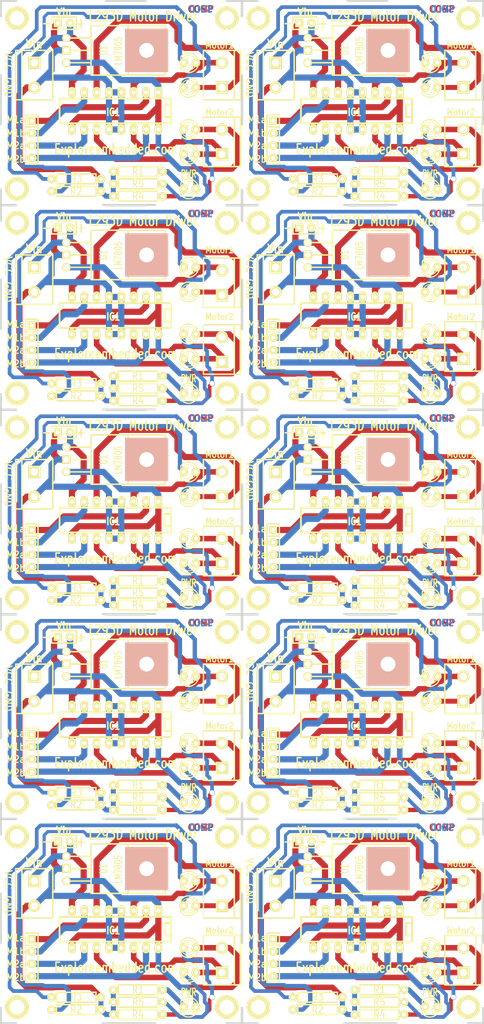
<source format=kicad_pcb>
(kicad_pcb (version 3) (host pcbnew "(2013-07-07 BZR 4022)-stable")
  (layers (15 Front signal) (0 Back signal) (18 B.Paste user) (19 F.Paste user) (20 B.SilkS user) (21 F.SilkS user) (22 B.Mask user) (23 F.Mask user) (28 Edge.Cuts user))
  (net 0 "")
  (net 1 /+5v)
  (net 2 /M1a)
  (net 3 /M1b)
  (net 4 /M2a)
  (net 5 /M2b)
  (net 6 /VCC1)
  (net 7 GND)
  (net 8 N-0000010)
  (net 9 N-000002)
  (net 10 N-000003)
  (net 11 N-000004)
  (net 12 N-000005)
  (net 13 N-000006)
  (net 14 N-000007)
  (net 15 N-000008)
  (net 16 N-000009)
  (module SIL-4 (layer Front) (at 109.347 53.848 270)
    (fp_text reference P3 hide)
    (fp_text value CONN_4 hide)
    (pad 1 thru_hole rect (at -3.81 0 270) (size 1.651 1.651) (drill 0.8128) (layers *.Cu *.Mask F.SilkS) (net 2 /M1a))
    (pad 2 thru_hole oval (at -1.27 0 270) (size 1.651 2.032) (drill 0.8128) (layers *.Cu *.Mask F.SilkS) (net 3 /M1b))
    (pad 3 thru_hole oval (at 1.27 0 270) (size 1.651 2.032) (drill 0.8128) (layers *.Cu *.Mask F.SilkS) (net 4 /M2a))
    (pad 4 thru_hole oval (at 3.81 0 270) (size 1.651 2.032) (drill 0.8128) (layers *.Cu *.Mask F.SilkS) (net 5 /M2b))
  )
  (module DIP-16__300_ELL (layer Front) (at 126.492 48.006 180)
    (fp_text reference IC1 (at 0.381 -0.254 180) (layer F.SilkS) (effects (font (size 1.524 1.143) (thickness 0.28702))))
    (fp_text value L293D hide)
    (pad 1 thru_hole rect (at -8.89 3.81 180) (size 1.5748 2.286) (drill 0.8128) (layers *.Cu *.Mask F.SilkS) (net 1 /+5v))
    (pad 2 thru_hole oval (at -6.35 3.81 180) (size 1.5748 2.286) (drill 0.8128) (layers *.Cu *.Mask F.SilkS) (net 2 /M1a))
    (pad 3 thru_hole oval (at -3.81 3.81 180) (size 1.5748 2.286) (drill 0.8128) (layers *.Cu *.Mask F.SilkS) (net 15 N-000008))
    (pad 4 thru_hole oval (at -1.27 3.81 180) (size 1.5748 2.286) (drill 0.8128) (layers *.Cu *.Mask F.SilkS) (net 7 GND))
    (pad 5 thru_hole oval (at 1.27 3.81 180) (size 1.5748 2.286) (drill 0.8128) (layers *.Cu *.Mask F.SilkS) (net 7 GND))
    (pad 6 thru_hole oval (at 3.81 3.81 180) (size 1.5748 2.286) (drill 0.8128) (layers *.Cu *.Mask F.SilkS) (net 8 N-0000010))
    (pad 7 thru_hole oval (at 6.35 3.81 180) (size 1.5748 2.286) (drill 0.8128) (layers *.Cu *.Mask F.SilkS) (net 3 /M1b))
    (pad 8 thru_hole oval (at 8.89 3.81 180) (size 1.5748 2.286) (drill 0.8128) (layers *.Cu *.Mask F.SilkS) (net 6 /VCC1))
    (pad 9 thru_hole oval (at 8.89 -3.81 180) (size 1.5748 2.286) (drill 0.8128) (layers *.Cu *.Mask F.SilkS) (net 1 /+5v))
    (pad 10 thru_hole oval (at 6.35 -3.81 180) (size 1.5748 2.286) (drill 0.8128) (layers *.Cu *.Mask F.SilkS) (net 4 /M2a))
    (pad 11 thru_hole oval (at 3.81 -3.81 180) (size 1.5748 2.286) (drill 0.8128) (layers *.Cu *.Mask F.SilkS) (net 16 N-000009))
    (pad 12 thru_hole oval (at 1.27 -3.81 180) (size 1.5748 2.286) (drill 0.8128) (layers *.Cu *.Mask F.SilkS) (net 7 GND))
    (pad 13 thru_hole oval (at -1.27 -3.81 180) (size 1.5748 2.286) (drill 0.8128) (layers *.Cu *.Mask F.SilkS) (net 7 GND))
    (pad 14 thru_hole oval (at -3.81 -3.81 180) (size 1.5748 2.286) (drill 0.8128) (layers *.Cu *.Mask F.SilkS) (net 11 N-000004))
    (pad 15 thru_hole oval (at -6.35 -3.81 180) (size 1.5748 2.286) (drill 0.8128) (layers *.Cu *.Mask F.SilkS) (net 5 /M2b))
    (pad 16 thru_hole oval (at -8.89 -3.81 180) (size 1.5748 2.286) (drill 0.8128) (layers *.Cu *.Mask F.SilkS) (net 1 /+5v))
  )
  (module bornier2 (layer Front) (at 148.463 40.64 90)
    (fp_text reference P1 hide)
    (fp_text value Motar1 hide)
    (pad 1 thru_hole rect (at -2.54 0 90) (size 2.54 2.54) (drill 1.524) (layers *.Cu *.Mask F.SilkS) (net 8 N-0000010))
    (pad 2 thru_hole circle (at 2.54 0 90) (size 2.54 2.54) (drill 1.524) (layers *.Cu *.Mask F.SilkS) (net 15 N-000008))
  )
  (module bornier2 (layer Front) (at 148.463 54.356 90)
    (fp_text reference P2 hide)
    (fp_text value motar2 hide)
    (pad 1 thru_hole rect (at -2.54 0 90) (size 2.54 2.54) (drill 1.524) (layers *.Cu *.Mask F.SilkS) (net 11 N-000004))
    (pad 2 thru_hole circle (at 2.54 0 90) (size 2.54 2.54) (drill 1.524) (layers *.Cu *.Mask F.SilkS) (net 16 N-000009))
  )
  (module bornier2 (layer Front) (at 109.855 40.64 270)
    (fp_text reference P4 hide)
    (fp_text value CONN_2 hide)
    (pad 1 thru_hole rect (at -2.54 0 270) (size 2.54 2.54) (drill 1.524) (layers *.Cu *.Mask F.SilkS) (net 6 /VCC1))
    (pad 2 thru_hole circle (at 2.54 0 270) (size 2.54 2.54) (drill 1.524) (layers *.Cu *.Mask F.SilkS) (net 7 GND))
  )
  (module LM78XX (layer Front) (at 116.459 35.56)
    (fp_text reference U1 (at 7.62 0 90) (layer F.SilkS) (effects (font (size 1.524 1.016) (thickness 0.2032))))
    (fp_text value LM7805 (at 10.668 0.127 90) (layer F.SilkS) (effects (font (size 1.524 1.016) (thickness 0.2032))))
    (pad 4 thru_hole rect (at 16.51 0) (size 8.89 8.89) (drill 3.048) (layers *.Cu *.SilkS *.Mask))
    (pad VI thru_hole circle (at 0 -2.54) (size 1.778 1.778) (drill 1.143) (layers *.Cu *.Mask F.SilkS))
    (pad GND thru_hole rect (at 0 0) (size 1.778 1.778) (drill 1.143) (layers *.Cu *.Mask F.SilkS))
    (pad VO thru_hole circle (at 0 2.54) (size 1.778 1.778) (drill 1.143) (layers *.Cu *.Mask F.SilkS))
  )
  (module SIL-2 (layer Front) (at 115.951 29.972)
    (fp_text reference P6 hide)
    (fp_text value CONN_2 hide)
    (pad 1 thru_hole rect (at -1.27 0) (size 1.651 1.651) (drill 0.8128) (layers *.Cu *.Mask F.SilkS) (net 7 GND))
    (pad 2 thru_hole circle (at 1.27 0) (size 1.778 1.778) (drill 0.8128) (layers *.Cu *.Mask F.SilkS) (net 6 /VCC1))
  )
  (module R4 (layer Front) (at 131.191 60.452 180)
    (fp_text reference R1 (at 0 0 180) (layer F.SilkS) (effects (font (size 1.397 1.27) (thickness 0.2032))))
    (fp_text value 470 hide)
    (pad 1 thru_hole circle (at -5.08 0 180) (size 1.778 1.778) (drill 0.8128) (layers *.Cu *.Mask F.SilkS) (net 9 N-000002))
    (pad 2 thru_hole circle (at 5.08 0 180) (size 1.778 1.778) (drill 0.8128) (layers *.Cu *.Mask F.SilkS) (net 7 GND))
  )
  (module LED-3MM (layer Front) (at 141.859 64.008 180)
    (fp_text reference D1 hide)
    (fp_text value LED hide)
    (pad 1 thru_hole circle (at -1.27 0 180) (size 1.778 1.778) (drill 0.8128) (layers *.Cu *.Mask F.SilkS) (net 1 /+5v))
    (pad 2 thru_hole circle (at 1.27 0 180) (size 1.778 1.778) (drill 0.8128) (layers *.Cu *.Mask F.SilkS) (net 9 N-000002))
  )
  (module 1pin (layer Front) (at 149.479 64.008)
    (fp_text reference P5 hide)
    (fp_text value CONN_1 hide)
    (pad 1 thru_hole circle (at 0 0) (size 4.064 4.064) (drill 3.048) (layers *.Cu *.Mask F.SilkS))
  )
  (module 1pin (layer Front) (at 149.479 28.956)
    (fp_text reference P7 hide)
    (fp_text value CONN_1 hide)
    (pad 1 thru_hole circle (at 0 0) (size 4.064 4.064) (drill 3.048) (layers *.Cu *.Mask F.SilkS))
  )
  (module 1pin (layer Front) (at 106.299 28.956)
    (fp_text reference P8 hide)
    (fp_text value CONN_1 hide)
    (pad 1 thru_hole circle (at 0 0) (size 4.064 4.064) (drill 3.048) (layers *.Cu *.Mask F.SilkS))
  )
  (module 1pin (layer Front) (at 106.299 64.008)
    (fp_text reference P9 hide)
    (fp_text value CONN_1 hide)
    (pad 1 thru_hole circle (at 0 0) (size 4.064 4.064) (drill 3.048) (layers *.Cu *.Mask F.SilkS))
  )
  (module R4 (layer Front) (at 131.191 62.992 180)
    (fp_text reference R5 (at 0 0 180) (layer F.SilkS) (effects (font (size 1.397 1.27) (thickness 0.2032))))
    (fp_text value 470 hide)
    (pad 1 thru_hole circle (at -5.08 0 180) (size 1.778 1.778) (drill 0.8128) (layers *.Cu *.Mask F.SilkS) (net 10 N-000003))
    (pad 2 thru_hole circle (at 5.08 0 180) (size 1.778 1.778) (drill 0.8128) (layers *.Cu *.Mask F.SilkS) (net 7 GND))
  )
  (module R4 (layer Front) (at 131.191 65.532 180)
    (fp_text reference R4 (at 0 0 180) (layer F.SilkS) (effects (font (size 1.397 1.27) (thickness 0.2032))))
    (fp_text value 470 hide)
    (pad 1 thru_hole circle (at -5.08 0 180) (size 1.778 1.778) (drill 0.8128) (layers *.Cu *.Mask F.SilkS) (net 12 N-000005))
    (pad 2 thru_hole circle (at 5.08 0 180) (size 1.778 1.778) (drill 0.8128) (layers *.Cu *.Mask F.SilkS) (net 7 GND))
  )
  (module R4 (layer Front) (at 118.491 61.976)
    (fp_text reference R3 (at 0 0) (layer F.SilkS) (effects (font (size 1.397 1.27) (thickness 0.2032))))
    (fp_text value 470 hide)
    (pad 1 thru_hole circle (at -5.08 0) (size 1.778 1.778) (drill 0.8128) (layers *.Cu *.Mask F.SilkS) (net 13 N-000006))
    (pad 2 thru_hole circle (at 5.08 0) (size 1.778 1.778) (drill 0.8128) (layers *.Cu *.Mask F.SilkS) (net 7 GND))
  )
  (module R4 (layer Front) (at 118.491 64.516)
    (fp_text reference R2 (at 0 0) (layer F.SilkS) (effects (font (size 1.397 1.27) (thickness 0.2032))))
    (fp_text value 470 hide)
    (pad 1 thru_hole circle (at -5.08 0) (size 1.778 1.778) (drill 0.8128) (layers *.Cu *.Mask F.SilkS) (net 14 N-000007))
    (pad 2 thru_hole circle (at 5.08 0) (size 1.778 1.778) (drill 0.8128) (layers *.Cu *.Mask F.SilkS) (net 7 GND))
  )
  (module LED-3MM (layer Front) (at 141.859 38.1 180)
    (fp_text reference D2 hide)
    (fp_text value LED hide)
    (pad 1 thru_hole circle (at -1.27 0 180) (size 1.778 1.778) (drill 0.8128) (layers *.Cu *.Mask F.SilkS) (net 15 N-000008))
    (pad 2 thru_hole circle (at 1.27 0 180) (size 1.778 1.778) (drill 0.8128) (layers *.Cu *.Mask F.SilkS) (net 14 N-000007))
  )
  (module LED-3MM (layer Front) (at 141.859 43.18 180)
    (fp_text reference D3 hide)
    (fp_text value LED hide)
    (pad 1 thru_hole circle (at -1.27 0 180) (size 1.778 1.778) (drill 0.8128) (layers *.Cu *.Mask F.SilkS) (net 8 N-0000010))
    (pad 2 thru_hole circle (at 1.27 0 180) (size 1.778 1.778) (drill 0.8128) (layers *.Cu *.Mask F.SilkS) (net 13 N-000006))
  )
  (module LED-3MM (layer Front) (at 141.859 51.816 180)
    (fp_text reference D4 hide)
    (fp_text value LED hide)
    (pad 1 thru_hole circle (at -1.27 0 180) (size 1.778 1.778) (drill 0.8128) (layers *.Cu *.Mask F.SilkS) (net 16 N-000009))
    (pad 2 thru_hole circle (at 1.27 0 180) (size 1.778 1.778) (drill 0.8128) (layers *.Cu *.Mask F.SilkS) (net 12 N-000005))
  )
  (module LED-3MM (layer Front) (at 141.859 56.896 180)
    (fp_text reference D5 hide)
    (fp_text value LED hide)
    (pad 1 thru_hole circle (at -1.27 0 180) (size 1.778 1.778) (drill 0.8128) (layers *.Cu *.Mask F.SilkS) (net 11 N-000004))
    (pad 2 thru_hole circle (at 1.27 0 180) (size 1.778 1.778) (drill 0.8128) (layers *.Cu *.Mask F.SilkS) (net 10 N-000003))
  )
  (module SIL-4 (layer Front) (at 59.69 137.922 270)
    (fp_text reference P3 hide)
    (fp_text value CONN_4 hide)
    (pad 1 thru_hole rect (at -3.81 0 270) (size 1.651 1.651) (drill 0.8128) (layers *.Cu *.Mask F.SilkS) (net 2 /M1a))
    (pad 2 thru_hole oval (at -1.27 0 270) (size 1.651 2.032) (drill 0.8128) (layers *.Cu *.Mask F.SilkS) (net 3 /M1b))
    (pad 3 thru_hole oval (at 1.27 0 270) (size 1.651 2.032) (drill 0.8128) (layers *.Cu *.Mask F.SilkS) (net 4 /M2a))
    (pad 4 thru_hole oval (at 3.81 0 270) (size 1.651 2.032) (drill 0.8128) (layers *.Cu *.Mask F.SilkS) (net 5 /M2b))
  )
  (module DIP-16__300_ELL (layer Front) (at 76.835 132.08 180)
    (fp_text reference IC1 (at 0.381 -0.254 180) (layer F.SilkS) (effects (font (size 1.524 1.143) (thickness 0.28702))))
    (fp_text value L293D hide)
    (pad 1 thru_hole rect (at -8.89 3.81 180) (size 1.5748 2.286) (drill 0.8128) (layers *.Cu *.Mask F.SilkS) (net 1 /+5v))
    (pad 2 thru_hole oval (at -6.35 3.81 180) (size 1.5748 2.286) (drill 0.8128) (layers *.Cu *.Mask F.SilkS) (net 2 /M1a))
    (pad 3 thru_hole oval (at -3.81 3.81 180) (size 1.5748 2.286) (drill 0.8128) (layers *.Cu *.Mask F.SilkS) (net 15 N-000008))
    (pad 4 thru_hole oval (at -1.27 3.81 180) (size 1.5748 2.286) (drill 0.8128) (layers *.Cu *.Mask F.SilkS) (net 7 GND))
    (pad 5 thru_hole oval (at 1.27 3.81 180) (size 1.5748 2.286) (drill 0.8128) (layers *.Cu *.Mask F.SilkS) (net 7 GND))
    (pad 6 thru_hole oval (at 3.81 3.81 180) (size 1.5748 2.286) (drill 0.8128) (layers *.Cu *.Mask F.SilkS) (net 8 N-0000010))
    (pad 7 thru_hole oval (at 6.35 3.81 180) (size 1.5748 2.286) (drill 0.8128) (layers *.Cu *.Mask F.SilkS) (net 3 /M1b))
    (pad 8 thru_hole oval (at 8.89 3.81 180) (size 1.5748 2.286) (drill 0.8128) (layers *.Cu *.Mask F.SilkS) (net 6 /VCC1))
    (pad 9 thru_hole oval (at 8.89 -3.81 180) (size 1.5748 2.286) (drill 0.8128) (layers *.Cu *.Mask F.SilkS) (net 1 /+5v))
    (pad 10 thru_hole oval (at 6.35 -3.81 180) (size 1.5748 2.286) (drill 0.8128) (layers *.Cu *.Mask F.SilkS) (net 4 /M2a))
    (pad 11 thru_hole oval (at 3.81 -3.81 180) (size 1.5748 2.286) (drill 0.8128) (layers *.Cu *.Mask F.SilkS) (net 16 N-000009))
    (pad 12 thru_hole oval (at 1.27 -3.81 180) (size 1.5748 2.286) (drill 0.8128) (layers *.Cu *.Mask F.SilkS) (net 7 GND))
    (pad 13 thru_hole oval (at -1.27 -3.81 180) (size 1.5748 2.286) (drill 0.8128) (layers *.Cu *.Mask F.SilkS) (net 7 GND))
    (pad 14 thru_hole oval (at -3.81 -3.81 180) (size 1.5748 2.286) (drill 0.8128) (layers *.Cu *.Mask F.SilkS) (net 11 N-000004))
    (pad 15 thru_hole oval (at -6.35 -3.81 180) (size 1.5748 2.286) (drill 0.8128) (layers *.Cu *.Mask F.SilkS) (net 5 /M2b))
    (pad 16 thru_hole oval (at -8.89 -3.81 180) (size 1.5748 2.286) (drill 0.8128) (layers *.Cu *.Mask F.SilkS) (net 1 /+5v))
  )
  (module bornier2 (layer Front) (at 98.806 124.714 90)
    (fp_text reference P1 hide)
    (fp_text value Motar1 hide)
    (pad 1 thru_hole rect (at -2.54 0 90) (size 2.54 2.54) (drill 1.524) (layers *.Cu *.Mask F.SilkS) (net 8 N-0000010))
    (pad 2 thru_hole circle (at 2.54 0 90) (size 2.54 2.54) (drill 1.524) (layers *.Cu *.Mask F.SilkS) (net 15 N-000008))
  )
  (module bornier2 (layer Front) (at 98.806 138.43 90)
    (fp_text reference P2 hide)
    (fp_text value motar2 hide)
    (pad 1 thru_hole rect (at -2.54 0 90) (size 2.54 2.54) (drill 1.524) (layers *.Cu *.Mask F.SilkS) (net 11 N-000004))
    (pad 2 thru_hole circle (at 2.54 0 90) (size 2.54 2.54) (drill 1.524) (layers *.Cu *.Mask F.SilkS) (net 16 N-000009))
  )
  (module bornier2 (layer Front) (at 60.198 124.714 270)
    (fp_text reference P4 hide)
    (fp_text value CONN_2 hide)
    (pad 1 thru_hole rect (at -2.54 0 270) (size 2.54 2.54) (drill 1.524) (layers *.Cu *.Mask F.SilkS) (net 6 /VCC1))
    (pad 2 thru_hole circle (at 2.54 0 270) (size 2.54 2.54) (drill 1.524) (layers *.Cu *.Mask F.SilkS) (net 7 GND))
  )
  (module LM78XX (layer Front) (at 66.802 119.634)
    (fp_text reference U1 (at 7.62 0 90) (layer F.SilkS) (effects (font (size 1.524 1.016) (thickness 0.2032))))
    (fp_text value LM7805 (at 10.668 0.127 90) (layer F.SilkS) (effects (font (size 1.524 1.016) (thickness 0.2032))))
    (pad 4 thru_hole rect (at 16.51 0) (size 8.89 8.89) (drill 3.048) (layers *.Cu *.SilkS *.Mask))
    (pad VI thru_hole circle (at 0 -2.54) (size 1.778 1.778) (drill 1.143) (layers *.Cu *.Mask F.SilkS))
    (pad GND thru_hole rect (at 0 0) (size 1.778 1.778) (drill 1.143) (layers *.Cu *.Mask F.SilkS))
    (pad VO thru_hole circle (at 0 2.54) (size 1.778 1.778) (drill 1.143) (layers *.Cu *.Mask F.SilkS))
  )
  (module SIL-2 (layer Front) (at 66.294 114.046)
    (fp_text reference P6 hide)
    (fp_text value CONN_2 hide)
    (pad 1 thru_hole rect (at -1.27 0) (size 1.651 1.651) (drill 0.8128) (layers *.Cu *.Mask F.SilkS) (net 7 GND))
    (pad 2 thru_hole circle (at 1.27 0) (size 1.778 1.778) (drill 0.8128) (layers *.Cu *.Mask F.SilkS) (net 6 /VCC1))
  )
  (module R4 (layer Front) (at 81.534 144.526 180)
    (fp_text reference R1 (at 0 0 180) (layer F.SilkS) (effects (font (size 1.397 1.27) (thickness 0.2032))))
    (fp_text value 470 hide)
    (pad 1 thru_hole circle (at -5.08 0 180) (size 1.778 1.778) (drill 0.8128) (layers *.Cu *.Mask F.SilkS) (net 9 N-000002))
    (pad 2 thru_hole circle (at 5.08 0 180) (size 1.778 1.778) (drill 0.8128) (layers *.Cu *.Mask F.SilkS) (net 7 GND))
  )
  (module LED-3MM (layer Front) (at 92.202 148.082 180)
    (fp_text reference D1 hide)
    (fp_text value LED hide)
    (pad 1 thru_hole circle (at -1.27 0 180) (size 1.778 1.778) (drill 0.8128) (layers *.Cu *.Mask F.SilkS) (net 1 /+5v))
    (pad 2 thru_hole circle (at 1.27 0 180) (size 1.778 1.778) (drill 0.8128) (layers *.Cu *.Mask F.SilkS) (net 9 N-000002))
  )
  (module 1pin (layer Front) (at 99.822 148.082)
    (fp_text reference P5 hide)
    (fp_text value CONN_1 hide)
    (pad 1 thru_hole circle (at 0 0) (size 4.064 4.064) (drill 3.048) (layers *.Cu *.Mask F.SilkS))
  )
  (module 1pin (layer Front) (at 99.822 113.03)
    (fp_text reference P7 hide)
    (fp_text value CONN_1 hide)
    (pad 1 thru_hole circle (at 0 0) (size 4.064 4.064) (drill 3.048) (layers *.Cu *.Mask F.SilkS))
  )
  (module 1pin (layer Front) (at 56.642 113.03)
    (fp_text reference P8 hide)
    (fp_text value CONN_1 hide)
    (pad 1 thru_hole circle (at 0 0) (size 4.064 4.064) (drill 3.048) (layers *.Cu *.Mask F.SilkS))
  )
  (module 1pin (layer Front) (at 56.642 148.082)
    (fp_text reference P9 hide)
    (fp_text value CONN_1 hide)
    (pad 1 thru_hole circle (at 0 0) (size 4.064 4.064) (drill 3.048) (layers *.Cu *.Mask F.SilkS))
  )
  (module R4 (layer Front) (at 81.534 147.066 180)
    (fp_text reference R5 (at 0 0 180) (layer F.SilkS) (effects (font (size 1.397 1.27) (thickness 0.2032))))
    (fp_text value 470 hide)
    (pad 1 thru_hole circle (at -5.08 0 180) (size 1.778 1.778) (drill 0.8128) (layers *.Cu *.Mask F.SilkS) (net 10 N-000003))
    (pad 2 thru_hole circle (at 5.08 0 180) (size 1.778 1.778) (drill 0.8128) (layers *.Cu *.Mask F.SilkS) (net 7 GND))
  )
  (module R4 (layer Front) (at 81.534 149.606 180)
    (fp_text reference R4 (at 0 0 180) (layer F.SilkS) (effects (font (size 1.397 1.27) (thickness 0.2032))))
    (fp_text value 470 hide)
    (pad 1 thru_hole circle (at -5.08 0 180) (size 1.778 1.778) (drill 0.8128) (layers *.Cu *.Mask F.SilkS) (net 12 N-000005))
    (pad 2 thru_hole circle (at 5.08 0 180) (size 1.778 1.778) (drill 0.8128) (layers *.Cu *.Mask F.SilkS) (net 7 GND))
  )
  (module R4 (layer Front) (at 68.834 146.05)
    (fp_text reference R3 (at 0 0) (layer F.SilkS) (effects (font (size 1.397 1.27) (thickness 0.2032))))
    (fp_text value 470 hide)
    (pad 1 thru_hole circle (at -5.08 0) (size 1.778 1.778) (drill 0.8128) (layers *.Cu *.Mask F.SilkS) (net 13 N-000006))
    (pad 2 thru_hole circle (at 5.08 0) (size 1.778 1.778) (drill 0.8128) (layers *.Cu *.Mask F.SilkS) (net 7 GND))
  )
  (module R4 (layer Front) (at 68.834 148.59)
    (fp_text reference R2 (at 0 0) (layer F.SilkS) (effects (font (size 1.397 1.27) (thickness 0.2032))))
    (fp_text value 470 hide)
    (pad 1 thru_hole circle (at -5.08 0) (size 1.778 1.778) (drill 0.8128) (layers *.Cu *.Mask F.SilkS) (net 14 N-000007))
    (pad 2 thru_hole circle (at 5.08 0) (size 1.778 1.778) (drill 0.8128) (layers *.Cu *.Mask F.SilkS) (net 7 GND))
  )
  (module LED-3MM (layer Front) (at 92.202 122.174 180)
    (fp_text reference D2 hide)
    (fp_text value LED hide)
    (pad 1 thru_hole circle (at -1.27 0 180) (size 1.778 1.778) (drill 0.8128) (layers *.Cu *.Mask F.SilkS) (net 15 N-000008))
    (pad 2 thru_hole circle (at 1.27 0 180) (size 1.778 1.778) (drill 0.8128) (layers *.Cu *.Mask F.SilkS) (net 14 N-000007))
  )
  (module LED-3MM (layer Front) (at 92.202 127.254 180)
    (fp_text reference D3 hide)
    (fp_text value LED hide)
    (pad 1 thru_hole circle (at -1.27 0 180) (size 1.778 1.778) (drill 0.8128) (layers *.Cu *.Mask F.SilkS) (net 8 N-0000010))
    (pad 2 thru_hole circle (at 1.27 0 180) (size 1.778 1.778) (drill 0.8128) (layers *.Cu *.Mask F.SilkS) (net 13 N-000006))
  )
  (module LED-3MM (layer Front) (at 92.202 135.89 180)
    (fp_text reference D4 hide)
    (fp_text value LED hide)
    (pad 1 thru_hole circle (at -1.27 0 180) (size 1.778 1.778) (drill 0.8128) (layers *.Cu *.Mask F.SilkS) (net 16 N-000009))
    (pad 2 thru_hole circle (at 1.27 0 180) (size 1.778 1.778) (drill 0.8128) (layers *.Cu *.Mask F.SilkS) (net 12 N-000005))
  )
  (module LED-3MM (layer Front) (at 92.202 140.97 180)
    (fp_text reference D5 hide)
    (fp_text value LED hide)
    (pad 1 thru_hole circle (at -1.27 0 180) (size 1.778 1.778) (drill 0.8128) (layers *.Cu *.Mask F.SilkS) (net 11 N-000004))
    (pad 2 thru_hole circle (at 1.27 0 180) (size 1.778 1.778) (drill 0.8128) (layers *.Cu *.Mask F.SilkS) (net 10 N-000003))
  )
  (module SIL-4 (layer Front) (at 59.69 179.959 270)
    (fp_text reference P3 hide)
    (fp_text value CONN_4 hide)
    (pad 1 thru_hole rect (at -3.81 0 270) (size 1.651 1.651) (drill 0.8128) (layers *.Cu *.Mask F.SilkS) (net 2 /M1a))
    (pad 2 thru_hole oval (at -1.27 0 270) (size 1.651 2.032) (drill 0.8128) (layers *.Cu *.Mask F.SilkS) (net 3 /M1b))
    (pad 3 thru_hole oval (at 1.27 0 270) (size 1.651 2.032) (drill 0.8128) (layers *.Cu *.Mask F.SilkS) (net 4 /M2a))
    (pad 4 thru_hole oval (at 3.81 0 270) (size 1.651 2.032) (drill 0.8128) (layers *.Cu *.Mask F.SilkS) (net 5 /M2b))
  )
  (module DIP-16__300_ELL (layer Front) (at 76.835 174.117 180)
    (fp_text reference IC1 (at 0.381 -0.254 180) (layer F.SilkS) (effects (font (size 1.524 1.143) (thickness 0.28702))))
    (fp_text value L293D hide)
    (pad 1 thru_hole rect (at -8.89 3.81 180) (size 1.5748 2.286) (drill 0.8128) (layers *.Cu *.Mask F.SilkS) (net 1 /+5v))
    (pad 2 thru_hole oval (at -6.35 3.81 180) (size 1.5748 2.286) (drill 0.8128) (layers *.Cu *.Mask F.SilkS) (net 2 /M1a))
    (pad 3 thru_hole oval (at -3.81 3.81 180) (size 1.5748 2.286) (drill 0.8128) (layers *.Cu *.Mask F.SilkS) (net 15 N-000008))
    (pad 4 thru_hole oval (at -1.27 3.81 180) (size 1.5748 2.286) (drill 0.8128) (layers *.Cu *.Mask F.SilkS) (net 7 GND))
    (pad 5 thru_hole oval (at 1.27 3.81 180) (size 1.5748 2.286) (drill 0.8128) (layers *.Cu *.Mask F.SilkS) (net 7 GND))
    (pad 6 thru_hole oval (at 3.81 3.81 180) (size 1.5748 2.286) (drill 0.8128) (layers *.Cu *.Mask F.SilkS) (net 8 N-0000010))
    (pad 7 thru_hole oval (at 6.35 3.81 180) (size 1.5748 2.286) (drill 0.8128) (layers *.Cu *.Mask F.SilkS) (net 3 /M1b))
    (pad 8 thru_hole oval (at 8.89 3.81 180) (size 1.5748 2.286) (drill 0.8128) (layers *.Cu *.Mask F.SilkS) (net 6 /VCC1))
    (pad 9 thru_hole oval (at 8.89 -3.81 180) (size 1.5748 2.286) (drill 0.8128) (layers *.Cu *.Mask F.SilkS) (net 1 /+5v))
    (pad 10 thru_hole oval (at 6.35 -3.81 180) (size 1.5748 2.286) (drill 0.8128) (layers *.Cu *.Mask F.SilkS) (net 4 /M2a))
    (pad 11 thru_hole oval (at 3.81 -3.81 180) (size 1.5748 2.286) (drill 0.8128) (layers *.Cu *.Mask F.SilkS) (net 16 N-000009))
    (pad 12 thru_hole oval (at 1.27 -3.81 180) (size 1.5748 2.286) (drill 0.8128) (layers *.Cu *.Mask F.SilkS) (net 7 GND))
    (pad 13 thru_hole oval (at -1.27 -3.81 180) (size 1.5748 2.286) (drill 0.8128) (layers *.Cu *.Mask F.SilkS) (net 7 GND))
    (pad 14 thru_hole oval (at -3.81 -3.81 180) (size 1.5748 2.286) (drill 0.8128) (layers *.Cu *.Mask F.SilkS) (net 11 N-000004))
    (pad 15 thru_hole oval (at -6.35 -3.81 180) (size 1.5748 2.286) (drill 0.8128) (layers *.Cu *.Mask F.SilkS) (net 5 /M2b))
    (pad 16 thru_hole oval (at -8.89 -3.81 180) (size 1.5748 2.286) (drill 0.8128) (layers *.Cu *.Mask F.SilkS) (net 1 /+5v))
  )
  (module bornier2 (layer Front) (at 98.806 166.751 90)
    (fp_text reference P1 hide)
    (fp_text value Motar1 hide)
    (pad 1 thru_hole rect (at -2.54 0 90) (size 2.54 2.54) (drill 1.524) (layers *.Cu *.Mask F.SilkS) (net 8 N-0000010))
    (pad 2 thru_hole circle (at 2.54 0 90) (size 2.54 2.54) (drill 1.524) (layers *.Cu *.Mask F.SilkS) (net 15 N-000008))
  )
  (module bornier2 (layer Front) (at 98.806 180.467 90)
    (fp_text reference P2 hide)
    (fp_text value motar2 hide)
    (pad 1 thru_hole rect (at -2.54 0 90) (size 2.54 2.54) (drill 1.524) (layers *.Cu *.Mask F.SilkS) (net 11 N-000004))
    (pad 2 thru_hole circle (at 2.54 0 90) (size 2.54 2.54) (drill 1.524) (layers *.Cu *.Mask F.SilkS) (net 16 N-000009))
  )
  (module bornier2 (layer Front) (at 60.198 166.751 270)
    (fp_text reference P4 hide)
    (fp_text value CONN_2 hide)
    (pad 1 thru_hole rect (at -2.54 0 270) (size 2.54 2.54) (drill 1.524) (layers *.Cu *.Mask F.SilkS) (net 6 /VCC1))
    (pad 2 thru_hole circle (at 2.54 0 270) (size 2.54 2.54) (drill 1.524) (layers *.Cu *.Mask F.SilkS) (net 7 GND))
  )
  (module LM78XX (layer Front) (at 66.802 161.671)
    (fp_text reference U1 (at 7.62 0 90) (layer F.SilkS) (effects (font (size 1.524 1.016) (thickness 0.2032))))
    (fp_text value LM7805 (at 10.668 0.127 90) (layer F.SilkS) (effects (font (size 1.524 1.016) (thickness 0.2032))))
    (pad 4 thru_hole rect (at 16.51 0) (size 8.89 8.89) (drill 3.048) (layers *.Cu *.SilkS *.Mask))
    (pad VI thru_hole circle (at 0 -2.54) (size 1.778 1.778) (drill 1.143) (layers *.Cu *.Mask F.SilkS))
    (pad GND thru_hole rect (at 0 0) (size 1.778 1.778) (drill 1.143) (layers *.Cu *.Mask F.SilkS))
    (pad VO thru_hole circle (at 0 2.54) (size 1.778 1.778) (drill 1.143) (layers *.Cu *.Mask F.SilkS))
  )
  (module SIL-2 (layer Front) (at 66.294 156.083)
    (fp_text reference P6 hide)
    (fp_text value CONN_2 hide)
    (pad 1 thru_hole rect (at -1.27 0) (size 1.651 1.651) (drill 0.8128) (layers *.Cu *.Mask F.SilkS) (net 7 GND))
    (pad 2 thru_hole circle (at 1.27 0) (size 1.778 1.778) (drill 0.8128) (layers *.Cu *.Mask F.SilkS) (net 6 /VCC1))
  )
  (module R4 (layer Front) (at 81.534 186.563 180)
    (fp_text reference R1 (at 0 0 180) (layer F.SilkS) (effects (font (size 1.397 1.27) (thickness 0.2032))))
    (fp_text value 470 hide)
    (pad 1 thru_hole circle (at -5.08 0 180) (size 1.778 1.778) (drill 0.8128) (layers *.Cu *.Mask F.SilkS) (net 9 N-000002))
    (pad 2 thru_hole circle (at 5.08 0 180) (size 1.778 1.778) (drill 0.8128) (layers *.Cu *.Mask F.SilkS) (net 7 GND))
  )
  (module LED-3MM (layer Front) (at 92.202 190.119 180)
    (fp_text reference D1 hide)
    (fp_text value LED hide)
    (pad 1 thru_hole circle (at -1.27 0 180) (size 1.778 1.778) (drill 0.8128) (layers *.Cu *.Mask F.SilkS) (net 1 /+5v))
    (pad 2 thru_hole circle (at 1.27 0 180) (size 1.778 1.778) (drill 0.8128) (layers *.Cu *.Mask F.SilkS) (net 9 N-000002))
  )
  (module 1pin (layer Front) (at 99.822 190.119)
    (fp_text reference P5 hide)
    (fp_text value CONN_1 hide)
    (pad 1 thru_hole circle (at 0 0) (size 4.064 4.064) (drill 3.048) (layers *.Cu *.Mask F.SilkS))
  )
  (module 1pin (layer Front) (at 99.822 155.067)
    (fp_text reference P7 hide)
    (fp_text value CONN_1 hide)
    (pad 1 thru_hole circle (at 0 0) (size 4.064 4.064) (drill 3.048) (layers *.Cu *.Mask F.SilkS))
  )
  (module 1pin (layer Front) (at 56.642 155.067)
    (fp_text reference P8 hide)
    (fp_text value CONN_1 hide)
    (pad 1 thru_hole circle (at 0 0) (size 4.064 4.064) (drill 3.048) (layers *.Cu *.Mask F.SilkS))
  )
  (module 1pin (layer Front) (at 56.642 190.119)
    (fp_text reference P9 hide)
    (fp_text value CONN_1 hide)
    (pad 1 thru_hole circle (at 0 0) (size 4.064 4.064) (drill 3.048) (layers *.Cu *.Mask F.SilkS))
  )
  (module R4 (layer Front) (at 81.534 189.103 180)
    (fp_text reference R5 (at 0 0 180) (layer F.SilkS) (effects (font (size 1.397 1.27) (thickness 0.2032))))
    (fp_text value 470 hide)
    (pad 1 thru_hole circle (at -5.08 0 180) (size 1.778 1.778) (drill 0.8128) (layers *.Cu *.Mask F.SilkS) (net 10 N-000003))
    (pad 2 thru_hole circle (at 5.08 0 180) (size 1.778 1.778) (drill 0.8128) (layers *.Cu *.Mask F.SilkS) (net 7 GND))
  )
  (module R4 (layer Front) (at 81.534 191.643 180)
    (fp_text reference R4 (at 0 0 180) (layer F.SilkS) (effects (font (size 1.397 1.27) (thickness 0.2032))))
    (fp_text value 470 hide)
    (pad 1 thru_hole circle (at -5.08 0 180) (size 1.778 1.778) (drill 0.8128) (layers *.Cu *.Mask F.SilkS) (net 12 N-000005))
    (pad 2 thru_hole circle (at 5.08 0 180) (size 1.778 1.778) (drill 0.8128) (layers *.Cu *.Mask F.SilkS) (net 7 GND))
  )
  (module R4 (layer Front) (at 68.834 188.087)
    (fp_text reference R3 (at 0 0) (layer F.SilkS) (effects (font (size 1.397 1.27) (thickness 0.2032))))
    (fp_text value 470 hide)
    (pad 1 thru_hole circle (at -5.08 0) (size 1.778 1.778) (drill 0.8128) (layers *.Cu *.Mask F.SilkS) (net 13 N-000006))
    (pad 2 thru_hole circle (at 5.08 0) (size 1.778 1.778) (drill 0.8128) (layers *.Cu *.Mask F.SilkS) (net 7 GND))
  )
  (module R4 (layer Front) (at 68.834 190.627)
    (fp_text reference R2 (at 0 0) (layer F.SilkS) (effects (font (size 1.397 1.27) (thickness 0.2032))))
    (fp_text value 470 hide)
    (pad 1 thru_hole circle (at -5.08 0) (size 1.778 1.778) (drill 0.8128) (layers *.Cu *.Mask F.SilkS) (net 14 N-000007))
    (pad 2 thru_hole circle (at 5.08 0) (size 1.778 1.778) (drill 0.8128) (layers *.Cu *.Mask F.SilkS) (net 7 GND))
  )
  (module LED-3MM (layer Front) (at 92.202 164.211 180)
    (fp_text reference D2 hide)
    (fp_text value LED hide)
    (pad 1 thru_hole circle (at -1.27 0 180) (size 1.778 1.778) (drill 0.8128) (layers *.Cu *.Mask F.SilkS) (net 15 N-000008))
    (pad 2 thru_hole circle (at 1.27 0 180) (size 1.778 1.778) (drill 0.8128) (layers *.Cu *.Mask F.SilkS) (net 14 N-000007))
  )
  (module LED-3MM (layer Front) (at 92.202 169.291 180)
    (fp_text reference D3 hide)
    (fp_text value LED hide)
    (pad 1 thru_hole circle (at -1.27 0 180) (size 1.778 1.778) (drill 0.8128) (layers *.Cu *.Mask F.SilkS) (net 8 N-0000010))
    (pad 2 thru_hole circle (at 1.27 0 180) (size 1.778 1.778) (drill 0.8128) (layers *.Cu *.Mask F.SilkS) (net 13 N-000006))
  )
  (module LED-3MM (layer Front) (at 92.202 177.927 180)
    (fp_text reference D4 hide)
    (fp_text value LED hide)
    (pad 1 thru_hole circle (at -1.27 0 180) (size 1.778 1.778) (drill 0.8128) (layers *.Cu *.Mask F.SilkS) (net 16 N-000009))
    (pad 2 thru_hole circle (at 1.27 0 180) (size 1.778 1.778) (drill 0.8128) (layers *.Cu *.Mask F.SilkS) (net 12 N-000005))
  )
  (module LED-3MM (layer Front) (at 92.202 183.007 180)
    (fp_text reference D5 hide)
    (fp_text value LED hide)
    (pad 1 thru_hole circle (at -1.27 0 180) (size 1.778 1.778) (drill 0.8128) (layers *.Cu *.Mask F.SilkS) (net 11 N-000004))
    (pad 2 thru_hole circle (at 1.27 0 180) (size 1.778 1.778) (drill 0.8128) (layers *.Cu *.Mask F.SilkS) (net 10 N-000003))
  )
  (module SIL-4 (layer Front) (at 109.347 179.959 270)
    (fp_text reference P3 hide)
    (fp_text value CONN_4 hide)
    (pad 1 thru_hole rect (at -3.81 0 270) (size 1.651 1.651) (drill 0.8128) (layers *.Cu *.Mask F.SilkS) (net 2 /M1a))
    (pad 2 thru_hole oval (at -1.27 0 270) (size 1.651 2.032) (drill 0.8128) (layers *.Cu *.Mask F.SilkS) (net 3 /M1b))
    (pad 3 thru_hole oval (at 1.27 0 270) (size 1.651 2.032) (drill 0.8128) (layers *.Cu *.Mask F.SilkS) (net 4 /M2a))
    (pad 4 thru_hole oval (at 3.81 0 270) (size 1.651 2.032) (drill 0.8128) (layers *.Cu *.Mask F.SilkS) (net 5 /M2b))
  )
  (module DIP-16__300_ELL (layer Front) (at 126.492 174.117 180)
    (fp_text reference IC1 (at 0.381 -0.254 180) (layer F.SilkS) (effects (font (size 1.524 1.143) (thickness 0.28702))))
    (fp_text value L293D hide)
    (pad 1 thru_hole rect (at -8.89 3.81 180) (size 1.5748 2.286) (drill 0.8128) (layers *.Cu *.Mask F.SilkS) (net 1 /+5v))
    (pad 2 thru_hole oval (at -6.35 3.81 180) (size 1.5748 2.286) (drill 0.8128) (layers *.Cu *.Mask F.SilkS) (net 2 /M1a))
    (pad 3 thru_hole oval (at -3.81 3.81 180) (size 1.5748 2.286) (drill 0.8128) (layers *.Cu *.Mask F.SilkS) (net 15 N-000008))
    (pad 4 thru_hole oval (at -1.27 3.81 180) (size 1.5748 2.286) (drill 0.8128) (layers *.Cu *.Mask F.SilkS) (net 7 GND))
    (pad 5 thru_hole oval (at 1.27 3.81 180) (size 1.5748 2.286) (drill 0.8128) (layers *.Cu *.Mask F.SilkS) (net 7 GND))
    (pad 6 thru_hole oval (at 3.81 3.81 180) (size 1.5748 2.286) (drill 0.8128) (layers *.Cu *.Mask F.SilkS) (net 8 N-0000010))
    (pad 7 thru_hole oval (at 6.35 3.81 180) (size 1.5748 2.286) (drill 0.8128) (layers *.Cu *.Mask F.SilkS) (net 3 /M1b))
    (pad 8 thru_hole oval (at 8.89 3.81 180) (size 1.5748 2.286) (drill 0.8128) (layers *.Cu *.Mask F.SilkS) (net 6 /VCC1))
    (pad 9 thru_hole oval (at 8.89 -3.81 180) (size 1.5748 2.286) (drill 0.8128) (layers *.Cu *.Mask F.SilkS) (net 1 /+5v))
    (pad 10 thru_hole oval (at 6.35 -3.81 180) (size 1.5748 2.286) (drill 0.8128) (layers *.Cu *.Mask F.SilkS) (net 4 /M2a))
    (pad 11 thru_hole oval (at 3.81 -3.81 180) (size 1.5748 2.286) (drill 0.8128) (layers *.Cu *.Mask F.SilkS) (net 16 N-000009))
    (pad 12 thru_hole oval (at 1.27 -3.81 180) (size 1.5748 2.286) (drill 0.8128) (layers *.Cu *.Mask F.SilkS) (net 7 GND))
    (pad 13 thru_hole oval (at -1.27 -3.81 180) (size 1.5748 2.286) (drill 0.8128) (layers *.Cu *.Mask F.SilkS) (net 7 GND))
    (pad 14 thru_hole oval (at -3.81 -3.81 180) (size 1.5748 2.286) (drill 0.8128) (layers *.Cu *.Mask F.SilkS) (net 11 N-000004))
    (pad 15 thru_hole oval (at -6.35 -3.81 180) (size 1.5748 2.286) (drill 0.8128) (layers *.Cu *.Mask F.SilkS) (net 5 /M2b))
    (pad 16 thru_hole oval (at -8.89 -3.81 180) (size 1.5748 2.286) (drill 0.8128) (layers *.Cu *.Mask F.SilkS) (net 1 /+5v))
  )
  (module bornier2 (layer Front) (at 148.463 166.751 90)
    (fp_text reference P1 hide)
    (fp_text value Motar1 hide)
    (pad 1 thru_hole rect (at -2.54 0 90) (size 2.54 2.54) (drill 1.524) (layers *.Cu *.Mask F.SilkS) (net 8 N-0000010))
    (pad 2 thru_hole circle (at 2.54 0 90) (size 2.54 2.54) (drill 1.524) (layers *.Cu *.Mask F.SilkS) (net 15 N-000008))
  )
  (module bornier2 (layer Front) (at 148.463 180.467 90)
    (fp_text reference P2 hide)
    (fp_text value motar2 hide)
    (pad 1 thru_hole rect (at -2.54 0 90) (size 2.54 2.54) (drill 1.524) (layers *.Cu *.Mask F.SilkS) (net 11 N-000004))
    (pad 2 thru_hole circle (at 2.54 0 90) (size 2.54 2.54) (drill 1.524) (layers *.Cu *.Mask F.SilkS) (net 16 N-000009))
  )
  (module bornier2 (layer Front) (at 109.855 166.751 270)
    (fp_text reference P4 hide)
    (fp_text value CONN_2 hide)
    (pad 1 thru_hole rect (at -2.54 0 270) (size 2.54 2.54) (drill 1.524) (layers *.Cu *.Mask F.SilkS) (net 6 /VCC1))
    (pad 2 thru_hole circle (at 2.54 0 270) (size 2.54 2.54) (drill 1.524) (layers *.Cu *.Mask F.SilkS) (net 7 GND))
  )
  (module LM78XX (layer Front) (at 116.459 161.671)
    (fp_text reference U1 (at 7.62 0 90) (layer F.SilkS) (effects (font (size 1.524 1.016) (thickness 0.2032))))
    (fp_text value LM7805 (at 10.668 0.127 90) (layer F.SilkS) (effects (font (size 1.524 1.016) (thickness 0.2032))))
    (pad 4 thru_hole rect (at 16.51 0) (size 8.89 8.89) (drill 3.048) (layers *.Cu *.SilkS *.Mask))
    (pad VI thru_hole circle (at 0 -2.54) (size 1.778 1.778) (drill 1.143) (layers *.Cu *.Mask F.SilkS))
    (pad GND thru_hole rect (at 0 0) (size 1.778 1.778) (drill 1.143) (layers *.Cu *.Mask F.SilkS))
    (pad VO thru_hole circle (at 0 2.54) (size 1.778 1.778) (drill 1.143) (layers *.Cu *.Mask F.SilkS))
  )
  (module SIL-2 (layer Front) (at 115.951 156.083)
    (fp_text reference P6 hide)
    (fp_text value CONN_2 hide)
    (pad 1 thru_hole rect (at -1.27 0) (size 1.651 1.651) (drill 0.8128) (layers *.Cu *.Mask F.SilkS) (net 7 GND))
    (pad 2 thru_hole circle (at 1.27 0) (size 1.778 1.778) (drill 0.8128) (layers *.Cu *.Mask F.SilkS) (net 6 /VCC1))
  )
  (module R4 (layer Front) (at 131.191 186.563 180)
    (fp_text reference R1 (at 0 0 180) (layer F.SilkS) (effects (font (size 1.397 1.27) (thickness 0.2032))))
    (fp_text value 470 hide)
    (pad 1 thru_hole circle (at -5.08 0 180) (size 1.778 1.778) (drill 0.8128) (layers *.Cu *.Mask F.SilkS) (net 9 N-000002))
    (pad 2 thru_hole circle (at 5.08 0 180) (size 1.778 1.778) (drill 0.8128) (layers *.Cu *.Mask F.SilkS) (net 7 GND))
  )
  (module LED-3MM (layer Front) (at 141.859 190.119 180)
    (fp_text reference D1 hide)
    (fp_text value LED hide)
    (pad 1 thru_hole circle (at -1.27 0 180) (size 1.778 1.778) (drill 0.8128) (layers *.Cu *.Mask F.SilkS) (net 1 /+5v))
    (pad 2 thru_hole circle (at 1.27 0 180) (size 1.778 1.778) (drill 0.8128) (layers *.Cu *.Mask F.SilkS) (net 9 N-000002))
  )
  (module 1pin (layer Front) (at 149.479 190.119)
    (fp_text reference P5 hide)
    (fp_text value CONN_1 hide)
    (pad 1 thru_hole circle (at 0 0) (size 4.064 4.064) (drill 3.048) (layers *.Cu *.Mask F.SilkS))
  )
  (module 1pin (layer Front) (at 149.479 155.067)
    (fp_text reference P7 hide)
    (fp_text value CONN_1 hide)
    (pad 1 thru_hole circle (at 0 0) (size 4.064 4.064) (drill 3.048) (layers *.Cu *.Mask F.SilkS))
  )
  (module 1pin (layer Front) (at 106.299 155.067)
    (fp_text reference P8 hide)
    (fp_text value CONN_1 hide)
    (pad 1 thru_hole circle (at 0 0) (size 4.064 4.064) (drill 3.048) (layers *.Cu *.Mask F.SilkS))
  )
  (module 1pin (layer Front) (at 106.299 190.119)
    (fp_text reference P9 hide)
    (fp_text value CONN_1 hide)
    (pad 1 thru_hole circle (at 0 0) (size 4.064 4.064) (drill 3.048) (layers *.Cu *.Mask F.SilkS))
  )
  (module R4 (layer Front) (at 131.191 189.103 180)
    (fp_text reference R5 (at 0 0 180) (layer F.SilkS) (effects (font (size 1.397 1.27) (thickness 0.2032))))
    (fp_text value 470 hide)
    (pad 1 thru_hole circle (at -5.08 0 180) (size 1.778 1.778) (drill 0.8128) (layers *.Cu *.Mask F.SilkS) (net 10 N-000003))
    (pad 2 thru_hole circle (at 5.08 0 180) (size 1.778 1.778) (drill 0.8128) (layers *.Cu *.Mask F.SilkS) (net 7 GND))
  )
  (module R4 (layer Front) (at 131.191 191.643 180)
    (fp_text reference R4 (at 0 0 180) (layer F.SilkS) (effects (font (size 1.397 1.27) (thickness 0.2032))))
    (fp_text value 470 hide)
    (pad 1 thru_hole circle (at -5.08 0 180) (size 1.778 1.778) (drill 0.8128) (layers *.Cu *.Mask F.SilkS) (net 12 N-000005))
    (pad 2 thru_hole circle (at 5.08 0 180) (size 1.778 1.778) (drill 0.8128) (layers *.Cu *.Mask F.SilkS) (net 7 GND))
  )
  (module R4 (layer Front) (at 118.491 188.087)
    (fp_text reference R3 (at 0 0) (layer F.SilkS) (effects (font (size 1.397 1.27) (thickness 0.2032))))
    (fp_text value 470 hide)
    (pad 1 thru_hole circle (at -5.08 0) (size 1.778 1.778) (drill 0.8128) (layers *.Cu *.Mask F.SilkS) (net 13 N-000006))
    (pad 2 thru_hole circle (at 5.08 0) (size 1.778 1.778) (drill 0.8128) (layers *.Cu *.Mask F.SilkS) (net 7 GND))
  )
  (module R4 (layer Front) (at 118.491 190.627)
    (fp_text reference R2 (at 0 0) (layer F.SilkS) (effects (font (size 1.397 1.27) (thickness 0.2032))))
    (fp_text value 470 hide)
    (pad 1 thru_hole circle (at -5.08 0) (size 1.778 1.778) (drill 0.8128) (layers *.Cu *.Mask F.SilkS) (net 14 N-000007))
    (pad 2 thru_hole circle (at 5.08 0) (size 1.778 1.778) (drill 0.8128) (layers *.Cu *.Mask F.SilkS) (net 7 GND))
  )
  (module LED-3MM (layer Front) (at 141.859 164.211 180)
    (fp_text reference D2 hide)
    (fp_text value LED hide)
    (pad 1 thru_hole circle (at -1.27 0 180) (size 1.778 1.778) (drill 0.8128) (layers *.Cu *.Mask F.SilkS) (net 15 N-000008))
    (pad 2 thru_hole circle (at 1.27 0 180) (size 1.778 1.778) (drill 0.8128) (layers *.Cu *.Mask F.SilkS) (net 14 N-000007))
  )
  (module LED-3MM (layer Front) (at 141.859 169.291 180)
    (fp_text reference D3 hide)
    (fp_text value LED hide)
    (pad 1 thru_hole circle (at -1.27 0 180) (size 1.778 1.778) (drill 0.8128) (layers *.Cu *.Mask F.SilkS) (net 8 N-0000010))
    (pad 2 thru_hole circle (at 1.27 0 180) (size 1.778 1.778) (drill 0.8128) (layers *.Cu *.Mask F.SilkS) (net 13 N-000006))
  )
  (module LED-3MM (layer Front) (at 141.859 177.927 180)
    (fp_text reference D4 hide)
    (fp_text value LED hide)
    (pad 1 thru_hole circle (at -1.27 0 180) (size 1.778 1.778) (drill 0.8128) (layers *.Cu *.Mask F.SilkS) (net 16 N-000009))
    (pad 2 thru_hole circle (at 1.27 0 180) (size 1.778 1.778) (drill 0.8128) (layers *.Cu *.Mask F.SilkS) (net 12 N-000005))
  )
  (module LED-3MM (layer Front) (at 141.859 183.007 180)
    (fp_text reference D5 hide)
    (fp_text value LED hide)
    (pad 1 thru_hole circle (at -1.27 0 180) (size 1.778 1.778) (drill 0.8128) (layers *.Cu *.Mask F.SilkS) (net 11 N-000004))
    (pad 2 thru_hole circle (at 1.27 0 180) (size 1.778 1.778) (drill 0.8128) (layers *.Cu *.Mask F.SilkS) (net 10 N-000003))
  )
  (module SIL-4 (layer Front) (at 109.347 221.996 270)
    (fp_text reference P3 hide)
    (fp_text value CONN_4 hide)
    (pad 1 thru_hole rect (at -3.81 0 270) (size 1.651 1.651) (drill 0.8128) (layers *.Cu *.Mask F.SilkS) (net 2 /M1a))
    (pad 2 thru_hole oval (at -1.27 0 270) (size 1.651 2.032) (drill 0.8128) (layers *.Cu *.Mask F.SilkS) (net 3 /M1b))
    (pad 3 thru_hole oval (at 1.27 0 270) (size 1.651 2.032) (drill 0.8128) (layers *.Cu *.Mask F.SilkS) (net 4 /M2a))
    (pad 4 thru_hole oval (at 3.81 0 270) (size 1.651 2.032) (drill 0.8128) (layers *.Cu *.Mask F.SilkS) (net 5 /M2b))
  )
  (module DIP-16__300_ELL (layer Front) (at 126.492 216.154 180)
    (fp_text reference IC1 (at 0.381 -0.254 180) (layer F.SilkS) (effects (font (size 1.524 1.143) (thickness 0.28702))))
    (fp_text value L293D hide)
    (pad 1 thru_hole rect (at -8.89 3.81 180) (size 1.5748 2.286) (drill 0.8128) (layers *.Cu *.Mask F.SilkS) (net 1 /+5v))
    (pad 2 thru_hole oval (at -6.35 3.81 180) (size 1.5748 2.286) (drill 0.8128) (layers *.Cu *.Mask F.SilkS) (net 2 /M1a))
    (pad 3 thru_hole oval (at -3.81 3.81 180) (size 1.5748 2.286) (drill 0.8128) (layers *.Cu *.Mask F.SilkS) (net 15 N-000008))
    (pad 4 thru_hole oval (at -1.27 3.81 180) (size 1.5748 2.286) (drill 0.8128) (layers *.Cu *.Mask F.SilkS) (net 7 GND))
    (pad 5 thru_hole oval (at 1.27 3.81 180) (size 1.5748 2.286) (drill 0.8128) (layers *.Cu *.Mask F.SilkS) (net 7 GND))
    (pad 6 thru_hole oval (at 3.81 3.81 180) (size 1.5748 2.286) (drill 0.8128) (layers *.Cu *.Mask F.SilkS) (net 8 N-0000010))
    (pad 7 thru_hole oval (at 6.35 3.81 180) (size 1.5748 2.286) (drill 0.8128) (layers *.Cu *.Mask F.SilkS) (net 3 /M1b))
    (pad 8 thru_hole oval (at 8.89 3.81 180) (size 1.5748 2.286) (drill 0.8128) (layers *.Cu *.Mask F.SilkS) (net 6 /VCC1))
    (pad 9 thru_hole oval (at 8.89 -3.81 180) (size 1.5748 2.286) (drill 0.8128) (layers *.Cu *.Mask F.SilkS) (net 1 /+5v))
    (pad 10 thru_hole oval (at 6.35 -3.81 180) (size 1.5748 2.286) (drill 0.8128) (layers *.Cu *.Mask F.SilkS) (net 4 /M2a))
    (pad 11 thru_hole oval (at 3.81 -3.81 180) (size 1.5748 2.286) (drill 0.8128) (layers *.Cu *.Mask F.SilkS) (net 16 N-000009))
    (pad 12 thru_hole oval (at 1.27 -3.81 180) (size 1.5748 2.286) (drill 0.8128) (layers *.Cu *.Mask F.SilkS) (net 7 GND))
    (pad 13 thru_hole oval (at -1.27 -3.81 180) (size 1.5748 2.286) (drill 0.8128) (layers *.Cu *.Mask F.SilkS) (net 7 GND))
    (pad 14 thru_hole oval (at -3.81 -3.81 180) (size 1.5748 2.286) (drill 0.8128) (layers *.Cu *.Mask F.SilkS) (net 11 N-000004))
    (pad 15 thru_hole oval (at -6.35 -3.81 180) (size 1.5748 2.286) (drill 0.8128) (layers *.Cu *.Mask F.SilkS) (net 5 /M2b))
    (pad 16 thru_hole oval (at -8.89 -3.81 180) (size 1.5748 2.286) (drill 0.8128) (layers *.Cu *.Mask F.SilkS) (net 1 /+5v))
  )
  (module bornier2 (layer Front) (at 148.463 208.788 90)
    (fp_text reference P1 hide)
    (fp_text value Motar1 hide)
    (pad 1 thru_hole rect (at -2.54 0 90) (size 2.54 2.54) (drill 1.524) (layers *.Cu *.Mask F.SilkS) (net 8 N-0000010))
    (pad 2 thru_hole circle (at 2.54 0 90) (size 2.54 2.54) (drill 1.524) (layers *.Cu *.Mask F.SilkS) (net 15 N-000008))
  )
  (module bornier2 (layer Front) (at 148.463 222.504 90)
    (fp_text reference P2 hide)
    (fp_text value motar2 hide)
    (pad 1 thru_hole rect (at -2.54 0 90) (size 2.54 2.54) (drill 1.524) (layers *.Cu *.Mask F.SilkS) (net 11 N-000004))
    (pad 2 thru_hole circle (at 2.54 0 90) (size 2.54 2.54) (drill 1.524) (layers *.Cu *.Mask F.SilkS) (net 16 N-000009))
  )
  (module bornier2 (layer Front) (at 109.855 208.788 270)
    (fp_text reference P4 hide)
    (fp_text value CONN_2 hide)
    (pad 1 thru_hole rect (at -2.54 0 270) (size 2.54 2.54) (drill 1.524) (layers *.Cu *.Mask F.SilkS) (net 6 /VCC1))
    (pad 2 thru_hole circle (at 2.54 0 270) (size 2.54 2.54) (drill 1.524) (layers *.Cu *.Mask F.SilkS) (net 7 GND))
  )
  (module LM78XX (layer Front) (at 116.459 203.708)
    (fp_text reference U1 (at 7.62 0 90) (layer F.SilkS) (effects (font (size 1.524 1.016) (thickness 0.2032))))
    (fp_text value LM7805 (at 10.668 0.127 90) (layer F.SilkS) (effects (font (size 1.524 1.016) (thickness 0.2032))))
    (pad 4 thru_hole rect (at 16.51 0) (size 8.89 8.89) (drill 3.048) (layers *.Cu *.SilkS *.Mask))
    (pad VI thru_hole circle (at 0 -2.54) (size 1.778 1.778) (drill 1.143) (layers *.Cu *.Mask F.SilkS))
    (pad GND thru_hole rect (at 0 0) (size 1.778 1.778) (drill 1.143) (layers *.Cu *.Mask F.SilkS))
    (pad VO thru_hole circle (at 0 2.54) (size 1.778 1.778) (drill 1.143) (layers *.Cu *.Mask F.SilkS))
  )
  (module SIL-2 (layer Front) (at 115.951 198.12)
    (fp_text reference P6 hide)
    (fp_text value CONN_2 hide)
    (pad 1 thru_hole rect (at -1.27 0) (size 1.651 1.651) (drill 0.8128) (layers *.Cu *.Mask F.SilkS) (net 7 GND))
    (pad 2 thru_hole circle (at 1.27 0) (size 1.778 1.778) (drill 0.8128) (layers *.Cu *.Mask F.SilkS) (net 6 /VCC1))
  )
  (module R4 (layer Front) (at 131.191 228.6 180)
    (fp_text reference R1 (at 0 0 180) (layer F.SilkS) (effects (font (size 1.397 1.27) (thickness 0.2032))))
    (fp_text value 470 hide)
    (pad 1 thru_hole circle (at -5.08 0 180) (size 1.778 1.778) (drill 0.8128) (layers *.Cu *.Mask F.SilkS) (net 9 N-000002))
    (pad 2 thru_hole circle (at 5.08 0 180) (size 1.778 1.778) (drill 0.8128) (layers *.Cu *.Mask F.SilkS) (net 7 GND))
  )
  (module LED-3MM (layer Front) (at 141.859 232.156 180)
    (fp_text reference D1 hide)
    (fp_text value LED hide)
    (pad 1 thru_hole circle (at -1.27 0 180) (size 1.778 1.778) (drill 0.8128) (layers *.Cu *.Mask F.SilkS) (net 1 /+5v))
    (pad 2 thru_hole circle (at 1.27 0 180) (size 1.778 1.778) (drill 0.8128) (layers *.Cu *.Mask F.SilkS) (net 9 N-000002))
  )
  (module 1pin (layer Front) (at 149.479 232.156)
    (fp_text reference P5 hide)
    (fp_text value CONN_1 hide)
    (pad 1 thru_hole circle (at 0 0) (size 4.064 4.064) (drill 3.048) (layers *.Cu *.Mask F.SilkS))
  )
  (module 1pin (layer Front) (at 149.479 197.104)
    (fp_text reference P7 hide)
    (fp_text value CONN_1 hide)
    (pad 1 thru_hole circle (at 0 0) (size 4.064 4.064) (drill 3.048) (layers *.Cu *.Mask F.SilkS))
  )
  (module 1pin (layer Front) (at 106.299 197.104)
    (fp_text reference P8 hide)
    (fp_text value CONN_1 hide)
    (pad 1 thru_hole circle (at 0 0) (size 4.064 4.064) (drill 3.048) (layers *.Cu *.Mask F.SilkS))
  )
  (module 1pin (layer Front) (at 106.299 232.156)
    (fp_text reference P9 hide)
    (fp_text value CONN_1 hide)
    (pad 1 thru_hole circle (at 0 0) (size 4.064 4.064) (drill 3.048) (layers *.Cu *.Mask F.SilkS))
  )
  (module R4 (layer Front) (at 131.191 231.14 180)
    (fp_text reference R5 (at 0 0 180) (layer F.SilkS) (effects (font (size 1.397 1.27) (thickness 0.2032))))
    (fp_text value 470 hide)
    (pad 1 thru_hole circle (at -5.08 0 180) (size 1.778 1.778) (drill 0.8128) (layers *.Cu *.Mask F.SilkS) (net 10 N-000003))
    (pad 2 thru_hole circle (at 5.08 0 180) (size 1.778 1.778) (drill 0.8128) (layers *.Cu *.Mask F.SilkS) (net 7 GND))
  )
  (module R4 (layer Front) (at 131.191 233.68 180)
    (fp_text reference R4 (at 0 0 180) (layer F.SilkS) (effects (font (size 1.397 1.27) (thickness 0.2032))))
    (fp_text value 470 hide)
    (pad 1 thru_hole circle (at -5.08 0 180) (size 1.778 1.778) (drill 0.8128) (layers *.Cu *.Mask F.SilkS) (net 12 N-000005))
    (pad 2 thru_hole circle (at 5.08 0 180) (size 1.778 1.778) (drill 0.8128) (layers *.Cu *.Mask F.SilkS) (net 7 GND))
  )
  (module R4 (layer Front) (at 118.491 230.124)
    (fp_text reference R3 (at 0 0) (layer F.SilkS) (effects (font (size 1.397 1.27) (thickness 0.2032))))
    (fp_text value 470 hide)
    (pad 1 thru_hole circle (at -5.08 0) (size 1.778 1.778) (drill 0.8128) (layers *.Cu *.Mask F.SilkS) (net 13 N-000006))
    (pad 2 thru_hole circle (at 5.08 0) (size 1.778 1.778) (drill 0.8128) (layers *.Cu *.Mask F.SilkS) (net 7 GND))
  )
  (module R4 (layer Front) (at 118.491 232.664)
    (fp_text reference R2 (at 0 0) (layer F.SilkS) (effects (font (size 1.397 1.27) (thickness 0.2032))))
    (fp_text value 470 hide)
    (pad 1 thru_hole circle (at -5.08 0) (size 1.778 1.778) (drill 0.8128) (layers *.Cu *.Mask F.SilkS) (net 14 N-000007))
    (pad 2 thru_hole circle (at 5.08 0) (size 1.778 1.778) (drill 0.8128) (layers *.Cu *.Mask F.SilkS) (net 7 GND))
  )
  (module LED-3MM (layer Front) (at 141.859 206.248 180)
    (fp_text reference D2 hide)
    (fp_text value LED hide)
    (pad 1 thru_hole circle (at -1.27 0 180) (size 1.778 1.778) (drill 0.8128) (layers *.Cu *.Mask F.SilkS) (net 15 N-000008))
    (pad 2 thru_hole circle (at 1.27 0 180) (size 1.778 1.778) (drill 0.8128) (layers *.Cu *.Mask F.SilkS) (net 14 N-000007))
  )
  (module LED-3MM (layer Front) (at 141.859 211.328 180)
    (fp_text reference D3 hide)
    (fp_text value LED hide)
    (pad 1 thru_hole circle (at -1.27 0 180) (size 1.778 1.778) (drill 0.8128) (layers *.Cu *.Mask F.SilkS) (net 8 N-0000010))
    (pad 2 thru_hole circle (at 1.27 0 180) (size 1.778 1.778) (drill 0.8128) (layers *.Cu *.Mask F.SilkS) (net 13 N-000006))
  )
  (module LED-3MM (layer Front) (at 141.859 219.964 180)
    (fp_text reference D4 hide)
    (fp_text value LED hide)
    (pad 1 thru_hole circle (at -1.27 0 180) (size 1.778 1.778) (drill 0.8128) (layers *.Cu *.Mask F.SilkS) (net 16 N-000009))
    (pad 2 thru_hole circle (at 1.27 0 180) (size 1.778 1.778) (drill 0.8128) (layers *.Cu *.Mask F.SilkS) (net 12 N-000005))
  )
  (module LED-3MM (layer Front) (at 141.859 225.044 180)
    (fp_text reference D5 hide)
    (fp_text value LED hide)
    (pad 1 thru_hole circle (at -1.27 0 180) (size 1.778 1.778) (drill 0.8128) (layers *.Cu *.Mask F.SilkS) (net 11 N-000004))
    (pad 2 thru_hole circle (at 1.27 0 180) (size 1.778 1.778) (drill 0.8128) (layers *.Cu *.Mask F.SilkS) (net 10 N-000003))
  )
  (module SIL-4 (layer Front) (at 109.347 137.922 270)
    (fp_text reference P3 hide)
    (fp_text value CONN_4 hide)
    (pad 1 thru_hole rect (at -3.81 0 270) (size 1.651 1.651) (drill 0.8128) (layers *.Cu *.Mask F.SilkS) (net 2 /M1a))
    (pad 2 thru_hole oval (at -1.27 0 270) (size 1.651 2.032) (drill 0.8128) (layers *.Cu *.Mask F.SilkS) (net 3 /M1b))
    (pad 3 thru_hole oval (at 1.27 0 270) (size 1.651 2.032) (drill 0.8128) (layers *.Cu *.Mask F.SilkS) (net 4 /M2a))
    (pad 4 thru_hole oval (at 3.81 0 270) (size 1.651 2.032) (drill 0.8128) (layers *.Cu *.Mask F.SilkS) (net 5 /M2b))
  )
  (module DIP-16__300_ELL (layer Front) (at 126.492 132.08 180)
    (fp_text reference IC1 (at 0.381 -0.254 180) (layer F.SilkS) (effects (font (size 1.524 1.143) (thickness 0.28702))))
    (fp_text value L293D hide)
    (pad 1 thru_hole rect (at -8.89 3.81 180) (size 1.5748 2.286) (drill 0.8128) (layers *.Cu *.Mask F.SilkS) (net 1 /+5v))
    (pad 2 thru_hole oval (at -6.35 3.81 180) (size 1.5748 2.286) (drill 0.8128) (layers *.Cu *.Mask F.SilkS) (net 2 /M1a))
    (pad 3 thru_hole oval (at -3.81 3.81 180) (size 1.5748 2.286) (drill 0.8128) (layers *.Cu *.Mask F.SilkS) (net 15 N-000008))
    (pad 4 thru_hole oval (at -1.27 3.81 180) (size 1.5748 2.286) (drill 0.8128) (layers *.Cu *.Mask F.SilkS) (net 7 GND))
    (pad 5 thru_hole oval (at 1.27 3.81 180) (size 1.5748 2.286) (drill 0.8128) (layers *.Cu *.Mask F.SilkS) (net 7 GND))
    (pad 6 thru_hole oval (at 3.81 3.81 180) (size 1.5748 2.286) (drill 0.8128) (layers *.Cu *.Mask F.SilkS) (net 8 N-0000010))
    (pad 7 thru_hole oval (at 6.35 3.81 180) (size 1.5748 2.286) (drill 0.8128) (layers *.Cu *.Mask F.SilkS) (net 3 /M1b))
    (pad 8 thru_hole oval (at 8.89 3.81 180) (size 1.5748 2.286) (drill 0.8128) (layers *.Cu *.Mask F.SilkS) (net 6 /VCC1))
    (pad 9 thru_hole oval (at 8.89 -3.81 180) (size 1.5748 2.286) (drill 0.8128) (layers *.Cu *.Mask F.SilkS) (net 1 /+5v))
    (pad 10 thru_hole oval (at 6.35 -3.81 180) (size 1.5748 2.286) (drill 0.8128) (layers *.Cu *.Mask F.SilkS) (net 4 /M2a))
    (pad 11 thru_hole oval (at 3.81 -3.81 180) (size 1.5748 2.286) (drill 0.8128) (layers *.Cu *.Mask F.SilkS) (net 16 N-000009))
    (pad 12 thru_hole oval (at 1.27 -3.81 180) (size 1.5748 2.286) (drill 0.8128) (layers *.Cu *.Mask F.SilkS) (net 7 GND))
    (pad 13 thru_hole oval (at -1.27 -3.81 180) (size 1.5748 2.286) (drill 0.8128) (layers *.Cu *.Mask F.SilkS) (net 7 GND))
    (pad 14 thru_hole oval (at -3.81 -3.81 180) (size 1.5748 2.286) (drill 0.8128) (layers *.Cu *.Mask F.SilkS) (net 11 N-000004))
    (pad 15 thru_hole oval (at -6.35 -3.81 180) (size 1.5748 2.286) (drill 0.8128) (layers *.Cu *.Mask F.SilkS) (net 5 /M2b))
    (pad 16 thru_hole oval (at -8.89 -3.81 180) (size 1.5748 2.286) (drill 0.8128) (layers *.Cu *.Mask F.SilkS) (net 1 /+5v))
  )
  (module bornier2 (layer Front) (at 148.463 124.714 90)
    (fp_text reference P1 hide)
    (fp_text value Motar1 hide)
    (pad 1 thru_hole rect (at -2.54 0 90) (size 2.54 2.54) (drill 1.524) (layers *.Cu *.Mask F.SilkS) (net 8 N-0000010))
    (pad 2 thru_hole circle (at 2.54 0 90) (size 2.54 2.54) (drill 1.524) (layers *.Cu *.Mask F.SilkS) (net 15 N-000008))
  )
  (module bornier2 (layer Front) (at 148.463 138.43 90)
    (fp_text reference P2 hide)
    (fp_text value motar2 hide)
    (pad 1 thru_hole rect (at -2.54 0 90) (size 2.54 2.54) (drill 1.524) (layers *.Cu *.Mask F.SilkS) (net 11 N-000004))
    (pad 2 thru_hole circle (at 2.54 0 90) (size 2.54 2.54) (drill 1.524) (layers *.Cu *.Mask F.SilkS) (net 16 N-000009))
  )
  (module bornier2 (layer Front) (at 109.855 124.714 270)
    (fp_text reference P4 hide)
    (fp_text value CONN_2 hide)
    (pad 1 thru_hole rect (at -2.54 0 270) (size 2.54 2.54) (drill 1.524) (layers *.Cu *.Mask F.SilkS) (net 6 /VCC1))
    (pad 2 thru_hole circle (at 2.54 0 270) (size 2.54 2.54) (drill 1.524) (layers *.Cu *.Mask F.SilkS) (net 7 GND))
  )
  (module LM78XX (layer Front) (at 116.459 119.634)
    (fp_text reference U1 (at 7.62 0 90) (layer F.SilkS) (effects (font (size 1.524 1.016) (thickness 0.2032))))
    (fp_text value LM7805 (at 10.668 0.127 90) (layer F.SilkS) (effects (font (size 1.524 1.016) (thickness 0.2032))))
    (pad 4 thru_hole rect (at 16.51 0) (size 8.89 8.89) (drill 3.048) (layers *.Cu *.SilkS *.Mask))
    (pad VI thru_hole circle (at 0 -2.54) (size 1.778 1.778) (drill 1.143) (layers *.Cu *.Mask F.SilkS))
    (pad GND thru_hole rect (at 0 0) (size 1.778 1.778) (drill 1.143) (layers *.Cu *.Mask F.SilkS))
    (pad VO thru_hole circle (at 0 2.54) (size 1.778 1.778) (drill 1.143) (layers *.Cu *.Mask F.SilkS))
  )
  (module SIL-2 (layer Front) (at 115.951 114.046)
    (fp_text reference P6 hide)
    (fp_text value CONN_2 hide)
    (pad 1 thru_hole rect (at -1.27 0) (size 1.651 1.651) (drill 0.8128) (layers *.Cu *.Mask F.SilkS) (net 7 GND))
    (pad 2 thru_hole circle (at 1.27 0) (size 1.778 1.778) (drill 0.8128) (layers *.Cu *.Mask F.SilkS) (net 6 /VCC1))
  )
  (module R4 (layer Front) (at 131.191 144.526 180)
    (fp_text reference R1 (at 0 0 180) (layer F.SilkS) (effects (font (size 1.397 1.27) (thickness 0.2032))))
    (fp_text value 470 hide)
    (pad 1 thru_hole circle (at -5.08 0 180) (size 1.778 1.778) (drill 0.8128) (layers *.Cu *.Mask F.SilkS) (net 9 N-000002))
    (pad 2 thru_hole circle (at 5.08 0 180) (size 1.778 1.778) (drill 0.8128) (layers *.Cu *.Mask F.SilkS) (net 7 GND))
  )
  (module LED-3MM (layer Front) (at 141.859 148.082 180)
    (fp_text reference D1 hide)
    (fp_text value LED hide)
    (pad 1 thru_hole circle (at -1.27 0 180) (size 1.778 1.778) (drill 0.8128) (layers *.Cu *.Mask F.SilkS) (net 1 /+5v))
    (pad 2 thru_hole circle (at 1.27 0 180) (size 1.778 1.778) (drill 0.8128) (layers *.Cu *.Mask F.SilkS) (net 9 N-000002))
  )
  (module 1pin (layer Front) (at 149.479 148.082)
    (fp_text reference P5 hide)
    (fp_text value CONN_1 hide)
    (pad 1 thru_hole circle (at 0 0) (size 4.064 4.064) (drill 3.048) (layers *.Cu *.Mask F.SilkS))
  )
  (module 1pin (layer Front) (at 149.479 113.03)
    (fp_text reference P7 hide)
    (fp_text value CONN_1 hide)
    (pad 1 thru_hole circle (at 0 0) (size 4.064 4.064) (drill 3.048) (layers *.Cu *.Mask F.SilkS))
  )
  (module 1pin (layer Front) (at 106.299 113.03)
    (fp_text reference P8 hide)
    (fp_text value CONN_1 hide)
    (pad 1 thru_hole circle (at 0 0) (size 4.064 4.064) (drill 3.048) (layers *.Cu *.Mask F.SilkS))
  )
  (module 1pin (layer Front) (at 106.299 148.082)
    (fp_text reference P9 hide)
    (fp_text value CONN_1 hide)
    (pad 1 thru_hole circle (at 0 0) (size 4.064 4.064) (drill 3.048) (layers *.Cu *.Mask F.SilkS))
  )
  (module R4 (layer Front) (at 131.191 147.066 180)
    (fp_text reference R5 (at 0 0 180) (layer F.SilkS) (effects (font (size 1.397 1.27) (thickness 0.2032))))
    (fp_text value 470 hide)
    (pad 1 thru_hole circle (at -5.08 0 180) (size 1.778 1.778) (drill 0.8128) (layers *.Cu *.Mask F.SilkS) (net 10 N-000003))
    (pad 2 thru_hole circle (at 5.08 0 180) (size 1.778 1.778) (drill 0.8128) (layers *.Cu *.Mask F.SilkS) (net 7 GND))
  )
  (module R4 (layer Front) (at 131.191 149.606 180)
    (fp_text reference R4 (at 0 0 180) (layer F.SilkS) (effects (font (size 1.397 1.27) (thickness 0.2032))))
    (fp_text value 470 hide)
    (pad 1 thru_hole circle (at -5.08 0 180) (size 1.778 1.778) (drill 0.8128) (layers *.Cu *.Mask F.SilkS) (net 12 N-000005))
    (pad 2 thru_hole circle (at 5.08 0 180) (size 1.778 1.778) (drill 0.8128) (layers *.Cu *.Mask F.SilkS) (net 7 GND))
  )
  (module R4 (layer Front) (at 118.491 146.05)
    (fp_text reference R3 (at 0 0) (layer F.SilkS) (effects (font (size 1.397 1.27) (thickness 0.2032))))
    (fp_text value 470 hide)
    (pad 1 thru_hole circle (at -5.08 0) (size 1.778 1.778) (drill 0.8128) (layers *.Cu *.Mask F.SilkS) (net 13 N-000006))
    (pad 2 thru_hole circle (at 5.08 0) (size 1.778 1.778) (drill 0.8128) (layers *.Cu *.Mask F.SilkS) (net 7 GND))
  )
  (module R4 (layer Front) (at 118.491 148.59)
    (fp_text reference R2 (at 0 0) (layer F.SilkS) (effects (font (size 1.397 1.27) (thickness 0.2032))))
    (fp_text value 470 hide)
    (pad 1 thru_hole circle (at -5.08 0) (size 1.778 1.778) (drill 0.8128) (layers *.Cu *.Mask F.SilkS) (net 14 N-000007))
    (pad 2 thru_hole circle (at 5.08 0) (size 1.778 1.778) (drill 0.8128) (layers *.Cu *.Mask F.SilkS) (net 7 GND))
  )
  (module LED-3MM (layer Front) (at 141.859 122.174 180)
    (fp_text reference D2 hide)
    (fp_text value LED hide)
    (pad 1 thru_hole circle (at -1.27 0 180) (size 1.778 1.778) (drill 0.8128) (layers *.Cu *.Mask F.SilkS) (net 15 N-000008))
    (pad 2 thru_hole circle (at 1.27 0 180) (size 1.778 1.778) (drill 0.8128) (layers *.Cu *.Mask F.SilkS) (net 14 N-000007))
  )
  (module LED-3MM (layer Front) (at 141.859 127.254 180)
    (fp_text reference D3 hide)
    (fp_text value LED hide)
    (pad 1 thru_hole circle (at -1.27 0 180) (size 1.778 1.778) (drill 0.8128) (layers *.Cu *.Mask F.SilkS) (net 8 N-0000010))
    (pad 2 thru_hole circle (at 1.27 0 180) (size 1.778 1.778) (drill 0.8128) (layers *.Cu *.Mask F.SilkS) (net 13 N-000006))
  )
  (module LED-3MM (layer Front) (at 141.859 135.89 180)
    (fp_text reference D4 hide)
    (fp_text value LED hide)
    (pad 1 thru_hole circle (at -1.27 0 180) (size 1.778 1.778) (drill 0.8128) (layers *.Cu *.Mask F.SilkS) (net 16 N-000009))
    (pad 2 thru_hole circle (at 1.27 0 180) (size 1.778 1.778) (drill 0.8128) (layers *.Cu *.Mask F.SilkS) (net 12 N-000005))
  )
  (module LED-3MM (layer Front) (at 141.859 140.97 180)
    (fp_text reference D5 hide)
    (fp_text value LED hide)
    (pad 1 thru_hole circle (at -1.27 0 180) (size 1.778 1.778) (drill 0.8128) (layers *.Cu *.Mask F.SilkS) (net 11 N-000004))
    (pad 2 thru_hole circle (at 1.27 0 180) (size 1.778 1.778) (drill 0.8128) (layers *.Cu *.Mask F.SilkS) (net 10 N-000003))
  )
  (module SIL-4 (layer Front) (at 109.347 95.885 270)
    (fp_text reference P3 hide)
    (fp_text value CONN_4 hide)
    (pad 1 thru_hole rect (at -3.81 0 270) (size 1.651 1.651) (drill 0.8128) (layers *.Cu *.Mask F.SilkS) (net 2 /M1a))
    (pad 2 thru_hole oval (at -1.27 0 270) (size 1.651 2.032) (drill 0.8128) (layers *.Cu *.Mask F.SilkS) (net 3 /M1b))
    (pad 3 thru_hole oval (at 1.27 0 270) (size 1.651 2.032) (drill 0.8128) (layers *.Cu *.Mask F.SilkS) (net 4 /M2a))
    (pad 4 thru_hole oval (at 3.81 0 270) (size 1.651 2.032) (drill 0.8128) (layers *.Cu *.Mask F.SilkS) (net 5 /M2b))
  )
  (module DIP-16__300_ELL (layer Front) (at 126.492 90.043 180)
    (fp_text reference IC1 (at 0.381 -0.254 180) (layer F.SilkS) (effects (font (size 1.524 1.143) (thickness 0.28702))))
    (fp_text value L293D hide)
    (pad 1 thru_hole rect (at -8.89 3.81 180) (size 1.5748 2.286) (drill 0.8128) (layers *.Cu *.Mask F.SilkS) (net 1 /+5v))
    (pad 2 thru_hole oval (at -6.35 3.81 180) (size 1.5748 2.286) (drill 0.8128) (layers *.Cu *.Mask F.SilkS) (net 2 /M1a))
    (pad 3 thru_hole oval (at -3.81 3.81 180) (size 1.5748 2.286) (drill 0.8128) (layers *.Cu *.Mask F.SilkS) (net 15 N-000008))
    (pad 4 thru_hole oval (at -1.27 3.81 180) (size 1.5748 2.286) (drill 0.8128) (layers *.Cu *.Mask F.SilkS) (net 7 GND))
    (pad 5 thru_hole oval (at 1.27 3.81 180) (size 1.5748 2.286) (drill 0.8128) (layers *.Cu *.Mask F.SilkS) (net 7 GND))
    (pad 6 thru_hole oval (at 3.81 3.81 180) (size 1.5748 2.286) (drill 0.8128) (layers *.Cu *.Mask F.SilkS) (net 8 N-0000010))
    (pad 7 thru_hole oval (at 6.35 3.81 180) (size 1.5748 2.286) (drill 0.8128) (layers *.Cu *.Mask F.SilkS) (net 3 /M1b))
    (pad 8 thru_hole oval (at 8.89 3.81 180) (size 1.5748 2.286) (drill 0.8128) (layers *.Cu *.Mask F.SilkS) (net 6 /VCC1))
    (pad 9 thru_hole oval (at 8.89 -3.81 180) (size 1.5748 2.286) (drill 0.8128) (layers *.Cu *.Mask F.SilkS) (net 1 /+5v))
    (pad 10 thru_hole oval (at 6.35 -3.81 180) (size 1.5748 2.286) (drill 0.8128) (layers *.Cu *.Mask F.SilkS) (net 4 /M2a))
    (pad 11 thru_hole oval (at 3.81 -3.81 180) (size 1.5748 2.286) (drill 0.8128) (layers *.Cu *.Mask F.SilkS) (net 16 N-000009))
    (pad 12 thru_hole oval (at 1.27 -3.81 180) (size 1.5748 2.286) (drill 0.8128) (layers *.Cu *.Mask F.SilkS) (net 7 GND))
    (pad 13 thru_hole oval (at -1.27 -3.81 180) (size 1.5748 2.286) (drill 0.8128) (layers *.Cu *.Mask F.SilkS) (net 7 GND))
    (pad 14 thru_hole oval (at -3.81 -3.81 180) (size 1.5748 2.286) (drill 0.8128) (layers *.Cu *.Mask F.SilkS) (net 11 N-000004))
    (pad 15 thru_hole oval (at -6.35 -3.81 180) (size 1.5748 2.286) (drill 0.8128) (layers *.Cu *.Mask F.SilkS) (net 5 /M2b))
    (pad 16 thru_hole oval (at -8.89 -3.81 180) (size 1.5748 2.286) (drill 0.8128) (layers *.Cu *.Mask F.SilkS) (net 1 /+5v))
  )
  (module bornier2 (layer Front) (at 148.463 82.677 90)
    (fp_text reference P1 hide)
    (fp_text value Motar1 hide)
    (pad 1 thru_hole rect (at -2.54 0 90) (size 2.54 2.54) (drill 1.524) (layers *.Cu *.Mask F.SilkS) (net 8 N-0000010))
    (pad 2 thru_hole circle (at 2.54 0 90) (size 2.54 2.54) (drill 1.524) (layers *.Cu *.Mask F.SilkS) (net 15 N-000008))
  )
  (module bornier2 (layer Front) (at 148.463 96.393 90)
    (fp_text reference P2 hide)
    (fp_text value motar2 hide)
    (pad 1 thru_hole rect (at -2.54 0 90) (size 2.54 2.54) (drill 1.524) (layers *.Cu *.Mask F.SilkS) (net 11 N-000004))
    (pad 2 thru_hole circle (at 2.54 0 90) (size 2.54 2.54) (drill 1.524) (layers *.Cu *.Mask F.SilkS) (net 16 N-000009))
  )
  (module bornier2 (layer Front) (at 109.855 82.677 270)
    (fp_text reference P4 hide)
    (fp_text value CONN_2 hide)
    (pad 1 thru_hole rect (at -2.54 0 270) (size 2.54 2.54) (drill 1.524) (layers *.Cu *.Mask F.SilkS) (net 6 /VCC1))
    (pad 2 thru_hole circle (at 2.54 0 270) (size 2.54 2.54) (drill 1.524) (layers *.Cu *.Mask F.SilkS) (net 7 GND))
  )
  (module LM78XX (layer Front) (at 116.459 77.597)
    (fp_text reference U1 (at 7.62 0 90) (layer F.SilkS) (effects (font (size 1.524 1.016) (thickness 0.2032))))
    (fp_text value LM7805 (at 10.668 0.127 90) (layer F.SilkS) (effects (font (size 1.524 1.016) (thickness 0.2032))))
    (pad 4 thru_hole rect (at 16.51 0) (size 8.89 8.89) (drill 3.048) (layers *.Cu *.SilkS *.Mask))
    (pad VI thru_hole circle (at 0 -2.54) (size 1.778 1.778) (drill 1.143) (layers *.Cu *.Mask F.SilkS))
    (pad GND thru_hole rect (at 0 0) (size 1.778 1.778) (drill 1.143) (layers *.Cu *.Mask F.SilkS))
    (pad VO thru_hole circle (at 0 2.54) (size 1.778 1.778) (drill 1.143) (layers *.Cu *.Mask F.SilkS))
  )
  (module SIL-2 (layer Front) (at 115.951 72.009)
    (fp_text reference P6 hide)
    (fp_text value CONN_2 hide)
    (pad 1 thru_hole rect (at -1.27 0) (size 1.651 1.651) (drill 0.8128) (layers *.Cu *.Mask F.SilkS) (net 7 GND))
    (pad 2 thru_hole circle (at 1.27 0) (size 1.778 1.778) (drill 0.8128) (layers *.Cu *.Mask F.SilkS) (net 6 /VCC1))
  )
  (module R4 (layer Front) (at 131.191 102.489 180)
    (fp_text reference R1 (at 0 0 180) (layer F.SilkS) (effects (font (size 1.397 1.27) (thickness 0.2032))))
    (fp_text value 470 hide)
    (pad 1 thru_hole circle (at -5.08 0 180) (size 1.778 1.778) (drill 0.8128) (layers *.Cu *.Mask F.SilkS) (net 9 N-000002))
    (pad 2 thru_hole circle (at 5.08 0 180) (size 1.778 1.778) (drill 0.8128) (layers *.Cu *.Mask F.SilkS) (net 7 GND))
  )
  (module LED-3MM (layer Front) (at 141.859 106.045 180)
    (fp_text reference D1 hide)
    (fp_text value LED hide)
    (pad 1 thru_hole circle (at -1.27 0 180) (size 1.778 1.778) (drill 0.8128) (layers *.Cu *.Mask F.SilkS) (net 1 /+5v))
    (pad 2 thru_hole circle (at 1.27 0 180) (size 1.778 1.778) (drill 0.8128) (layers *.Cu *.Mask F.SilkS) (net 9 N-000002))
  )
  (module 1pin (layer Front) (at 149.479 106.045)
    (fp_text reference P5 hide)
    (fp_text value CONN_1 hide)
    (pad 1 thru_hole circle (at 0 0) (size 4.064 4.064) (drill 3.048) (layers *.Cu *.Mask F.SilkS))
  )
  (module 1pin (layer Front) (at 149.479 70.993)
    (fp_text reference P7 hide)
    (fp_text value CONN_1 hide)
    (pad 1 thru_hole circle (at 0 0) (size 4.064 4.064) (drill 3.048) (layers *.Cu *.Mask F.SilkS))
  )
  (module 1pin (layer Front) (at 106.299 70.993)
    (fp_text reference P8 hide)
    (fp_text value CONN_1 hide)
    (pad 1 thru_hole circle (at 0 0) (size 4.064 4.064) (drill 3.048) (layers *.Cu *.Mask F.SilkS))
  )
  (module 1pin (layer Front) (at 106.299 106.045)
    (fp_text reference P9 hide)
    (fp_text value CONN_1 hide)
    (pad 1 thru_hole circle (at 0 0) (size 4.064 4.064) (drill 3.048) (layers *.Cu *.Mask F.SilkS))
  )
  (module R4 (layer Front) (at 131.191 105.029 180)
    (fp_text reference R5 (at 0 0 180) (layer F.SilkS) (effects (font (size 1.397 1.27) (thickness 0.2032))))
    (fp_text value 470 hide)
    (pad 1 thru_hole circle (at -5.08 0 180) (size 1.778 1.778) (drill 0.8128) (layers *.Cu *.Mask F.SilkS) (net 10 N-000003))
    (pad 2 thru_hole circle (at 5.08 0 180) (size 1.778 1.778) (drill 0.8128) (layers *.Cu *.Mask F.SilkS) (net 7 GND))
  )
  (module R4 (layer Front) (at 131.191 107.569 180)
    (fp_text reference R4 (at 0 0 180) (layer F.SilkS) (effects (font (size 1.397 1.27) (thickness 0.2032))))
    (fp_text value 470 hide)
    (pad 1 thru_hole circle (at -5.08 0 180) (size 1.778 1.778) (drill 0.8128) (layers *.Cu *.Mask F.SilkS) (net 12 N-000005))
    (pad 2 thru_hole circle (at 5.08 0 180) (size 1.778 1.778) (drill 0.8128) (layers *.Cu *.Mask F.SilkS) (net 7 GND))
  )
  (module R4 (layer Front) (at 118.491 104.013)
    (fp_text reference R3 (at 0 0) (layer F.SilkS) (effects (font (size 1.397 1.27) (thickness 0.2032))))
    (fp_text value 470 hide)
    (pad 1 thru_hole circle (at -5.08 0) (size 1.778 1.778) (drill 0.8128) (layers *.Cu *.Mask F.SilkS) (net 13 N-000006))
    (pad 2 thru_hole circle (at 5.08 0) (size 1.778 1.778) (drill 0.8128) (layers *.Cu *.Mask F.SilkS) (net 7 GND))
  )
  (module R4 (layer Front) (at 118.491 106.553)
    (fp_text reference R2 (at 0 0) (layer F.SilkS) (effects (font (size 1.397 1.27) (thickness 0.2032))))
    (fp_text value 470 hide)
    (pad 1 thru_hole circle (at -5.08 0) (size 1.778 1.778) (drill 0.8128) (layers *.Cu *.Mask F.SilkS) (net 14 N-000007))
    (pad 2 thru_hole circle (at 5.08 0) (size 1.778 1.778) (drill 0.8128) (layers *.Cu *.Mask F.SilkS) (net 7 GND))
  )
  (module LED-3MM (layer Front) (at 141.859 80.137 180)
    (fp_text reference D2 hide)
    (fp_text value LED hide)
    (pad 1 thru_hole circle (at -1.27 0 180) (size 1.778 1.778) (drill 0.8128) (layers *.Cu *.Mask F.SilkS) (net 15 N-000008))
    (pad 2 thru_hole circle (at 1.27 0 180) (size 1.778 1.778) (drill 0.8128) (layers *.Cu *.Mask F.SilkS) (net 14 N-000007))
  )
  (module LED-3MM (layer Front) (at 141.859 85.217 180)
    (fp_text reference D3 hide)
    (fp_text value LED hide)
    (pad 1 thru_hole circle (at -1.27 0 180) (size 1.778 1.778) (drill 0.8128) (layers *.Cu *.Mask F.SilkS) (net 8 N-0000010))
    (pad 2 thru_hole circle (at 1.27 0 180) (size 1.778 1.778) (drill 0.8128) (layers *.Cu *.Mask F.SilkS) (net 13 N-000006))
  )
  (module LED-3MM (layer Front) (at 141.859 93.853 180)
    (fp_text reference D4 hide)
    (fp_text value LED hide)
    (pad 1 thru_hole circle (at -1.27 0 180) (size 1.778 1.778) (drill 0.8128) (layers *.Cu *.Mask F.SilkS) (net 16 N-000009))
    (pad 2 thru_hole circle (at 1.27 0 180) (size 1.778 1.778) (drill 0.8128) (layers *.Cu *.Mask F.SilkS) (net 12 N-000005))
  )
  (module LED-3MM (layer Front) (at 141.859 98.933 180)
    (fp_text reference D5 hide)
    (fp_text value LED hide)
    (pad 1 thru_hole circle (at -1.27 0 180) (size 1.778 1.778) (drill 0.8128) (layers *.Cu *.Mask F.SilkS) (net 11 N-000004))
    (pad 2 thru_hole circle (at 1.27 0 180) (size 1.778 1.778) (drill 0.8128) (layers *.Cu *.Mask F.SilkS) (net 10 N-000003))
  )
  (module SIL-4 (layer Front) (at 59.69 221.996 270)
    (fp_text reference P3 hide)
    (fp_text value CONN_4 hide)
    (pad 1 thru_hole rect (at -3.81 0 270) (size 1.651 1.651) (drill 0.8128) (layers *.Cu *.Mask F.SilkS) (net 2 /M1a))
    (pad 2 thru_hole oval (at -1.27 0 270) (size 1.651 2.032) (drill 0.8128) (layers *.Cu *.Mask F.SilkS) (net 3 /M1b))
    (pad 3 thru_hole oval (at 1.27 0 270) (size 1.651 2.032) (drill 0.8128) (layers *.Cu *.Mask F.SilkS) (net 4 /M2a))
    (pad 4 thru_hole oval (at 3.81 0 270) (size 1.651 2.032) (drill 0.8128) (layers *.Cu *.Mask F.SilkS) (net 5 /M2b))
  )
  (module DIP-16__300_ELL (layer Front) (at 76.835 216.154 180)
    (fp_text reference IC1 (at 0.381 -0.254 180) (layer F.SilkS) (effects (font (size 1.524 1.143) (thickness 0.28702))))
    (fp_text value L293D hide)
    (pad 1 thru_hole rect (at -8.89 3.81 180) (size 1.5748 2.286) (drill 0.8128) (layers *.Cu *.Mask F.SilkS) (net 1 /+5v))
    (pad 2 thru_hole oval (at -6.35 3.81 180) (size 1.5748 2.286) (drill 0.8128) (layers *.Cu *.Mask F.SilkS) (net 2 /M1a))
    (pad 3 thru_hole oval (at -3.81 3.81 180) (size 1.5748 2.286) (drill 0.8128) (layers *.Cu *.Mask F.SilkS) (net 15 N-000008))
    (pad 4 thru_hole oval (at -1.27 3.81 180) (size 1.5748 2.286) (drill 0.8128) (layers *.Cu *.Mask F.SilkS) (net 7 GND))
    (pad 5 thru_hole oval (at 1.27 3.81 180) (size 1.5748 2.286) (drill 0.8128) (layers *.Cu *.Mask F.SilkS) (net 7 GND))
    (pad 6 thru_hole oval (at 3.81 3.81 180) (size 1.5748 2.286) (drill 0.8128) (layers *.Cu *.Mask F.SilkS) (net 8 N-0000010))
    (pad 7 thru_hole oval (at 6.35 3.81 180) (size 1.5748 2.286) (drill 0.8128) (layers *.Cu *.Mask F.SilkS) (net 3 /M1b))
    (pad 8 thru_hole oval (at 8.89 3.81 180) (size 1.5748 2.286) (drill 0.8128) (layers *.Cu *.Mask F.SilkS) (net 6 /VCC1))
    (pad 9 thru_hole oval (at 8.89 -3.81 180) (size 1.5748 2.286) (drill 0.8128) (layers *.Cu *.Mask F.SilkS) (net 1 /+5v))
    (pad 10 thru_hole oval (at 6.35 -3.81 180) (size 1.5748 2.286) (drill 0.8128) (layers *.Cu *.Mask F.SilkS) (net 4 /M2a))
    (pad 11 thru_hole oval (at 3.81 -3.81 180) (size 1.5748 2.286) (drill 0.8128) (layers *.Cu *.Mask F.SilkS) (net 16 N-000009))
    (pad 12 thru_hole oval (at 1.27 -3.81 180) (size 1.5748 2.286) (drill 0.8128) (layers *.Cu *.Mask F.SilkS) (net 7 GND))
    (pad 13 thru_hole oval (at -1.27 -3.81 180) (size 1.5748 2.286) (drill 0.8128) (layers *.Cu *.Mask F.SilkS) (net 7 GND))
    (pad 14 thru_hole oval (at -3.81 -3.81 180) (size 1.5748 2.286) (drill 0.8128) (layers *.Cu *.Mask F.SilkS) (net 11 N-000004))
    (pad 15 thru_hole oval (at -6.35 -3.81 180) (size 1.5748 2.286) (drill 0.8128) (layers *.Cu *.Mask F.SilkS) (net 5 /M2b))
    (pad 16 thru_hole oval (at -8.89 -3.81 180) (size 1.5748 2.286) (drill 0.8128) (layers *.Cu *.Mask F.SilkS) (net 1 /+5v))
  )
  (module bornier2 (layer Front) (at 98.806 208.788 90)
    (fp_text reference P1 hide)
    (fp_text value Motar1 hide)
    (pad 1 thru_hole rect (at -2.54 0 90) (size 2.54 2.54) (drill 1.524) (layers *.Cu *.Mask F.SilkS) (net 8 N-0000010))
    (pad 2 thru_hole circle (at 2.54 0 90) (size 2.54 2.54) (drill 1.524) (layers *.Cu *.Mask F.SilkS) (net 15 N-000008))
  )
  (module bornier2 (layer Front) (at 98.806 222.504 90)
    (fp_text reference P2 hide)
    (fp_text value motar2 hide)
    (pad 1 thru_hole rect (at -2.54 0 90) (size 2.54 2.54) (drill 1.524) (layers *.Cu *.Mask F.SilkS) (net 11 N-000004))
    (pad 2 thru_hole circle (at 2.54 0 90) (size 2.54 2.54) (drill 1.524) (layers *.Cu *.Mask F.SilkS) (net 16 N-000009))
  )
  (module bornier2 (layer Front) (at 60.198 208.788 270)
    (fp_text reference P4 hide)
    (fp_text value CONN_2 hide)
    (pad 1 thru_hole rect (at -2.54 0 270) (size 2.54 2.54) (drill 1.524) (layers *.Cu *.Mask F.SilkS) (net 6 /VCC1))
    (pad 2 thru_hole circle (at 2.54 0 270) (size 2.54 2.54) (drill 1.524) (layers *.Cu *.Mask F.SilkS) (net 7 GND))
  )
  (module LM78XX (layer Front) (at 66.802 203.708)
    (fp_text reference U1 (at 7.62 0 90) (layer F.SilkS) (effects (font (size 1.524 1.016) (thickness 0.2032))))
    (fp_text value LM7805 (at 10.668 0.127 90) (layer F.SilkS) (effects (font (size 1.524 1.016) (thickness 0.2032))))
    (pad 4 thru_hole rect (at 16.51 0) (size 8.89 8.89) (drill 3.048) (layers *.Cu *.SilkS *.Mask))
    (pad VI thru_hole circle (at 0 -2.54) (size 1.778 1.778) (drill 1.143) (layers *.Cu *.Mask F.SilkS))
    (pad GND thru_hole rect (at 0 0) (size 1.778 1.778) (drill 1.143) (layers *.Cu *.Mask F.SilkS))
    (pad VO thru_hole circle (at 0 2.54) (size 1.778 1.778) (drill 1.143) (layers *.Cu *.Mask F.SilkS))
  )
  (module SIL-2 (layer Front) (at 66.294 198.12)
    (fp_text reference P6 hide)
    (fp_text value CONN_2 hide)
    (pad 1 thru_hole rect (at -1.27 0) (size 1.651 1.651) (drill 0.8128) (layers *.Cu *.Mask F.SilkS) (net 7 GND))
    (pad 2 thru_hole circle (at 1.27 0) (size 1.778 1.778) (drill 0.8128) (layers *.Cu *.Mask F.SilkS) (net 6 /VCC1))
  )
  (module R4 (layer Front) (at 81.534 228.6 180)
    (fp_text reference R1 (at 0 0 180) (layer F.SilkS) (effects (font (size 1.397 1.27) (thickness 0.2032))))
    (fp_text value 470 hide)
    (pad 1 thru_hole circle (at -5.08 0 180) (size 1.778 1.778) (drill 0.8128) (layers *.Cu *.Mask F.SilkS) (net 9 N-000002))
    (pad 2 thru_hole circle (at 5.08 0 180) (size 1.778 1.778) (drill 0.8128) (layers *.Cu *.Mask F.SilkS) (net 7 GND))
  )
  (module LED-3MM (layer Front) (at 92.202 232.156 180)
    (fp_text reference D1 hide)
    (fp_text value LED hide)
    (pad 1 thru_hole circle (at -1.27 0 180) (size 1.778 1.778) (drill 0.8128) (layers *.Cu *.Mask F.SilkS) (net 1 /+5v))
    (pad 2 thru_hole circle (at 1.27 0 180) (size 1.778 1.778) (drill 0.8128) (layers *.Cu *.Mask F.SilkS) (net 9 N-000002))
  )
  (module 1pin (layer Front) (at 99.822 232.156)
    (fp_text reference P5 hide)
    (fp_text value CONN_1 hide)
    (pad 1 thru_hole circle (at 0 0) (size 4.064 4.064) (drill 3.048) (layers *.Cu *.Mask F.SilkS))
  )
  (module 1pin (layer Front) (at 99.822 197.104)
    (fp_text reference P7 hide)
    (fp_text value CONN_1 hide)
    (pad 1 thru_hole circle (at 0 0) (size 4.064 4.064) (drill 3.048) (layers *.Cu *.Mask F.SilkS))
  )
  (module 1pin (layer Front) (at 56.642 197.104)
    (fp_text reference P8 hide)
    (fp_text value CONN_1 hide)
    (pad 1 thru_hole circle (at 0 0) (size 4.064 4.064) (drill 3.048) (layers *.Cu *.Mask F.SilkS))
  )
  (module 1pin (layer Front) (at 56.642 232.156)
    (fp_text reference P9 hide)
    (fp_text value CONN_1 hide)
    (pad 1 thru_hole circle (at 0 0) (size 4.064 4.064) (drill 3.048) (layers *.Cu *.Mask F.SilkS))
  )
  (module R4 (layer Front) (at 81.534 231.14 180)
    (fp_text reference R5 (at 0 0 180) (layer F.SilkS) (effects (font (size 1.397 1.27) (thickness 0.2032))))
    (fp_text value 470 hide)
    (pad 1 thru_hole circle (at -5.08 0 180) (size 1.778 1.778) (drill 0.8128) (layers *.Cu *.Mask F.SilkS) (net 10 N-000003))
    (pad 2 thru_hole circle (at 5.08 0 180) (size 1.778 1.778) (drill 0.8128) (layers *.Cu *.Mask F.SilkS) (net 7 GND))
  )
  (module R4 (layer Front) (at 81.534 233.68 180)
    (fp_text reference R4 (at 0 0 180) (layer F.SilkS) (effects (font (size 1.397 1.27) (thickness 0.2032))))
    (fp_text value 470 hide)
    (pad 1 thru_hole circle (at -5.08 0 180) (size 1.778 1.778) (drill 0.8128) (layers *.Cu *.Mask F.SilkS) (net 12 N-000005))
    (pad 2 thru_hole circle (at 5.08 0 180) (size 1.778 1.778) (drill 0.8128) (layers *.Cu *.Mask F.SilkS) (net 7 GND))
  )
  (module R4 (layer Front) (at 68.834 230.124)
    (fp_text reference R3 (at 0 0) (layer F.SilkS) (effects (font (size 1.397 1.27) (thickness 0.2032))))
    (fp_text value 470 hide)
    (pad 1 thru_hole circle (at -5.08 0) (size 1.778 1.778) (drill 0.8128) (layers *.Cu *.Mask F.SilkS) (net 13 N-000006))
    (pad 2 thru_hole circle (at 5.08 0) (size 1.778 1.778) (drill 0.8128) (layers *.Cu *.Mask F.SilkS) (net 7 GND))
  )
  (module R4 (layer Front) (at 68.834 232.664)
    (fp_text reference R2 (at 0 0) (layer F.SilkS) (effects (font (size 1.397 1.27) (thickness 0.2032))))
    (fp_text value 470 hide)
    (pad 1 thru_hole circle (at -5.08 0) (size 1.778 1.778) (drill 0.8128) (layers *.Cu *.Mask F.SilkS) (net 14 N-000007))
    (pad 2 thru_hole circle (at 5.08 0) (size 1.778 1.778) (drill 0.8128) (layers *.Cu *.Mask F.SilkS) (net 7 GND))
  )
  (module LED-3MM (layer Front) (at 92.202 206.248 180)
    (fp_text reference D2 hide)
    (fp_text value LED hide)
    (pad 1 thru_hole circle (at -1.27 0 180) (size 1.778 1.778) (drill 0.8128) (layers *.Cu *.Mask F.SilkS) (net 15 N-000008))
    (pad 2 thru_hole circle (at 1.27 0 180) (size 1.778 1.778) (drill 0.8128) (layers *.Cu *.Mask F.SilkS) (net 14 N-000007))
  )
  (module LED-3MM (layer Front) (at 92.202 211.328 180)
    (fp_text reference D3 hide)
    (fp_text value LED hide)
    (pad 1 thru_hole circle (at -1.27 0 180) (size 1.778 1.778) (drill 0.8128) (layers *.Cu *.Mask F.SilkS) (net 8 N-0000010))
    (pad 2 thru_hole circle (at 1.27 0 180) (size 1.778 1.778) (drill 0.8128) (layers *.Cu *.Mask F.SilkS) (net 13 N-000006))
  )
  (module LED-3MM (layer Front) (at 92.202 219.964 180)
    (fp_text reference D4 hide)
    (fp_text value LED hide)
    (pad 1 thru_hole circle (at -1.27 0 180) (size 1.778 1.778) (drill 0.8128) (layers *.Cu *.Mask F.SilkS) (net 16 N-000009))
    (pad 2 thru_hole circle (at 1.27 0 180) (size 1.778 1.778) (drill 0.8128) (layers *.Cu *.Mask F.SilkS) (net 12 N-000005))
  )
  (module LED-3MM (layer Front) (at 92.202 225.044 180)
    (fp_text reference D5 hide)
    (fp_text value LED hide)
    (pad 1 thru_hole circle (at -1.27 0 180) (size 1.778 1.778) (drill 0.8128) (layers *.Cu *.Mask F.SilkS) (net 11 N-000004))
    (pad 2 thru_hole circle (at 1.27 0 180) (size 1.778 1.778) (drill 0.8128) (layers *.Cu *.Mask F.SilkS) (net 10 N-000003))
  )
  (module SIL-4 (layer Front) (at 59.69 95.885 270)
    (fp_text reference P3 hide)
    (fp_text value CONN_4 hide)
    (pad 1 thru_hole rect (at -3.81 0 270) (size 1.651 1.651) (drill 0.8128) (layers *.Cu *.Mask F.SilkS) (net 2 /M1a))
    (pad 2 thru_hole oval (at -1.27 0 270) (size 1.651 2.032) (drill 0.8128) (layers *.Cu *.Mask F.SilkS) (net 3 /M1b))
    (pad 3 thru_hole oval (at 1.27 0 270) (size 1.651 2.032) (drill 0.8128) (layers *.Cu *.Mask F.SilkS) (net 4 /M2a))
    (pad 4 thru_hole oval (at 3.81 0 270) (size 1.651 2.032) (drill 0.8128) (layers *.Cu *.Mask F.SilkS) (net 5 /M2b))
  )
  (module DIP-16__300_ELL (layer Front) (at 76.835 90.043 180)
    (fp_text reference IC1 (at 0.381 -0.254 180) (layer F.SilkS) (effects (font (size 1.524 1.143) (thickness 0.28702))))
    (fp_text value L293D hide)
    (pad 1 thru_hole rect (at -8.89 3.81 180) (size 1.5748 2.286) (drill 0.8128) (layers *.Cu *.Mask F.SilkS) (net 1 /+5v))
    (pad 2 thru_hole oval (at -6.35 3.81 180) (size 1.5748 2.286) (drill 0.8128) (layers *.Cu *.Mask F.SilkS) (net 2 /M1a))
    (pad 3 thru_hole oval (at -3.81 3.81 180) (size 1.5748 2.286) (drill 0.8128) (layers *.Cu *.Mask F.SilkS) (net 15 N-000008))
    (pad 4 thru_hole oval (at -1.27 3.81 180) (size 1.5748 2.286) (drill 0.8128) (layers *.Cu *.Mask F.SilkS) (net 7 GND))
    (pad 5 thru_hole oval (at 1.27 3.81 180) (size 1.5748 2.286) (drill 0.8128) (layers *.Cu *.Mask F.SilkS) (net 7 GND))
    (pad 6 thru_hole oval (at 3.81 3.81 180) (size 1.5748 2.286) (drill 0.8128) (layers *.Cu *.Mask F.SilkS) (net 8 N-0000010))
    (pad 7 thru_hole oval (at 6.35 3.81 180) (size 1.5748 2.286) (drill 0.8128) (layers *.Cu *.Mask F.SilkS) (net 3 /M1b))
    (pad 8 thru_hole oval (at 8.89 3.81 180) (size 1.5748 2.286) (drill 0.8128) (layers *.Cu *.Mask F.SilkS) (net 6 /VCC1))
    (pad 9 thru_hole oval (at 8.89 -3.81 180) (size 1.5748 2.286) (drill 0.8128) (layers *.Cu *.Mask F.SilkS) (net 1 /+5v))
    (pad 10 thru_hole oval (at 6.35 -3.81 180) (size 1.5748 2.286) (drill 0.8128) (layers *.Cu *.Mask F.SilkS) (net 4 /M2a))
    (pad 11 thru_hole oval (at 3.81 -3.81 180) (size 1.5748 2.286) (drill 0.8128) (layers *.Cu *.Mask F.SilkS) (net 16 N-000009))
    (pad 12 thru_hole oval (at 1.27 -3.81 180) (size 1.5748 2.286) (drill 0.8128) (layers *.Cu *.Mask F.SilkS) (net 7 GND))
    (pad 13 thru_hole oval (at -1.27 -3.81 180) (size 1.5748 2.286) (drill 0.8128) (layers *.Cu *.Mask F.SilkS) (net 7 GND))
    (pad 14 thru_hole oval (at -3.81 -3.81 180) (size 1.5748 2.286) (drill 0.8128) (layers *.Cu *.Mask F.SilkS) (net 11 N-000004))
    (pad 15 thru_hole oval (at -6.35 -3.81 180) (size 1.5748 2.286) (drill 0.8128) (layers *.Cu *.Mask F.SilkS) (net 5 /M2b))
    (pad 16 thru_hole oval (at -8.89 -3.81 180) (size 1.5748 2.286) (drill 0.8128) (layers *.Cu *.Mask F.SilkS) (net 1 /+5v))
  )
  (module bornier2 (layer Front) (at 98.806 83.312 90)
    (fp_text reference P1 hide)
    (fp_text value Motar1 hide)
    (pad 1 thru_hole rect (at -2.54 0 90) (size 2.54 2.54) (drill 1.524) (layers *.Cu *.Mask F.SilkS) (net 8 N-0000010))
    (pad 2 thru_hole circle (at 2.54 0 90) (size 2.54 2.54) (drill 1.524) (layers *.Cu *.Mask F.SilkS) (net 15 N-000008))
  )
  (module bornier2 (layer Front) (at 98.806 97.028 90)
    (fp_text reference P2 hide)
    (fp_text value motar2 hide)
    (pad 1 thru_hole rect (at -2.54 0 90) (size 2.54 2.54) (drill 1.524) (layers *.Cu *.Mask F.SilkS) (net 11 N-000004))
    (pad 2 thru_hole circle (at 2.54 0 90) (size 2.54 2.54) (drill 1.524) (layers *.Cu *.Mask F.SilkS) (net 16 N-000009))
  )
  (module bornier2 (layer Front) (at 60.198 82.677 270)
    (fp_text reference P4 hide)
    (fp_text value CONN_2 hide)
    (pad 1 thru_hole rect (at -2.54 0 270) (size 2.54 2.54) (drill 1.524) (layers *.Cu *.Mask F.SilkS) (net 6 /VCC1))
    (pad 2 thru_hole circle (at 2.54 0 270) (size 2.54 2.54) (drill 1.524) (layers *.Cu *.Mask F.SilkS) (net 7 GND))
  )
  (module LM78XX (layer Front) (at 66.802 77.597)
    (fp_text reference U1 (at 7.62 0 90) (layer F.SilkS) (effects (font (size 1.524 1.016) (thickness 0.2032))))
    (fp_text value LM7805 (at 10.668 0.127 90) (layer F.SilkS) (effects (font (size 1.524 1.016) (thickness 0.2032))))
    (pad 4 thru_hole rect (at 16.51 0) (size 8.89 8.89) (drill 3.048) (layers *.Cu *.SilkS *.Mask))
    (pad VI thru_hole circle (at 0 -2.54) (size 1.778 1.778) (drill 1.143) (layers *.Cu *.Mask F.SilkS))
    (pad GND thru_hole rect (at 0 0) (size 1.778 1.778) (drill 1.143) (layers *.Cu *.Mask F.SilkS))
    (pad VO thru_hole circle (at 0 2.54) (size 1.778 1.778) (drill 1.143) (layers *.Cu *.Mask F.SilkS))
  )
  (module SIL-2 (layer Front) (at 66.294 72.009)
    (fp_text reference P6 hide)
    (fp_text value CONN_2 hide)
    (pad 1 thru_hole rect (at -1.27 0) (size 1.651 1.651) (drill 0.8128) (layers *.Cu *.Mask F.SilkS) (net 7 GND))
    (pad 2 thru_hole circle (at 1.27 0) (size 1.778 1.778) (drill 0.8128) (layers *.Cu *.Mask F.SilkS) (net 6 /VCC1))
  )
  (module R4 (layer Front) (at 81.534 102.489 180)
    (fp_text reference R1 (at 0 0 180) (layer F.SilkS) (effects (font (size 1.397 1.27) (thickness 0.2032))))
    (fp_text value 470 hide)
    (pad 1 thru_hole circle (at -5.08 0 180) (size 1.778 1.778) (drill 0.8128) (layers *.Cu *.Mask F.SilkS) (net 9 N-000002))
    (pad 2 thru_hole circle (at 5.08 0 180) (size 1.778 1.778) (drill 0.8128) (layers *.Cu *.Mask F.SilkS) (net 7 GND))
  )
  (module LED-3MM (layer Front) (at 92.202 106.045 180)
    (fp_text reference D1 hide)
    (fp_text value LED hide)
    (pad 1 thru_hole circle (at -1.27 0 180) (size 1.778 1.778) (drill 0.8128) (layers *.Cu *.Mask F.SilkS) (net 1 /+5v))
    (pad 2 thru_hole circle (at 1.27 0 180) (size 1.778 1.778) (drill 0.8128) (layers *.Cu *.Mask F.SilkS) (net 9 N-000002))
  )
  (module 1pin (layer Front) (at 99.822 106.045)
    (fp_text reference P5 hide)
    (fp_text value CONN_1 hide)
    (pad 1 thru_hole circle (at 0 0) (size 4.064 4.064) (drill 3.048) (layers *.Cu *.Mask F.SilkS))
  )
  (module 1pin (layer Front) (at 99.822 70.993)
    (fp_text reference P7 hide)
    (fp_text value CONN_1 hide)
    (pad 1 thru_hole circle (at 0 0) (size 4.064 4.064) (drill 3.048) (layers *.Cu *.Mask F.SilkS))
  )
  (module 1pin (layer Front) (at 56.642 70.993)
    (fp_text reference P8 hide)
    (fp_text value CONN_1 hide)
    (pad 1 thru_hole circle (at 0 0) (size 4.064 4.064) (drill 3.048) (layers *.Cu *.Mask F.SilkS))
  )
  (module 1pin (layer Front) (at 56.642 106.045)
    (fp_text reference P9 hide)
    (fp_text value CONN_1 hide)
    (pad 1 thru_hole circle (at 0 0) (size 4.064 4.064) (drill 3.048) (layers *.Cu *.Mask F.SilkS))
  )
  (module R4 (layer Front) (at 81.534 105.029 180)
    (fp_text reference R5 (at 0 0 180) (layer F.SilkS) (effects (font (size 1.397 1.27) (thickness 0.2032))))
    (fp_text value 470 hide)
    (pad 1 thru_hole circle (at -5.08 0 180) (size 1.778 1.778) (drill 0.8128) (layers *.Cu *.Mask F.SilkS) (net 10 N-000003))
    (pad 2 thru_hole circle (at 5.08 0 180) (size 1.778 1.778) (drill 0.8128) (layers *.Cu *.Mask F.SilkS) (net 7 GND))
  )
  (module R4 (layer Front) (at 81.534 107.569 180)
    (fp_text reference R4 (at 0 0 180) (layer F.SilkS) (effects (font (size 1.397 1.27) (thickness 0.2032))))
    (fp_text value 470 hide)
    (pad 1 thru_hole circle (at -5.08 0 180) (size 1.778 1.778) (drill 0.8128) (layers *.Cu *.Mask F.SilkS) (net 12 N-000005))
    (pad 2 thru_hole circle (at 5.08 0 180) (size 1.778 1.778) (drill 0.8128) (layers *.Cu *.Mask F.SilkS) (net 7 GND))
  )
  (module R4 (layer Front) (at 68.834 104.013)
    (fp_text reference R3 (at 0 0) (layer F.SilkS) (effects (font (size 1.397 1.27) (thickness 0.2032))))
    (fp_text value 470 hide)
    (pad 1 thru_hole circle (at -5.08 0) (size 1.778 1.778) (drill 0.8128) (layers *.Cu *.Mask F.SilkS) (net 13 N-000006))
    (pad 2 thru_hole circle (at 5.08 0) (size 1.778 1.778) (drill 0.8128) (layers *.Cu *.Mask F.SilkS) (net 7 GND))
  )
  (module R4 (layer Front) (at 68.834 106.553)
    (fp_text reference R2 (at 0 0) (layer F.SilkS) (effects (font (size 1.397 1.27) (thickness 0.2032))))
    (fp_text value 470 hide)
    (pad 1 thru_hole circle (at -5.08 0) (size 1.778 1.778) (drill 0.8128) (layers *.Cu *.Mask F.SilkS) (net 14 N-000007))
    (pad 2 thru_hole circle (at 5.08 0) (size 1.778 1.778) (drill 0.8128) (layers *.Cu *.Mask F.SilkS) (net 7 GND))
  )
  (module LED-3MM (layer Front) (at 92.202 80.137 180)
    (fp_text reference D2 hide)
    (fp_text value LED hide)
    (pad 1 thru_hole circle (at -1.27 0 180) (size 1.778 1.778) (drill 0.8128) (layers *.Cu *.Mask F.SilkS) (net 15 N-000008))
    (pad 2 thru_hole circle (at 1.27 0 180) (size 1.778 1.778) (drill 0.8128) (layers *.Cu *.Mask F.SilkS) (net 14 N-000007))
  )
  (module LED-3MM (layer Front) (at 92.202 85.217 180)
    (fp_text reference D3 hide)
    (fp_text value LED hide)
    (pad 1 thru_hole circle (at -1.27 0 180) (size 1.778 1.778) (drill 0.8128) (layers *.Cu *.Mask F.SilkS) (net 8 N-0000010))
    (pad 2 thru_hole circle (at 1.27 0 180) (size 1.778 1.778) (drill 0.8128) (layers *.Cu *.Mask F.SilkS) (net 13 N-000006))
  )
  (module LED-3MM (layer Front) (at 92.202 93.853 180)
    (fp_text reference D4 hide)
    (fp_text value LED hide)
    (pad 1 thru_hole circle (at -1.27 0 180) (size 1.778 1.778) (drill 0.8128) (layers *.Cu *.Mask F.SilkS) (net 16 N-000009))
    (pad 2 thru_hole circle (at 1.27 0 180) (size 1.778 1.778) (drill 0.8128) (layers *.Cu *.Mask F.SilkS) (net 12 N-000005))
  )
  (module LED-3MM (layer Front) (at 92.202 98.933 180)
    (fp_text reference D5 hide)
    (fp_text value LED hide)
    (pad 1 thru_hole circle (at -1.27 0 180) (size 1.778 1.778) (drill 0.8128) (layers *.Cu *.Mask F.SilkS) (net 11 N-000004))
    (pad 2 thru_hole circle (at 1.27 0 180) (size 1.778 1.778) (drill 0.8128) (layers *.Cu *.Mask F.SilkS) (net 10 N-000003))
  )
  (module SIL-4 (layer Front) (at 59.69 53.848 270)
    (fp_text reference P3 hide)
    (fp_text value CONN_4 hide)
    (pad 1 thru_hole rect (at -3.81 0 270) (size 1.651 1.651) (drill 0.8128) (layers *.Cu *.Mask F.SilkS) (net 2 /M1a))
    (pad 2 thru_hole oval (at -1.27 0 270) (size 1.651 2.032) (drill 0.8128) (layers *.Cu *.Mask F.SilkS) (net 3 /M1b))
    (pad 3 thru_hole oval (at 1.27 0 270) (size 1.651 2.032) (drill 0.8128) (layers *.Cu *.Mask F.SilkS) (net 4 /M2a))
    (pad 4 thru_hole oval (at 3.81 0 270) (size 1.651 2.032) (drill 0.8128) (layers *.Cu *.Mask F.SilkS) (net 5 /M2b))
  )
  (module DIP-16__300_ELL (layer Front) (at 76.835 48.006 180)
    (fp_text reference IC1 (at 0.381 -0.254 180) (layer F.SilkS) (effects (font (size 1.524 1.143) (thickness 0.28702))))
    (fp_text value L293D hide)
    (pad 1 thru_hole rect (at -8.89 3.81 180) (size 1.5748 2.286) (drill 0.8128) (layers *.Cu *.Mask F.SilkS) (net 1 /+5v))
    (pad 2 thru_hole oval (at -6.35 3.81 180) (size 1.5748 2.286) (drill 0.8128) (layers *.Cu *.Mask F.SilkS) (net 2 /M1a))
    (pad 3 thru_hole oval (at -3.81 3.81 180) (size 1.5748 2.286) (drill 0.8128) (layers *.Cu *.Mask F.SilkS) (net 15 N-000008))
    (pad 4 thru_hole oval (at -1.27 3.81 180) (size 1.5748 2.286) (drill 0.8128) (layers *.Cu *.Mask F.SilkS) (net 7 GND))
    (pad 5 thru_hole oval (at 1.27 3.81 180) (size 1.5748 2.286) (drill 0.8128) (layers *.Cu *.Mask F.SilkS) (net 7 GND))
    (pad 6 thru_hole oval (at 3.81 3.81 180) (size 1.5748 2.286) (drill 0.8128) (layers *.Cu *.Mask F.SilkS) (net 8 N-0000010))
    (pad 7 thru_hole oval (at 6.35 3.81 180) (size 1.5748 2.286) (drill 0.8128) (layers *.Cu *.Mask F.SilkS) (net 3 /M1b))
    (pad 8 thru_hole oval (at 8.89 3.81 180) (size 1.5748 2.286) (drill 0.8128) (layers *.Cu *.Mask F.SilkS) (net 6 /VCC1))
    (pad 9 thru_hole oval (at 8.89 -3.81 180) (size 1.5748 2.286) (drill 0.8128) (layers *.Cu *.Mask F.SilkS) (net 1 /+5v))
    (pad 10 thru_hole oval (at 6.35 -3.81 180) (size 1.5748 2.286) (drill 0.8128) (layers *.Cu *.Mask F.SilkS) (net 4 /M2a))
    (pad 11 thru_hole oval (at 3.81 -3.81 180) (size 1.5748 2.286) (drill 0.8128) (layers *.Cu *.Mask F.SilkS) (net 16 N-000009))
    (pad 12 thru_hole oval (at 1.27 -3.81 180) (size 1.5748 2.286) (drill 0.8128) (layers *.Cu *.Mask F.SilkS) (net 7 GND))
    (pad 13 thru_hole oval (at -1.27 -3.81 180) (size 1.5748 2.286) (drill 0.8128) (layers *.Cu *.Mask F.SilkS) (net 7 GND))
    (pad 14 thru_hole oval (at -3.81 -3.81 180) (size 1.5748 2.286) (drill 0.8128) (layers *.Cu *.Mask F.SilkS) (net 11 N-000004))
    (pad 15 thru_hole oval (at -6.35 -3.81 180) (size 1.5748 2.286) (drill 0.8128) (layers *.Cu *.Mask F.SilkS) (net 5 /M2b))
    (pad 16 thru_hole oval (at -8.89 -3.81 180) (size 1.5748 2.286) (drill 0.8128) (layers *.Cu *.Mask F.SilkS) (net 1 /+5v))
  )
  (module bornier2 (layer Front) (at 98.806 40.64 90)
    (fp_text reference P1 hide)
    (fp_text value Motar1 hide)
    (pad 1 thru_hole rect (at -2.54 0 90) (size 2.54 2.54) (drill 1.524) (layers *.Cu *.Mask F.SilkS) (net 8 N-0000010))
    (pad 2 thru_hole circle (at 2.54 0 90) (size 2.54 2.54) (drill 1.524) (layers *.Cu *.Mask F.SilkS) (net 15 N-000008))
  )
  (module bornier2 (layer Front) (at 98.806 54.356 90)
    (fp_text reference P2 hide)
    (fp_text value motar2 hide)
    (pad 1 thru_hole rect (at -2.54 0 90) (size 2.54 2.54) (drill 1.524) (layers *.Cu *.Mask F.SilkS) (net 11 N-000004))
    (pad 2 thru_hole circle (at 2.54 0 90) (size 2.54 2.54) (drill 1.524) (layers *.Cu *.Mask F.SilkS) (net 16 N-000009))
  )
  (module bornier2 (layer Front) (at 60.198 40.64 270)
    (fp_text reference P4 hide)
    (fp_text value CONN_2 hide)
    (pad 1 thru_hole rect (at -2.54 0 270) (size 2.54 2.54) (drill 1.524) (layers *.Cu *.Mask F.SilkS) (net 6 /VCC1))
    (pad 2 thru_hole circle (at 2.54 0 270) (size 2.54 2.54) (drill 1.524) (layers *.Cu *.Mask F.SilkS) (net 7 GND))
  )
  (module LM78XX (layer Front) (at 66.802 35.56)
    (fp_text reference U1 (at 7.62 0 90) (layer F.SilkS) (effects (font (size 1.524 1.016) (thickness 0.2032))))
    (fp_text value LM7805 (at 10.668 0.127 90) (layer F.SilkS) (effects (font (size 1.524 1.016) (thickness 0.2032))))
    (pad 4 thru_hole rect (at 16.51 0) (size 8.89 8.89) (drill 3.048) (layers *.Cu *.SilkS *.Mask))
    (pad VI thru_hole circle (at 0 -2.54) (size 1.778 1.778) (drill 1.143) (layers *.Cu *.Mask F.SilkS))
    (pad GND thru_hole rect (at 0 0) (size 1.778 1.778) (drill 1.143) (layers *.Cu *.Mask F.SilkS))
    (pad VO thru_hole circle (at 0 2.54) (size 1.778 1.778) (drill 1.143) (layers *.Cu *.Mask F.SilkS))
  )
  (module SIL-2 (layer Front) (at 66.294 29.972)
    (fp_text reference P6 hide)
    (fp_text value CONN_2 hide)
    (pad 1 thru_hole rect (at -1.27 0) (size 1.651 1.651) (drill 0.8128) (layers *.Cu *.Mask F.SilkS) (net 7 GND))
    (pad 2 thru_hole circle (at 1.27 0) (size 1.778 1.778) (drill 0.8128) (layers *.Cu *.Mask F.SilkS) (net 6 /VCC1))
  )
  (module R4 (layer Front) (at 81.534 60.452 180)
    (fp_text reference R1 (at 0 0 180) (layer F.SilkS) (effects (font (size 1.397 1.27) (thickness 0.2032))))
    (fp_text value 470 hide)
    (pad 1 thru_hole circle (at -5.08 0 180) (size 1.778 1.778) (drill 0.8128) (layers *.Cu *.Mask F.SilkS) (net 9 N-000002))
    (pad 2 thru_hole circle (at 5.08 0 180) (size 1.778 1.778) (drill 0.8128) (layers *.Cu *.Mask F.SilkS) (net 7 GND))
  )
  (module LED-3MM (layer Front) (at 92.202 64.008 180)
    (fp_text reference D1 hide)
    (fp_text value LED hide)
    (pad 1 thru_hole circle (at -1.27 0 180) (size 1.778 1.778) (drill 0.8128) (layers *.Cu *.Mask F.SilkS) (net 1 /+5v))
    (pad 2 thru_hole circle (at 1.27 0 180) (size 1.778 1.778) (drill 0.8128) (layers *.Cu *.Mask F.SilkS) (net 9 N-000002))
  )
  (module 1pin (layer Front) (at 99.822 64.008)
    (fp_text reference P5 hide)
    (fp_text value CONN_1 hide)
    (pad 1 thru_hole circle (at 0 0) (size 4.064 4.064) (drill 3.048) (layers *.Cu *.Mask F.SilkS))
  )
  (module 1pin (layer Front) (at 99.822 28.956)
    (fp_text reference P7 hide)
    (fp_text value CONN_1 hide)
    (pad 1 thru_hole circle (at 0 0) (size 4.064 4.064) (drill 3.048) (layers *.Cu *.Mask F.SilkS))
  )
  (module 1pin (layer Front) (at 56.642 28.956)
    (fp_text reference P8 hide)
    (fp_text value CONN_1 hide)
    (pad 1 thru_hole circle (at 0 0) (size 4.064 4.064) (drill 3.048) (layers *.Cu *.Mask F.SilkS))
  )
  (module 1pin (layer Front) (at 56.642 64.008)
    (fp_text reference P9 hide)
    (fp_text value CONN_1 hide)
    (pad 1 thru_hole circle (at 0 0) (size 4.064 4.064) (drill 3.048) (layers *.Cu *.Mask F.SilkS))
  )
  (module R4 (layer Front) (at 81.534 62.992 180)
    (fp_text reference R5 (at 0 0 180) (layer F.SilkS) (effects (font (size 1.397 1.27) (thickness 0.2032))))
    (fp_text value 470 hide)
    (pad 1 thru_hole circle (at -5.08 0 180) (size 1.778 1.778) (drill 0.8128) (layers *.Cu *.Mask F.SilkS) (net 10 N-000003))
    (pad 2 thru_hole circle (at 5.08 0 180) (size 1.778 1.778) (drill 0.8128) (layers *.Cu *.Mask F.SilkS) (net 7 GND))
  )
  (module R4 (layer Front) (at 81.534 65.532 180)
    (fp_text reference R4 (at 0 0 180) (layer F.SilkS) (effects (font (size 1.397 1.27) (thickness 0.2032))))
    (fp_text value 470 hide)
    (pad 1 thru_hole circle (at -5.08 0 180) (size 1.778 1.778) (drill 0.8128) (layers *.Cu *.Mask F.SilkS) (net 12 N-000005))
    (pad 2 thru_hole circle (at 5.08 0 180) (size 1.778 1.778) (drill 0.8128) (layers *.Cu *.Mask F.SilkS) (net 7 GND))
  )
  (module R4 (layer Front) (at 68.834 61.976)
    (fp_text reference R3 (at 0 0) (layer F.SilkS) (effects (font (size 1.397 1.27) (thickness 0.2032))))
    (fp_text value 470 hide)
    (pad 1 thru_hole circle (at -5.08 0) (size 1.778 1.778) (drill 0.8128) (layers *.Cu *.Mask F.SilkS) (net 13 N-000006))
    (pad 2 thru_hole circle (at 5.08 0) (size 1.778 1.778) (drill 0.8128) (layers *.Cu *.Mask F.SilkS) (net 7 GND))
  )
  (module R4 (layer Front) (at 68.834 64.516)
    (fp_text reference R2 (at 0 0) (layer F.SilkS) (effects (font (size 1.397 1.27) (thickness 0.2032))))
    (fp_text value 470 hide)
    (pad 1 thru_hole circle (at -5.08 0) (size 1.778 1.778) (drill 0.8128) (layers *.Cu *.Mask F.SilkS) (net 14 N-000007))
    (pad 2 thru_hole circle (at 5.08 0) (size 1.778 1.778) (drill 0.8128) (layers *.Cu *.Mask F.SilkS) (net 7 GND))
  )
  (module LED-3MM (layer Front) (at 92.202 38.1 180)
    (fp_text reference D2 hide)
    (fp_text value LED hide)
    (pad 1 thru_hole circle (at -1.27 0 180) (size 1.778 1.778) (drill 0.8128) (layers *.Cu *.Mask F.SilkS) (net 15 N-000008))
    (pad 2 thru_hole circle (at 1.27 0 180) (size 1.778 1.778) (drill 0.8128) (layers *.Cu *.Mask F.SilkS) (net 14 N-000007))
  )
  (module LED-3MM (layer Front) (at 92.202 43.18 180)
    (fp_text reference D3 hide)
    (fp_text value LED hide)
    (pad 1 thru_hole circle (at -1.27 0 180) (size 1.778 1.778) (drill 0.8128) (layers *.Cu *.Mask F.SilkS) (net 8 N-0000010))
    (pad 2 thru_hole circle (at 1.27 0 180) (size 1.778 1.778) (drill 0.8128) (layers *.Cu *.Mask F.SilkS) (net 13 N-000006))
  )
  (module LED-3MM (layer Front) (at 92.202 51.816 180)
    (fp_text reference D4 hide)
    (fp_text value LED hide)
    (pad 1 thru_hole circle (at -1.27 0 180) (size 1.778 1.778) (drill 0.8128) (layers *.Cu *.Mask F.SilkS) (net 16 N-000009))
    (pad 2 thru_hole circle (at 1.27 0 180) (size 1.778 1.778) (drill 0.8128) (layers *.Cu *.Mask F.SilkS) (net 12 N-000005))
  )
  (module LED-3MM (layer Front) (at 92.202 56.896 180)
    (fp_text reference D5 hide)
    (fp_text value LED hide)
    (pad 1 thru_hole circle (at -1.27 0 180) (size 1.778 1.778) (drill 0.8128) (layers *.Cu *.Mask F.SilkS) (net 11 N-000004))
    (pad 2 thru_hole circle (at 1.27 0 180) (size 1.778 1.778) (drill 0.8128) (layers *.Cu *.Mask F.SilkS) (net 10 N-000003))
  )
  (gr_text SOLD (at 144.107 27.1) (layer Back) (effects (font (size 1.27 1.27) (thickness 0.3048)) (justify mirror)))
  (gr_text COMP (at 144.107 27.1) (layer Front) (effects (font (size 1.27 1.27) (thickness 0.3048))))
  (gr_text Vin (at 115.951 27.686) (layer F.SilkS) (effects (font (size 1.524 1.397) (thickness 0.3048))))
  (gr_text Vin (at 109.855 34.29) (layer F.SilkS) (effects (font (size 1.778 1.524) (thickness 0.3048))))
  (gr_line (start 152.527 40.64) (end 152.527 50.8) (angle 90) (layer Edge.Cuts) (width 0.381))
  (gr_line (start 123.952 67.31) (end 134.747 67.31) (angle 90) (layer Edge.Cuts) (width 0.381))
  (gr_line (start 124.587 25.4) (end 132.842 25.4) (angle 90) (layer Edge.Cuts) (width 0.381))
  (gr_line (start 102.997 25.4) (end 106.172 25.4) (angle 90) (layer Edge.Cuts) (width 0.381))
  (gr_line (start 102.997 25.4) (end 102.997 28.575) (angle 90) (layer Edge.Cuts) (width 0.381))
  (gr_line (start 102.997 50.8) (end 102.997 40.64) (angle 90) (layer Edge.Cuts) (width 0.381))
  (gr_line (start 102.997 67.31) (end 102.997 64.135) (angle 90) (layer Edge.Cuts) (width 0.381))
  (gr_line (start 102.997 67.31) (end 106.172 67.31) (angle 90) (layer Edge.Cuts) (width 0.381))
  (gr_line (start 152.527 67.31) (end 152.527 64.135) (angle 90) (layer Edge.Cuts) (width 0.381))
  (gr_line (start 152.527 67.31) (end 149.352 67.31) (angle 90) (layer Edge.Cuts) (width 0.381))
  (gr_line (start 152.527 25.4) (end 152.527 28.575) (angle 90) (layer Edge.Cuts) (width 0.381))
  (gr_line (start 152.527 25.4) (end 149.352 25.4) (angle 90) (layer Edge.Cuts) (width 0.381))
  (gr_text "L293D Motor Driver" (at 132.207 28.575) (layer F.SilkS) (effects (font (size 2.032 1.524) (thickness 0.3048))))
  (gr_text PWR (at 141.605 60.96) (layer F.SilkS) (effects (font (size 1.524 1.016) (thickness 0.254))))
  (gr_text Exploreembedded.com (at 126.619 55.88) (layer F.SilkS) (effects (font (size 2.032 1.524) (thickness 0.3048))))
  (gr_text _ (at 112.395 28.956) (layer F.SilkS) (effects (font (size 2.032 1.524) (thickness 0.3048))))
  (gr_text + (at 119.507 29.972) (layer F.SilkS) (effects (font (size 2.032 1.524) (thickness 0.3048))))
  (gr_text GND (at 104.521 43.18 270) (layer F.SilkS) (effects (font (size 1.397 1.397) (thickness 0.254))))
  (gr_text VCC (at 104.521 37.846 270) (layer F.SilkS) (effects (font (size 1.397 1.397) (thickness 0.254))))
  (gr_text Motor1 (at 147.955 34.544) (layer F.SilkS) (effects (font (size 1.27 1.143) (thickness 0.254))))
  (gr_text Motor2 (at 147.955 48.26) (layer F.SilkS) (effects (font (size 1.27 1.143) (thickness 0.254))))
  (gr_text M1a (at 106.045 49.784) (layer F.SilkS) (effects (font (size 1.397 1.27) (thickness 0.254))))
  (gr_text M1b (at 106.045 52.578) (layer F.SilkS) (effects (font (size 1.397 1.27) (thickness 0.254))))
  (gr_text M2a (at 106.045 55.118) (layer F.SilkS) (effects (font (size 1.397 1.27) (thickness 0.254))))
  (gr_text M2b (at 106.045 57.912) (layer F.SilkS) (effects (font (size 1.397 1.27) (thickness 0.254))))
  (gr_text SOLD (at 94.45 111.174) (layer Back) (effects (font (size 1.27 1.27) (thickness 0.3048)) (justify mirror)))
  (gr_text COMP (at 94.45 111.174) (layer Front) (effects (font (size 1.27 1.27) (thickness 0.3048))))
  (gr_text Vin (at 66.294 111.76) (layer F.SilkS) (effects (font (size 1.524 1.397) (thickness 0.3048))))
  (gr_text Vin (at 60.198 118.364) (layer F.SilkS) (effects (font (size 1.778 1.524) (thickness 0.3048))))
  (gr_line (start 102.87 124.714) (end 102.87 134.874) (angle 90) (layer Edge.Cuts) (width 0.381))
  (gr_line (start 74.295 151.384) (end 85.09 151.384) (angle 90) (layer Edge.Cuts) (width 0.381))
  (gr_line (start 74.93 109.474) (end 83.185 109.474) (angle 90) (layer Edge.Cuts) (width 0.381))
  (gr_line (start 53.34 109.474) (end 56.515 109.474) (angle 90) (layer Edge.Cuts) (width 0.381))
  (gr_line (start 53.34 109.474) (end 53.34 112.649) (angle 90) (layer Edge.Cuts) (width 0.381))
  (gr_line (start 53.34 134.874) (end 53.34 124.714) (angle 90) (layer Edge.Cuts) (width 0.381))
  (gr_line (start 53.34 151.384) (end 53.34 148.209) (angle 90) (layer Edge.Cuts) (width 0.381))
  (gr_line (start 53.34 151.384) (end 56.515 151.384) (angle 90) (layer Edge.Cuts) (width 0.381))
  (gr_line (start 102.87 151.384) (end 102.87 148.209) (angle 90) (layer Edge.Cuts) (width 0.381))
  (gr_line (start 102.87 151.384) (end 99.695 151.384) (angle 90) (layer Edge.Cuts) (width 0.381))
  (gr_line (start 102.87 109.474) (end 102.87 112.649) (angle 90) (layer Edge.Cuts) (width 0.381))
  (gr_line (start 102.87 109.474) (end 99.695 109.474) (angle 90) (layer Edge.Cuts) (width 0.381))
  (gr_text "L293D Motor Driver" (at 82.55 112.649) (layer F.SilkS) (effects (font (size 2.032 1.524) (thickness 0.3048))))
  (gr_text PWR (at 91.948 145.034) (layer F.SilkS) (effects (font (size 1.524 1.016) (thickness 0.254))))
  (gr_text Exploreembedded.com (at 76.962 139.954) (layer F.SilkS) (effects (font (size 2.032 1.524) (thickness 0.3048))))
  (gr_text _ (at 62.738 113.03) (layer F.SilkS) (effects (font (size 2.032 1.524) (thickness 0.3048))))
  (gr_text + (at 69.85 114.046) (layer F.SilkS) (effects (font (size 2.032 1.524) (thickness 0.3048))))
  (gr_text GND (at 54.864 127.254 270) (layer F.SilkS) (effects (font (size 1.397 1.397) (thickness 0.254))))
  (gr_text VCC (at 54.864 121.92 270) (layer F.SilkS) (effects (font (size 1.397 1.397) (thickness 0.254))))
  (gr_text Motor1 (at 98.298 118.618) (layer F.SilkS) (effects (font (size 1.27 1.143) (thickness 0.254))))
  (gr_text Motor2 (at 98.298 132.334) (layer F.SilkS) (effects (font (size 1.27 1.143) (thickness 0.254))))
  (gr_text M1a (at 56.388 133.858) (layer F.SilkS) (effects (font (size 1.397 1.27) (thickness 0.254))))
  (gr_text M1b (at 56.388 136.652) (layer F.SilkS) (effects (font (size 1.397 1.27) (thickness 0.254))))
  (gr_text M2a (at 56.388 139.192) (layer F.SilkS) (effects (font (size 1.397 1.27) (thickness 0.254))))
  (gr_text M2b (at 56.388 141.986) (layer F.SilkS) (effects (font (size 1.397 1.27) (thickness 0.254))))
  (gr_text SOLD (at 94.45 153.211) (layer Back) (effects (font (size 1.27 1.27) (thickness 0.3048)) (justify mirror)))
  (gr_text COMP (at 94.45 153.211) (layer Front) (effects (font (size 1.27 1.27) (thickness 0.3048))))
  (gr_text Vin (at 66.294 153.797) (layer F.SilkS) (effects (font (size 1.524 1.397) (thickness 0.3048))))
  (gr_text Vin (at 60.198 160.401) (layer F.SilkS) (effects (font (size 1.778 1.524) (thickness 0.3048))))
  (gr_line (start 102.87 166.751) (end 102.87 176.911) (angle 90) (layer Edge.Cuts) (width 0.381))
  (gr_line (start 74.295 193.421) (end 85.09 193.421) (angle 90) (layer Edge.Cuts) (width 0.381))
  (gr_line (start 74.93 151.511) (end 83.185 151.511) (angle 90) (layer Edge.Cuts) (width 0.381))
  (gr_line (start 53.34 151.511) (end 56.515 151.511) (angle 90) (layer Edge.Cuts) (width 0.381))
  (gr_line (start 53.34 151.511) (end 53.34 154.686) (angle 90) (layer Edge.Cuts) (width 0.381))
  (gr_line (start 53.34 176.911) (end 53.34 166.751) (angle 90) (layer Edge.Cuts) (width 0.381))
  (gr_line (start 53.34 193.421) (end 53.34 190.246) (angle 90) (layer Edge.Cuts) (width 0.381))
  (gr_line (start 53.34 193.421) (end 56.515 193.421) (angle 90) (layer Edge.Cuts) (width 0.381))
  (gr_line (start 102.87 193.421) (end 102.87 190.246) (angle 90) (layer Edge.Cuts) (width 0.381))
  (gr_line (start 102.87 193.421) (end 99.695 193.421) (angle 90) (layer Edge.Cuts) (width 0.381))
  (gr_line (start 102.87 151.511) (end 102.87 154.686) (angle 90) (layer Edge.Cuts) (width 0.381))
  (gr_line (start 102.87 151.511) (end 99.695 151.511) (angle 90) (layer Edge.Cuts) (width 0.381))
  (gr_text "L293D Motor Driver" (at 82.55 154.686) (layer F.SilkS) (effects (font (size 2.032 1.524) (thickness 0.3048))))
  (gr_text PWR (at 91.948 187.071) (layer F.SilkS) (effects (font (size 1.524 1.016) (thickness 0.254))))
  (gr_text Exploreembedded.com (at 76.962 181.991) (layer F.SilkS) (effects (font (size 2.032 1.524) (thickness 0.3048))))
  (gr_text _ (at 62.738 155.067) (layer F.SilkS) (effects (font (size 2.032 1.524) (thickness 0.3048))))
  (gr_text + (at 69.85 156.083) (layer F.SilkS) (effects (font (size 2.032 1.524) (thickness 0.3048))))
  (gr_text GND (at 54.864 169.291 270) (layer F.SilkS) (effects (font (size 1.397 1.397) (thickness 0.254))))
  (gr_text VCC (at 54.864 163.957 270) (layer F.SilkS) (effects (font (size 1.397 1.397) (thickness 0.254))))
  (gr_text Motor1 (at 98.298 160.655) (layer F.SilkS) (effects (font (size 1.27 1.143) (thickness 0.254))))
  (gr_text Motor2 (at 98.298 174.371) (layer F.SilkS) (effects (font (size 1.27 1.143) (thickness 0.254))))
  (gr_text M1a (at 56.388 175.895) (layer F.SilkS) (effects (font (size 1.397 1.27) (thickness 0.254))))
  (gr_text M1b (at 56.388 178.689) (layer F.SilkS) (effects (font (size 1.397 1.27) (thickness 0.254))))
  (gr_text M2a (at 56.388 181.229) (layer F.SilkS) (effects (font (size 1.397 1.27) (thickness 0.254))))
  (gr_text M2b (at 56.388 184.023) (layer F.SilkS) (effects (font (size 1.397 1.27) (thickness 0.254))))
  (gr_text SOLD (at 144.107 153.211) (layer Back) (effects (font (size 1.27 1.27) (thickness 0.3048)) (justify mirror)))
  (gr_text COMP (at 144.107 153.211) (layer Front) (effects (font (size 1.27 1.27) (thickness 0.3048))))
  (gr_text Vin (at 115.951 153.797) (layer F.SilkS) (effects (font (size 1.524 1.397) (thickness 0.3048))))
  (gr_text Vin (at 109.855 160.401) (layer F.SilkS) (effects (font (size 1.778 1.524) (thickness 0.3048))))
  (gr_line (start 152.527 166.751) (end 152.527 176.911) (angle 90) (layer Edge.Cuts) (width 0.381))
  (gr_line (start 123.952 193.421) (end 134.747 193.421) (angle 90) (layer Edge.Cuts) (width 0.381))
  (gr_line (start 124.587 151.511) (end 132.842 151.511) (angle 90) (layer Edge.Cuts) (width 0.381))
  (gr_line (start 102.997 151.511) (end 106.172 151.511) (angle 90) (layer Edge.Cuts) (width 0.381))
  (gr_line (start 102.997 151.511) (end 102.997 154.686) (angle 90) (layer Edge.Cuts) (width 0.381))
  (gr_line (start 102.997 176.911) (end 102.997 166.751) (angle 90) (layer Edge.Cuts) (width 0.381))
  (gr_line (start 102.997 193.421) (end 102.997 190.246) (angle 90) (layer Edge.Cuts) (width 0.381))
  (gr_line (start 102.997 193.421) (end 106.172 193.421) (angle 90) (layer Edge.Cuts) (width 0.381))
  (gr_line (start 152.527 193.421) (end 152.527 190.246) (angle 90) (layer Edge.Cuts) (width 0.381))
  (gr_line (start 152.527 193.421) (end 149.352 193.421) (angle 90) (layer Edge.Cuts) (width 0.381))
  (gr_line (start 152.527 151.511) (end 152.527 154.686) (angle 90) (layer Edge.Cuts) (width 0.381))
  (gr_line (start 152.527 151.511) (end 149.352 151.511) (angle 90) (layer Edge.Cuts) (width 0.381))
  (gr_text "L293D Motor Driver" (at 132.207 154.686) (layer F.SilkS) (effects (font (size 2.032 1.524) (thickness 0.3048))))
  (gr_text PWR (at 141.605 187.071) (layer F.SilkS) (effects (font (size 1.524 1.016) (thickness 0.254))))
  (gr_text Exploreembedded.com (at 126.619 181.991) (layer F.SilkS) (effects (font (size 2.032 1.524) (thickness 0.3048))))
  (gr_text _ (at 112.395 155.067) (layer F.SilkS) (effects (font (size 2.032 1.524) (thickness 0.3048))))
  (gr_text + (at 119.507 156.083) (layer F.SilkS) (effects (font (size 2.032 1.524) (thickness 0.3048))))
  (gr_text GND (at 104.521 167.386 270) (layer F.SilkS) (effects (font (size 1.397 1.397) (thickness 0.254))))
  (gr_text VCC (at 104.521 162.052 270) (layer F.SilkS) (effects (font (size 1.397 1.397) (thickness 0.254))))
  (gr_text Motor1 (at 147.955 160.655) (layer F.SilkS) (effects (font (size 1.27 1.143) (thickness 0.254))))
  (gr_text Motor2 (at 147.955 174.371) (layer F.SilkS) (effects (font (size 1.27 1.143) (thickness 0.254))))
  (gr_text M1a (at 106.045 175.895) (layer F.SilkS) (effects (font (size 1.397 1.27) (thickness 0.254))))
  (gr_text M1b (at 106.045 178.689) (layer F.SilkS) (effects (font (size 1.397 1.27) (thickness 0.254))))
  (gr_text M2a (at 106.045 181.229) (layer F.SilkS) (effects (font (size 1.397 1.27) (thickness 0.254))))
  (gr_text M2b (at 106.045 184.023) (layer F.SilkS) (effects (font (size 1.397 1.27) (thickness 0.254))))
  (gr_text SOLD (at 144.107 195.248) (layer Back) (effects (font (size 1.27 1.27) (thickness 0.3048)) (justify mirror)))
  (gr_text COMP (at 144.107 195.248) (layer Front) (effects (font (size 1.27 1.27) (thickness 0.3048))))
  (gr_text Vin (at 115.951 195.834) (layer F.SilkS) (effects (font (size 1.524 1.397) (thickness 0.3048))))
  (gr_text Vin (at 109.855 202.438) (layer F.SilkS) (effects (font (size 1.778 1.524) (thickness 0.3048))))
  (gr_line (start 152.527 208.788) (end 152.527 218.948) (angle 90) (layer Edge.Cuts) (width 0.381))
  (gr_line (start 123.952 235.458) (end 134.747 235.458) (angle 90) (layer Edge.Cuts) (width 0.381))
  (gr_line (start 124.587 193.548) (end 132.842 193.548) (angle 90) (layer Edge.Cuts) (width 0.381))
  (gr_line (start 102.997 193.548) (end 106.172 193.548) (angle 90) (layer Edge.Cuts) (width 0.381))
  (gr_line (start 102.997 193.548) (end 102.997 196.723) (angle 90) (layer Edge.Cuts) (width 0.381))
  (gr_line (start 102.997 218.948) (end 102.997 208.788) (angle 90) (layer Edge.Cuts) (width 0.381))
  (gr_line (start 102.997 235.458) (end 102.997 232.283) (angle 90) (layer Edge.Cuts) (width 0.381))
  (gr_line (start 102.997 235.458) (end 106.172 235.458) (angle 90) (layer Edge.Cuts) (width 0.381))
  (gr_line (start 152.527 235.458) (end 152.527 232.283) (angle 90) (layer Edge.Cuts) (width 0.381))
  (gr_line (start 152.527 235.458) (end 149.352 235.458) (angle 90) (layer Edge.Cuts) (width 0.381))
  (gr_line (start 152.527 193.548) (end 152.527 196.723) (angle 90) (layer Edge.Cuts) (width 0.381))
  (gr_line (start 152.527 193.548) (end 149.352 193.548) (angle 90) (layer Edge.Cuts) (width 0.381))
  (gr_text "L293D Motor Driver" (at 132.207 196.723) (layer F.SilkS) (effects (font (size 2.032 1.524) (thickness 0.3048))))
  (gr_text PWR (at 141.605 229.108) (layer F.SilkS) (effects (font (size 1.524 1.016) (thickness 0.254))))
  (gr_text Exploreembedded.com (at 126.619 224.028) (layer F.SilkS) (effects (font (size 2.032 1.524) (thickness 0.3048))))
  (gr_text _ (at 112.395 197.104) (layer F.SilkS) (effects (font (size 2.032 1.524) (thickness 0.3048))))
  (gr_text + (at 119.507 198.12) (layer F.SilkS) (effects (font (size 2.032 1.524) (thickness 0.3048))))
  (gr_text GND (at 104.521 208.788 270) (layer F.SilkS) (effects (font (size 1.397 1.397) (thickness 0.254))))
  (gr_text VCC (at 104.521 203.454 270) (layer F.SilkS) (effects (font (size 1.397 1.397) (thickness 0.254))))
  (gr_text Motor1 (at 147.955 202.692) (layer F.SilkS) (effects (font (size 1.27 1.143) (thickness 0.254))))
  (gr_text Motor2 (at 147.955 216.408) (layer F.SilkS) (effects (font (size 1.27 1.143) (thickness 0.254))))
  (gr_text M1a (at 106.045 217.932) (layer F.SilkS) (effects (font (size 1.397 1.27) (thickness 0.254))))
  (gr_text M1b (at 106.045 220.726) (layer F.SilkS) (effects (font (size 1.397 1.27) (thickness 0.254))))
  (gr_text M2a (at 106.045 223.266) (layer F.SilkS) (effects (font (size 1.397 1.27) (thickness 0.254))))
  (gr_text M2b (at 106.045 226.06) (layer F.SilkS) (effects (font (size 1.397 1.27) (thickness 0.254))))
  (gr_text SOLD (at 144.107 111.174) (layer Back) (effects (font (size 1.27 1.27) (thickness 0.3048)) (justify mirror)))
  (gr_text COMP (at 144.107 111.174) (layer Front) (effects (font (size 1.27 1.27) (thickness 0.3048))))
  (gr_text Vin (at 115.951 111.76) (layer F.SilkS) (effects (font (size 1.524 1.397) (thickness 0.3048))))
  (gr_text Vin (at 109.855 118.364) (layer F.SilkS) (effects (font (size 1.778 1.524) (thickness 0.3048))))
  (gr_line (start 152.527 124.714) (end 152.527 134.874) (angle 90) (layer Edge.Cuts) (width 0.381))
  (gr_line (start 123.952 151.384) (end 134.747 151.384) (angle 90) (layer Edge.Cuts) (width 0.381))
  (gr_line (start 124.587 109.474) (end 132.842 109.474) (angle 90) (layer Edge.Cuts) (width 0.381))
  (gr_line (start 102.997 109.474) (end 106.172 109.474) (angle 90) (layer Edge.Cuts) (width 0.381))
  (gr_line (start 102.997 109.474) (end 102.997 112.649) (angle 90) (layer Edge.Cuts) (width 0.381))
  (gr_line (start 102.997 134.874) (end 102.997 124.714) (angle 90) (layer Edge.Cuts) (width 0.381))
  (gr_line (start 102.997 151.384) (end 102.997 148.209) (angle 90) (layer Edge.Cuts) (width 0.381))
  (gr_line (start 102.997 151.384) (end 106.172 151.384) (angle 90) (layer Edge.Cuts) (width 0.381))
  (gr_line (start 152.527 151.384) (end 152.527 148.209) (angle 90) (layer Edge.Cuts) (width 0.381))
  (gr_line (start 152.527 151.384) (end 149.352 151.384) (angle 90) (layer Edge.Cuts) (width 0.381))
  (gr_line (start 152.527 109.474) (end 152.527 112.649) (angle 90) (layer Edge.Cuts) (width 0.381))
  (gr_line (start 152.527 109.474) (end 149.352 109.474) (angle 90) (layer Edge.Cuts) (width 0.381))
  (gr_text "L293D Motor Driver" (at 132.207 112.649) (layer F.SilkS) (effects (font (size 2.032 1.524) (thickness 0.3048))))
  (gr_text PWR (at 141.605 145.034) (layer F.SilkS) (effects (font (size 1.524 1.016) (thickness 0.254))))
  (gr_text Exploreembedded.com (at 126.619 139.954) (layer F.SilkS) (effects (font (size 2.032 1.524) (thickness 0.3048))))
  (gr_text _ (at 112.395 113.03) (layer F.SilkS) (effects (font (size 2.032 1.524) (thickness 0.3048))))
  (gr_text + (at 119.507 114.046) (layer F.SilkS) (effects (font (size 2.032 1.524) (thickness 0.3048))))
  (gr_text GND (at 104.521 125.984 270) (layer F.SilkS) (effects (font (size 1.397 1.397) (thickness 0.254))))
  (gr_text VCC (at 104.521 121.92 270) (layer F.SilkS) (effects (font (size 1.397 1.397) (thickness 0.254))))
  (gr_text Motor1 (at 147.955 118.618) (layer F.SilkS) (effects (font (size 1.27 1.143) (thickness 0.254))))
  (gr_text Motor2 (at 147.955 132.334) (layer F.SilkS) (effects (font (size 1.27 1.143) (thickness 0.254))))
  (gr_text M1a (at 106.045 133.858) (layer F.SilkS) (effects (font (size 1.397 1.27) (thickness 0.254))))
  (gr_text M1b (at 106.045 136.652) (layer F.SilkS) (effects (font (size 1.397 1.27) (thickness 0.254))))
  (gr_text M2a (at 106.045 139.192) (layer F.SilkS) (effects (font (size 1.397 1.27) (thickness 0.254))))
  (gr_text M2b (at 106.045 141.986) (layer F.SilkS) (effects (font (size 1.397 1.27) (thickness 0.254))))
  (gr_text SOLD (at 144.107 69.137) (layer Back) (effects (font (size 1.27 1.27) (thickness 0.3048)) (justify mirror)))
  (gr_text COMP (at 144.107 69.137) (layer Front) (effects (font (size 1.27 1.27) (thickness 0.3048))))
  (gr_text Vin (at 115.951 69.723) (layer F.SilkS) (effects (font (size 1.524 1.397) (thickness 0.3048))))
  (gr_text Vin (at 109.855 76.327) (layer F.SilkS) (effects (font (size 1.778 1.524) (thickness 0.3048))))
  (gr_line (start 152.527 82.677) (end 152.527 92.837) (angle 90) (layer Edge.Cuts) (width 0.381))
  (gr_line (start 123.952 109.347) (end 134.747 109.347) (angle 90) (layer Edge.Cuts) (width 0.381))
  (gr_line (start 124.587 67.437) (end 132.842 67.437) (angle 90) (layer Edge.Cuts) (width 0.381))
  (gr_line (start 102.997 67.437) (end 106.172 67.437) (angle 90) (layer Edge.Cuts) (width 0.381))
  (gr_line (start 102.997 67.437) (end 102.997 70.612) (angle 90) (layer Edge.Cuts) (width 0.381))
  (gr_line (start 102.997 92.837) (end 102.997 82.677) (angle 90) (layer Edge.Cuts) (width 0.381))
  (gr_line (start 102.997 109.347) (end 102.997 106.172) (angle 90) (layer Edge.Cuts) (width 0.381))
  (gr_line (start 102.997 109.347) (end 106.172 109.347) (angle 90) (layer Edge.Cuts) (width 0.381))
  (gr_line (start 152.527 109.347) (end 152.527 106.172) (angle 90) (layer Edge.Cuts) (width 0.381))
  (gr_line (start 152.527 109.347) (end 149.352 109.347) (angle 90) (layer Edge.Cuts) (width 0.381))
  (gr_line (start 152.527 67.437) (end 152.527 70.612) (angle 90) (layer Edge.Cuts) (width 0.381))
  (gr_line (start 152.527 67.437) (end 149.352 67.437) (angle 90) (layer Edge.Cuts) (width 0.381))
  (gr_text "L293D Motor Driver" (at 132.207 70.612) (layer F.SilkS) (effects (font (size 2.032 1.524) (thickness 0.3048))))
  (gr_text PWR (at 141.605 102.997) (layer F.SilkS) (effects (font (size 1.524 1.016) (thickness 0.254))))
  (gr_text Exploreembedded.com (at 126.619 97.917) (layer F.SilkS) (effects (font (size 2.032 1.524) (thickness 0.3048))))
  (gr_text _ (at 112.395 70.993) (layer F.SilkS) (effects (font (size 2.032 1.524) (thickness 0.3048))))
  (gr_text + (at 119.507 72.009) (layer F.SilkS) (effects (font (size 2.032 1.524) (thickness 0.3048))))
  (gr_text GND (at 104.521 84.582 270) (layer F.SilkS) (effects (font (size 1.397 1.397) (thickness 0.254))))
  (gr_text VCC (at 104.521 79.248 270) (layer F.SilkS) (effects (font (size 1.397 1.397) (thickness 0.254))))
  (gr_text Motor1 (at 147.955 76.581) (layer F.SilkS) (effects (font (size 1.27 1.143) (thickness 0.254))))
  (gr_text Motor2 (at 147.955 90.297) (layer F.SilkS) (effects (font (size 1.27 1.143) (thickness 0.254))))
  (gr_text M1a (at 106.045 91.821) (layer F.SilkS) (effects (font (size 1.397 1.27) (thickness 0.254))))
  (gr_text M1b (at 106.045 94.615) (layer F.SilkS) (effects (font (size 1.397 1.27) (thickness 0.254))))
  (gr_text M2a (at 106.045 97.155) (layer F.SilkS) (effects (font (size 1.397 1.27) (thickness 0.254))))
  (gr_text M2b (at 106.045 99.949) (layer F.SilkS) (effects (font (size 1.397 1.27) (thickness 0.254))))
  (gr_text SOLD (at 94.45 195.248) (layer Back) (effects (font (size 1.27 1.27) (thickness 0.3048)) (justify mirror)))
  (gr_text COMP (at 94.45 195.248) (layer Front) (effects (font (size 1.27 1.27) (thickness 0.3048))))
  (gr_text Vin (at 66.294 195.834) (layer F.SilkS) (effects (font (size 1.524 1.397) (thickness 0.3048))))
  (gr_text Vin (at 60.198 202.438) (layer F.SilkS) (effects (font (size 1.778 1.524) (thickness 0.3048))))
  (gr_line (start 102.87 208.788) (end 102.87 218.948) (angle 90) (layer Edge.Cuts) (width 0.381))
  (gr_line (start 74.295 235.458) (end 85.09 235.458) (angle 90) (layer Edge.Cuts) (width 0.381))
  (gr_line (start 74.93 193.548) (end 83.185 193.548) (angle 90) (layer Edge.Cuts) (width 0.381))
  (gr_line (start 53.34 193.548) (end 56.515 193.548) (angle 90) (layer Edge.Cuts) (width 0.381))
  (gr_line (start 53.34 193.548) (end 53.34 196.723) (angle 90) (layer Edge.Cuts) (width 0.381))
  (gr_line (start 53.34 218.948) (end 53.34 208.788) (angle 90) (layer Edge.Cuts) (width 0.381))
  (gr_line (start 53.34 235.458) (end 53.34 232.283) (angle 90) (layer Edge.Cuts) (width 0.381))
  (gr_line (start 53.34 235.458) (end 56.515 235.458) (angle 90) (layer Edge.Cuts) (width 0.381))
  (gr_line (start 102.87 235.458) (end 102.87 232.283) (angle 90) (layer Edge.Cuts) (width 0.381))
  (gr_line (start 102.87 235.458) (end 99.695 235.458) (angle 90) (layer Edge.Cuts) (width 0.381))
  (gr_line (start 102.87 193.548) (end 102.87 196.723) (angle 90) (layer Edge.Cuts) (width 0.381))
  (gr_line (start 102.87 193.548) (end 99.695 193.548) (angle 90) (layer Edge.Cuts) (width 0.381))
  (gr_text "L293D Motor Driver" (at 82.55 196.723) (layer F.SilkS) (effects (font (size 2.032 1.524) (thickness 0.3048))))
  (gr_text PWR (at 91.948 229.108) (layer F.SilkS) (effects (font (size 1.524 1.016) (thickness 0.254))))
  (gr_text Exploreembedded.com (at 76.962 224.028) (layer F.SilkS) (effects (font (size 2.032 1.524) (thickness 0.3048))))
  (gr_text _ (at 62.738 197.104) (layer F.SilkS) (effects (font (size 2.032 1.524) (thickness 0.3048))))
  (gr_text + (at 69.85 198.12) (layer F.SilkS) (effects (font (size 2.032 1.524) (thickness 0.3048))))
  (gr_text GND (at 54.864 211.328 270) (layer F.SilkS) (effects (font (size 1.397 1.397) (thickness 0.254))))
  (gr_text VCC (at 54.864 205.994 270) (layer F.SilkS) (effects (font (size 1.397 1.397) (thickness 0.254))))
  (gr_text Motor1 (at 98.298 202.692) (layer F.SilkS) (effects (font (size 1.27 1.143) (thickness 0.254))))
  (gr_text Motor2 (at 98.298 216.408) (layer F.SilkS) (effects (font (size 1.27 1.143) (thickness 0.254))))
  (gr_text M1a (at 56.388 217.932) (layer F.SilkS) (effects (font (size 1.397 1.27) (thickness 0.254))))
  (gr_text M1b (at 56.388 220.726) (layer F.SilkS) (effects (font (size 1.397 1.27) (thickness 0.254))))
  (gr_text M2a (at 56.388 223.266) (layer F.SilkS) (effects (font (size 1.397 1.27) (thickness 0.254))))
  (gr_text M2b (at 56.388 226.06) (layer F.SilkS) (effects (font (size 1.397 1.27) (thickness 0.254))))
  (gr_text SOLD (at 94.45 69.137) (layer Back) (effects (font (size 1.27 1.27) (thickness 0.3048)) (justify mirror)))
  (gr_text COMP (at 94.45 69.137) (layer Front) (effects (font (size 1.27 1.27) (thickness 0.3048))))
  (gr_text Vin (at 66.294 69.723) (layer F.SilkS) (effects (font (size 1.524 1.397) (thickness 0.3048))))
  (gr_text Vin (at 60.198 76.327) (layer F.SilkS) (effects (font (size 1.778 1.524) (thickness 0.3048))))
  (gr_line (start 102.87 82.677) (end 102.87 92.837) (angle 90) (layer Edge.Cuts) (width 0.381))
  (gr_line (start 74.295 109.347) (end 85.09 109.347) (angle 90) (layer Edge.Cuts) (width 0.381))
  (gr_line (start 74.93 67.437) (end 83.185 67.437) (angle 90) (layer Edge.Cuts) (width 0.381))
  (gr_line (start 53.34 67.437) (end 56.515 67.437) (angle 90) (layer Edge.Cuts) (width 0.381))
  (gr_line (start 53.34 67.437) (end 53.34 70.612) (angle 90) (layer Edge.Cuts) (width 0.381))
  (gr_line (start 53.34 92.837) (end 53.34 82.677) (angle 90) (layer Edge.Cuts) (width 0.381))
  (gr_line (start 53.34 109.347) (end 53.34 106.172) (angle 90) (layer Edge.Cuts) (width 0.381))
  (gr_line (start 53.34 109.347) (end 56.515 109.347) (angle 90) (layer Edge.Cuts) (width 0.381))
  (gr_line (start 102.87 109.347) (end 102.87 106.172) (angle 90) (layer Edge.Cuts) (width 0.381))
  (gr_line (start 102.87 109.347) (end 99.695 109.347) (angle 90) (layer Edge.Cuts) (width 0.381))
  (gr_line (start 102.87 67.437) (end 102.87 70.612) (angle 90) (layer Edge.Cuts) (width 0.381))
  (gr_line (start 102.87 67.437) (end 99.695 67.437) (angle 90) (layer Edge.Cuts) (width 0.381))
  (gr_text "L293D Motor Driver" (at 82.55 70.612) (layer F.SilkS) (effects (font (size 2.032 1.524) (thickness 0.3048))))
  (gr_text PWR (at 91.948 102.997) (layer F.SilkS) (effects (font (size 1.524 1.016) (thickness 0.254))))
  (gr_text Exploreembedded.com (at 76.962 97.917) (layer F.SilkS) (effects (font (size 2.032 1.524) (thickness 0.3048))))
  (gr_text _ (at 62.738 70.993) (layer F.SilkS) (effects (font (size 2.032 1.524) (thickness 0.3048))))
  (gr_text + (at 69.85 72.009) (layer F.SilkS) (effects (font (size 2.032 1.524) (thickness 0.3048))))
  (gr_text GND (at 54.864 85.217 270) (layer F.SilkS) (effects (font (size 1.397 1.397) (thickness 0.254))))
  (gr_text VCC (at 54.864 79.883 270) (layer F.SilkS) (effects (font (size 1.397 1.397) (thickness 0.254))))
  (gr_text Motor1 (at 98.298 76.581) (layer F.SilkS) (effects (font (size 1.27 1.143) (thickness 0.254))))
  (gr_text Motor2 (at 98.298 90.297) (layer F.SilkS) (effects (font (size 1.27 1.143) (thickness 0.254))))
  (gr_text M1a (at 56.388 91.821) (layer F.SilkS) (effects (font (size 1.397 1.27) (thickness 0.254))))
  (gr_text M1b (at 56.388 94.615) (layer F.SilkS) (effects (font (size 1.397 1.27) (thickness 0.254))))
  (gr_text M2a (at 56.388 97.155) (layer F.SilkS) (effects (font (size 1.397 1.27) (thickness 0.254))))
  (gr_text M2b (at 56.388 99.949) (layer F.SilkS) (effects (font (size 1.397 1.27) (thickness 0.254))))
  (gr_text SOLD (at 94.45 27.1) (layer Back) (effects (font (size 1.27 1.27) (thickness 0.3048)) (justify mirror)))
  (gr_text COMP (at 94.45 27.1) (layer Front) (effects (font (size 1.27 1.27) (thickness 0.3048))))
  (gr_text Vin (at 66.294 27.686) (layer F.SilkS) (effects (font (size 1.524 1.397) (thickness 0.3048))))
  (gr_text Vin (at 60.198 34.29) (layer F.SilkS) (effects (font (size 1.778 1.524) (thickness 0.3048))))
  (gr_line (start 102.87 40.64) (end 102.87 50.8) (angle 90) (layer Edge.Cuts) (width 0.381))
  (gr_line (start 74.295 67.31) (end 85.09 67.31) (angle 90) (layer Edge.Cuts) (width 0.381))
  (gr_line (start 74.93 25.4) (end 83.185 25.4) (angle 90) (layer Edge.Cuts) (width 0.381))
  (gr_line (start 53.34 25.4) (end 56.515 25.4) (angle 90) (layer Edge.Cuts) (width 0.381))
  (gr_line (start 53.34 25.4) (end 53.34 28.575) (angle 90) (layer Edge.Cuts) (width 0.381))
  (gr_line (start 53.34 50.8) (end 53.34 40.64) (angle 90) (layer Edge.Cuts) (width 0.381))
  (gr_line (start 53.34 67.31) (end 53.34 64.135) (angle 90) (layer Edge.Cuts) (width 0.381))
  (gr_line (start 53.34 67.31) (end 56.515 67.31) (angle 90) (layer Edge.Cuts) (width 0.381))
  (gr_line (start 102.87 67.31) (end 102.87 64.135) (angle 90) (layer Edge.Cuts) (width 0.381))
  (gr_line (start 102.87 67.31) (end 99.695 67.31) (angle 90) (layer Edge.Cuts) (width 0.381))
  (gr_line (start 102.87 25.4) (end 102.87 28.575) (angle 90) (layer Edge.Cuts) (width 0.381))
  (gr_line (start 102.87 25.4) (end 99.695 25.4) (angle 90) (layer Edge.Cuts) (width 0.381))
  (gr_text "L293D Motor Driver" (at 82.55 28.575) (layer F.SilkS) (effects (font (size 2.032 1.524) (thickness 0.3048))))
  (gr_text PWR (at 91.948 60.96) (layer F.SilkS) (effects (font (size 1.524 1.016) (thickness 0.254))))
  (gr_text Exploreembedded.com (at 76.962 55.88) (layer F.SilkS) (effects (font (size 2.032 1.524) (thickness 0.3048))))
  (gr_text _ (at 62.738 28.956) (layer F.SilkS) (effects (font (size 2.032 1.524) (thickness 0.3048))))
  (gr_text + (at 69.85 29.972) (layer F.SilkS) (effects (font (size 2.032 1.524) (thickness 0.3048))))
  (gr_text GND (at 54.864 43.18 270) (layer F.SilkS) (effects (font (size 1.397 1.397) (thickness 0.254))))
  (gr_text VCC (at 54.864 37.846 270) (layer F.SilkS) (effects (font (size 1.397 1.397) (thickness 0.254))))
  (gr_text Motor1 (at 98.298 34.544) (layer F.SilkS) (effects (font (size 1.27 1.143) (thickness 0.254))))
  (gr_text Motor2 (at 98.298 48.26) (layer F.SilkS) (effects (font (size 1.27 1.143) (thickness 0.254))))
  (gr_text M1a (at 56.388 49.784) (layer F.SilkS) (effects (font (size 1.397 1.27) (thickness 0.254))))
  (gr_text M1b (at 56.388 52.578) (layer F.SilkS) (effects (font (size 1.397 1.27) (thickness 0.254))))
  (gr_text M2a (at 56.388 55.118) (layer F.SilkS) (effects (font (size 1.397 1.27) (thickness 0.254))))
  (gr_text M2b (at 56.388 57.912) (layer F.SilkS) (effects (font (size 1.397 1.27) (thickness 0.254))))
  (segment (start 135.382 51.816) (end 135.382 55.499) (width 1.143) (layer Back) (net 1))
  (segment (start 143.129 61.722) (end 143.129 64.008) (width 1.143) (layer Back) (net 1))
  (segment (start 141.351 59.944) (end 143.129 61.722) (width 1.143) (layer Back) (net 1))
  (segment (start 139.827 59.944) (end 141.351 59.944) (width 1.143) (layer Back) (net 1))
  (segment (start 135.382 55.499) (end 139.827 59.944) (width 1.143) (layer Back) (net 1))
  (segment (start 135.382 51.816) (end 135.382 44.196) (width 1.27) (layer Front) (net 1))
  (segment (start 135.382 42.799) (end 135.382 44.196) (width 1.27) (layer Back) (net 1))
  (segment (start 116.459 38.1) (end 124.079 38.1) (width 1.27) (layer Back) (net 1))
  (segment (start 135.382 47.117) (end 133.223 49.276) (width 1.27) (layer Front) (net 1))
  (segment (start 135.382 44.196) (end 135.382 47.117) (width 1.27) (layer Front) (net 1))
  (segment (start 124.079 38.1) (end 127.635 41.656) (width 1.27) (layer Back) (net 1))
  (segment (start 127.635 41.656) (end 134.239 41.656) (width 1.27) (layer Back) (net 1))
  (segment (start 133.223 49.276) (end 118.999 49.276) (width 1.27) (layer Front) (net 1))
  (segment (start 117.602 50.673) (end 117.602 51.816) (width 1.27) (layer Front) (net 1))
  (segment (start 118.999 49.276) (end 117.602 50.673) (width 1.27) (layer Front) (net 1))
  (segment (start 134.239 41.656) (end 135.382 42.799) (width 1.27) (layer Back) (net 1))
  (segment (start 85.725 135.89) (end 85.725 139.573) (width 1.143) (layer Back) (net 1))
  (segment (start 93.472 145.796) (end 93.472 148.082) (width 1.143) (layer Back) (net 1))
  (segment (start 91.694 144.018) (end 93.472 145.796) (width 1.143) (layer Back) (net 1))
  (segment (start 90.17 144.018) (end 91.694 144.018) (width 1.143) (layer Back) (net 1))
  (segment (start 85.725 139.573) (end 90.17 144.018) (width 1.143) (layer Back) (net 1))
  (segment (start 85.725 135.89) (end 85.725 128.27) (width 1.27) (layer Front) (net 1))
  (segment (start 85.725 126.873) (end 85.725 128.27) (width 1.27) (layer Back) (net 1))
  (segment (start 66.802 122.174) (end 74.422 122.174) (width 1.27) (layer Back) (net 1))
  (segment (start 85.725 131.191) (end 83.566 133.35) (width 1.27) (layer Front) (net 1))
  (segment (start 85.725 128.27) (end 85.725 131.191) (width 1.27) (layer Front) (net 1))
  (segment (start 74.422 122.174) (end 77.978 125.73) (width 1.27) (layer Back) (net 1))
  (segment (start 77.978 125.73) (end 84.582 125.73) (width 1.27) (layer Back) (net 1))
  (segment (start 83.566 133.35) (end 69.342 133.35) (width 1.27) (layer Front) (net 1))
  (segment (start 67.945 134.747) (end 67.945 135.89) (width 1.27) (layer Front) (net 1))
  (segment (start 69.342 133.35) (end 67.945 134.747) (width 1.27) (layer Front) (net 1))
  (segment (start 84.582 125.73) (end 85.725 126.873) (width 1.27) (layer Back) (net 1))
  (segment (start 85.725 177.927) (end 85.725 181.61) (width 1.143) (layer Back) (net 1))
  (segment (start 93.472 187.833) (end 93.472 190.119) (width 1.143) (layer Back) (net 1))
  (segment (start 91.694 186.055) (end 93.472 187.833) (width 1.143) (layer Back) (net 1))
  (segment (start 90.17 186.055) (end 91.694 186.055) (width 1.143) (layer Back) (net 1))
  (segment (start 85.725 181.61) (end 90.17 186.055) (width 1.143) (layer Back) (net 1))
  (segment (start 85.725 177.927) (end 85.725 170.307) (width 1.27) (layer Front) (net 1))
  (segment (start 85.725 168.91) (end 85.725 170.307) (width 1.27) (layer Back) (net 1))
  (segment (start 66.802 164.211) (end 74.422 164.211) (width 1.27) (layer Back) (net 1))
  (segment (start 85.725 173.228) (end 83.566 175.387) (width 1.27) (layer Front) (net 1))
  (segment (start 85.725 170.307) (end 85.725 173.228) (width 1.27) (layer Front) (net 1))
  (segment (start 74.422 164.211) (end 77.978 167.767) (width 1.27) (layer Back) (net 1))
  (segment (start 77.978 167.767) (end 84.582 167.767) (width 1.27) (layer Back) (net 1))
  (segment (start 83.566 175.387) (end 69.342 175.387) (width 1.27) (layer Front) (net 1))
  (segment (start 67.945 176.784) (end 67.945 177.927) (width 1.27) (layer Front) (net 1))
  (segment (start 69.342 175.387) (end 67.945 176.784) (width 1.27) (layer Front) (net 1))
  (segment (start 84.582 167.767) (end 85.725 168.91) (width 1.27) (layer Back) (net 1))
  (segment (start 135.382 177.927) (end 135.382 181.61) (width 1.143) (layer Back) (net 1))
  (segment (start 143.129 187.833) (end 143.129 190.119) (width 1.143) (layer Back) (net 1))
  (segment (start 141.351 186.055) (end 143.129 187.833) (width 1.143) (layer Back) (net 1))
  (segment (start 139.827 186.055) (end 141.351 186.055) (width 1.143) (layer Back) (net 1))
  (segment (start 135.382 181.61) (end 139.827 186.055) (width 1.143) (layer Back) (net 1))
  (segment (start 135.382 177.927) (end 135.382 170.307) (width 1.27) (layer Front) (net 1))
  (segment (start 135.382 168.91) (end 135.382 170.307) (width 1.27) (layer Back) (net 1))
  (segment (start 116.459 164.211) (end 124.079 164.211) (width 1.27) (layer Back) (net 1))
  (segment (start 135.382 173.228) (end 133.223 175.387) (width 1.27) (layer Front) (net 1))
  (segment (start 135.382 170.307) (end 135.382 173.228) (width 1.27) (layer Front) (net 1))
  (segment (start 124.079 164.211) (end 127.635 167.767) (width 1.27) (layer Back) (net 1))
  (segment (start 127.635 167.767) (end 134.239 167.767) (width 1.27) (layer Back) (net 1))
  (segment (start 133.223 175.387) (end 118.999 175.387) (width 1.27) (layer Front) (net 1))
  (segment (start 117.602 176.784) (end 117.602 177.927) (width 1.27) (layer Front) (net 1))
  (segment (start 118.999 175.387) (end 117.602 176.784) (width 1.27) (layer Front) (net 1))
  (segment (start 134.239 167.767) (end 135.382 168.91) (width 1.27) (layer Back) (net 1))
  (segment (start 135.382 219.964) (end 135.382 223.647) (width 1.143) (layer Back) (net 1))
  (segment (start 143.129 229.87) (end 143.129 232.156) (width 1.143) (layer Back) (net 1))
  (segment (start 141.351 228.092) (end 143.129 229.87) (width 1.143) (layer Back) (net 1))
  (segment (start 139.827 228.092) (end 141.351 228.092) (width 1.143) (layer Back) (net 1))
  (segment (start 135.382 223.647) (end 139.827 228.092) (width 1.143) (layer Back) (net 1))
  (segment (start 135.382 219.964) (end 135.382 212.344) (width 1.27) (layer Front) (net 1))
  (segment (start 135.382 210.947) (end 135.382 212.344) (width 1.27) (layer Back) (net 1))
  (segment (start 116.459 206.248) (end 124.079 206.248) (width 1.27) (layer Back) (net 1))
  (segment (start 135.382 215.265) (end 133.223 217.424) (width 1.27) (layer Front) (net 1))
  (segment (start 135.382 212.344) (end 135.382 215.265) (width 1.27) (layer Front) (net 1))
  (segment (start 124.079 206.248) (end 127.635 209.804) (width 1.27) (layer Back) (net 1))
  (segment (start 127.635 209.804) (end 134.239 209.804) (width 1.27) (layer Back) (net 1))
  (segment (start 133.223 217.424) (end 118.999 217.424) (width 1.27) (layer Front) (net 1))
  (segment (start 117.602 218.821) (end 117.602 219.964) (width 1.27) (layer Front) (net 1))
  (segment (start 118.999 217.424) (end 117.602 218.821) (width 1.27) (layer Front) (net 1))
  (segment (start 134.239 209.804) (end 135.382 210.947) (width 1.27) (layer Back) (net 1))
  (segment (start 135.382 135.89) (end 135.382 139.573) (width 1.143) (layer Back) (net 1))
  (segment (start 143.129 145.796) (end 143.129 148.082) (width 1.143) (layer Back) (net 1))
  (segment (start 141.351 144.018) (end 143.129 145.796) (width 1.143) (layer Back) (net 1))
  (segment (start 139.827 144.018) (end 141.351 144.018) (width 1.143) (layer Back) (net 1))
  (segment (start 135.382 139.573) (end 139.827 144.018) (width 1.143) (layer Back) (net 1))
  (segment (start 135.382 135.89) (end 135.382 128.27) (width 1.27) (layer Front) (net 1))
  (segment (start 135.382 126.873) (end 135.382 128.27) (width 1.27) (layer Back) (net 1))
  (segment (start 116.459 122.174) (end 124.079 122.174) (width 1.27) (layer Back) (net 1))
  (segment (start 135.382 131.191) (end 133.223 133.35) (width 1.27) (layer Front) (net 1))
  (segment (start 135.382 128.27) (end 135.382 131.191) (width 1.27) (layer Front) (net 1))
  (segment (start 124.079 122.174) (end 127.635 125.73) (width 1.27) (layer Back) (net 1))
  (segment (start 127.635 125.73) (end 134.239 125.73) (width 1.27) (layer Back) (net 1))
  (segment (start 133.223 133.35) (end 118.999 133.35) (width 1.27) (layer Front) (net 1))
  (segment (start 117.602 134.747) (end 117.602 135.89) (width 1.27) (layer Front) (net 1))
  (segment (start 118.999 133.35) (end 117.602 134.747) (width 1.27) (layer Front) (net 1))
  (segment (start 134.239 125.73) (end 135.382 126.873) (width 1.27) (layer Back) (net 1))
  (segment (start 135.382 93.853) (end 135.382 97.536) (width 1.143) (layer Back) (net 1))
  (segment (start 143.129 103.759) (end 143.129 106.045) (width 1.143) (layer Back) (net 1))
  (segment (start 141.351 101.981) (end 143.129 103.759) (width 1.143) (layer Back) (net 1))
  (segment (start 139.827 101.981) (end 141.351 101.981) (width 1.143) (layer Back) (net 1))
  (segment (start 135.382 97.536) (end 139.827 101.981) (width 1.143) (layer Back) (net 1))
  (segment (start 135.382 93.853) (end 135.382 86.233) (width 1.27) (layer Front) (net 1))
  (segment (start 135.382 84.836) (end 135.382 86.233) (width 1.27) (layer Back) (net 1))
  (segment (start 116.459 80.137) (end 124.079 80.137) (width 1.27) (layer Back) (net 1))
  (segment (start 135.382 89.154) (end 133.223 91.313) (width 1.27) (layer Front) (net 1))
  (segment (start 135.382 86.233) (end 135.382 89.154) (width 1.27) (layer Front) (net 1))
  (segment (start 124.079 80.137) (end 127.635 83.693) (width 1.27) (layer Back) (net 1))
  (segment (start 127.635 83.693) (end 134.239 83.693) (width 1.27) (layer Back) (net 1))
  (segment (start 133.223 91.313) (end 118.999 91.313) (width 1.27) (layer Front) (net 1))
  (segment (start 117.602 92.71) (end 117.602 93.853) (width 1.27) (layer Front) (net 1))
  (segment (start 118.999 91.313) (end 117.602 92.71) (width 1.27) (layer Front) (net 1))
  (segment (start 134.239 83.693) (end 135.382 84.836) (width 1.27) (layer Back) (net 1))
  (segment (start 85.725 219.964) (end 85.725 223.647) (width 1.143) (layer Back) (net 1))
  (segment (start 93.472 229.87) (end 93.472 232.156) (width 1.143) (layer Back) (net 1))
  (segment (start 91.694 228.092) (end 93.472 229.87) (width 1.143) (layer Back) (net 1))
  (segment (start 90.17 228.092) (end 91.694 228.092) (width 1.143) (layer Back) (net 1))
  (segment (start 85.725 223.647) (end 90.17 228.092) (width 1.143) (layer Back) (net 1))
  (segment (start 85.725 219.964) (end 85.725 212.344) (width 1.27) (layer Front) (net 1))
  (segment (start 85.725 210.947) (end 85.725 212.344) (width 1.27) (layer Back) (net 1))
  (segment (start 66.802 206.248) (end 74.422 206.248) (width 1.27) (layer Back) (net 1))
  (segment (start 85.725 215.265) (end 83.566 217.424) (width 1.27) (layer Front) (net 1))
  (segment (start 85.725 212.344) (end 85.725 215.265) (width 1.27) (layer Front) (net 1))
  (segment (start 74.422 206.248) (end 77.978 209.804) (width 1.27) (layer Back) (net 1))
  (segment (start 77.978 209.804) (end 84.582 209.804) (width 1.27) (layer Back) (net 1))
  (segment (start 83.566 217.424) (end 69.342 217.424) (width 1.27) (layer Front) (net 1))
  (segment (start 67.945 218.821) (end 67.945 219.964) (width 1.27) (layer Front) (net 1))
  (segment (start 69.342 217.424) (end 67.945 218.821) (width 1.27) (layer Front) (net 1))
  (segment (start 84.582 209.804) (end 85.725 210.947) (width 1.27) (layer Back) (net 1))
  (segment (start 85.725 93.853) (end 85.725 97.536) (width 1.143) (layer Back) (net 1))
  (segment (start 93.472 103.759) (end 93.472 106.045) (width 1.143) (layer Back) (net 1))
  (segment (start 91.694 101.981) (end 93.472 103.759) (width 1.143) (layer Back) (net 1))
  (segment (start 90.17 101.981) (end 91.694 101.981) (width 1.143) (layer Back) (net 1))
  (segment (start 85.725 97.536) (end 90.17 101.981) (width 1.143) (layer Back) (net 1))
  (segment (start 85.725 93.853) (end 85.725 86.233) (width 1.27) (layer Front) (net 1))
  (segment (start 85.725 84.836) (end 85.725 86.233) (width 1.27) (layer Back) (net 1))
  (segment (start 66.802 80.137) (end 74.422 80.137) (width 1.27) (layer Back) (net 1))
  (segment (start 85.725 89.154) (end 83.566 91.313) (width 1.27) (layer Front) (net 1))
  (segment (start 85.725 86.233) (end 85.725 89.154) (width 1.27) (layer Front) (net 1))
  (segment (start 74.422 80.137) (end 77.978 83.693) (width 1.27) (layer Back) (net 1))
  (segment (start 77.978 83.693) (end 84.582 83.693) (width 1.27) (layer Back) (net 1))
  (segment (start 83.566 91.313) (end 69.342 91.313) (width 1.27) (layer Front) (net 1))
  (segment (start 67.945 92.71) (end 67.945 93.853) (width 1.27) (layer Front) (net 1))
  (segment (start 69.342 91.313) (end 67.945 92.71) (width 1.27) (layer Front) (net 1))
  (segment (start 84.582 83.693) (end 85.725 84.836) (width 1.27) (layer Back) (net 1))
  (segment (start 85.725 51.816) (end 85.725 55.499) (width 1.143) (layer Back) (net 1))
  (segment (start 93.472 61.722) (end 93.472 64.008) (width 1.143) (layer Back) (net 1))
  (segment (start 91.694 59.944) (end 93.472 61.722) (width 1.143) (layer Back) (net 1))
  (segment (start 90.17 59.944) (end 91.694 59.944) (width 1.143) (layer Back) (net 1))
  (segment (start 85.725 55.499) (end 90.17 59.944) (width 1.143) (layer Back) (net 1))
  (segment (start 85.725 51.816) (end 85.725 44.196) (width 1.27) (layer Front) (net 1))
  (segment (start 85.725 42.799) (end 85.725 44.196) (width 1.27) (layer Back) (net 1))
  (segment (start 66.802 38.1) (end 74.422 38.1) (width 1.27) (layer Back) (net 1))
  (segment (start 85.725 47.117) (end 83.566 49.276) (width 1.27) (layer Front) (net 1))
  (segment (start 85.725 44.196) (end 85.725 47.117) (width 1.27) (layer Front) (net 1))
  (segment (start 74.422 38.1) (end 77.978 41.656) (width 1.27) (layer Back) (net 1))
  (segment (start 77.978 41.656) (end 84.582 41.656) (width 1.27) (layer Back) (net 1))
  (segment (start 83.566 49.276) (end 69.342 49.276) (width 1.27) (layer Front) (net 1))
  (segment (start 67.945 50.673) (end 67.945 51.816) (width 1.27) (layer Front) (net 1))
  (segment (start 69.342 49.276) (end 67.945 50.673) (width 1.27) (layer Front) (net 1))
  (segment (start 84.582 41.656) (end 85.725 42.799) (width 1.27) (layer Back) (net 1))
  (segment (start 115.951 47.244) (end 131.699 47.244) (width 1.27) (layer Front) (net 2))
  (segment (start 132.842 46.101) (end 132.842 44.196) (width 1.27) (layer Front) (net 2))
  (segment (start 109.347 50.038) (end 113.157 50.038) (width 1.27) (layer Front) (net 2))
  (segment (start 113.157 50.038) (end 115.951 47.244) (width 1.27) (layer Front) (net 2))
  (segment (start 131.699 47.244) (end 132.842 46.101) (width 1.27) (layer Front) (net 2))
  (segment (start 66.294 131.318) (end 82.042 131.318) (width 1.27) (layer Front) (net 2))
  (segment (start 83.185 130.175) (end 83.185 128.27) (width 1.27) (layer Front) (net 2))
  (segment (start 59.69 134.112) (end 63.5 134.112) (width 1.27) (layer Front) (net 2))
  (segment (start 63.5 134.112) (end 66.294 131.318) (width 1.27) (layer Front) (net 2))
  (segment (start 82.042 131.318) (end 83.185 130.175) (width 1.27) (layer Front) (net 2))
  (segment (start 66.294 173.355) (end 82.042 173.355) (width 1.27) (layer Front) (net 2))
  (segment (start 83.185 172.212) (end 83.185 170.307) (width 1.27) (layer Front) (net 2))
  (segment (start 59.69 176.149) (end 63.5 176.149) (width 1.27) (layer Front) (net 2))
  (segment (start 63.5 176.149) (end 66.294 173.355) (width 1.27) (layer Front) (net 2))
  (segment (start 82.042 173.355) (end 83.185 172.212) (width 1.27) (layer Front) (net 2))
  (segment (start 115.951 173.355) (end 131.699 173.355) (width 1.27) (layer Front) (net 2))
  (segment (start 132.842 172.212) (end 132.842 170.307) (width 1.27) (layer Front) (net 2))
  (segment (start 109.347 176.149) (end 113.157 176.149) (width 1.27) (layer Front) (net 2))
  (segment (start 113.157 176.149) (end 115.951 173.355) (width 1.27) (layer Front) (net 2))
  (segment (start 131.699 173.355) (end 132.842 172.212) (width 1.27) (layer Front) (net 2))
  (segment (start 115.951 215.392) (end 131.699 215.392) (width 1.27) (layer Front) (net 2))
  (segment (start 132.842 214.249) (end 132.842 212.344) (width 1.27) (layer Front) (net 2))
  (segment (start 109.347 218.186) (end 113.157 218.186) (width 1.27) (layer Front) (net 2))
  (segment (start 113.157 218.186) (end 115.951 215.392) (width 1.27) (layer Front) (net 2))
  (segment (start 131.699 215.392) (end 132.842 214.249) (width 1.27) (layer Front) (net 2))
  (segment (start 115.951 131.318) (end 131.699 131.318) (width 1.27) (layer Front) (net 2))
  (segment (start 132.842 130.175) (end 132.842 128.27) (width 1.27) (layer Front) (net 2))
  (segment (start 109.347 134.112) (end 113.157 134.112) (width 1.27) (layer Front) (net 2))
  (segment (start 113.157 134.112) (end 115.951 131.318) (width 1.27) (layer Front) (net 2))
  (segment (start 131.699 131.318) (end 132.842 130.175) (width 1.27) (layer Front) (net 2))
  (segment (start 115.951 89.281) (end 131.699 89.281) (width 1.27) (layer Front) (net 2))
  (segment (start 132.842 88.138) (end 132.842 86.233) (width 1.27) (layer Front) (net 2))
  (segment (start 109.347 92.075) (end 113.157 92.075) (width 1.27) (layer Front) (net 2))
  (segment (start 113.157 92.075) (end 115.951 89.281) (width 1.27) (layer Front) (net 2))
  (segment (start 131.699 89.281) (end 132.842 88.138) (width 1.27) (layer Front) (net 2))
  (segment (start 66.294 215.392) (end 82.042 215.392) (width 1.27) (layer Front) (net 2))
  (segment (start 83.185 214.249) (end 83.185 212.344) (width 1.27) (layer Front) (net 2))
  (segment (start 59.69 218.186) (end 63.5 218.186) (width 1.27) (layer Front) (net 2))
  (segment (start 63.5 218.186) (end 66.294 215.392) (width 1.27) (layer Front) (net 2))
  (segment (start 82.042 215.392) (end 83.185 214.249) (width 1.27) (layer Front) (net 2))
  (segment (start 66.294 89.281) (end 82.042 89.281) (width 1.27) (layer Front) (net 2))
  (segment (start 83.185 88.138) (end 83.185 86.233) (width 1.27) (layer Front) (net 2))
  (segment (start 59.69 92.075) (end 63.5 92.075) (width 1.27) (layer Front) (net 2))
  (segment (start 63.5 92.075) (end 66.294 89.281) (width 1.27) (layer Front) (net 2))
  (segment (start 82.042 89.281) (end 83.185 88.138) (width 1.27) (layer Front) (net 2))
  (segment (start 66.294 47.244) (end 82.042 47.244) (width 1.27) (layer Front) (net 2))
  (segment (start 83.185 46.101) (end 83.185 44.196) (width 1.27) (layer Front) (net 2))
  (segment (start 59.69 50.038) (end 63.5 50.038) (width 1.27) (layer Front) (net 2))
  (segment (start 63.5 50.038) (end 66.294 47.244) (width 1.27) (layer Front) (net 2))
  (segment (start 82.042 47.244) (end 83.185 46.101) (width 1.27) (layer Front) (net 2))
  (segment (start 109.347 52.578) (end 111.125 52.578) (width 1.27) (layer Back) (net 3))
  (segment (start 115.951 47.752) (end 118.491 47.752) (width 1.27) (layer Back) (net 3))
  (segment (start 111.125 52.578) (end 115.951 47.752) (width 1.27) (layer Back) (net 3))
  (segment (start 120.142 46.101) (end 120.142 44.196) (width 1.27) (layer Back) (net 3))
  (segment (start 118.491 47.752) (end 120.142 46.101) (width 1.27) (layer Back) (net 3))
  (segment (start 59.69 136.652) (end 61.468 136.652) (width 1.27) (layer Back) (net 3))
  (segment (start 66.294 131.826) (end 68.834 131.826) (width 1.27) (layer Back) (net 3))
  (segment (start 61.468 136.652) (end 66.294 131.826) (width 1.27) (layer Back) (net 3))
  (segment (start 70.485 130.175) (end 70.485 128.27) (width 1.27) (layer Back) (net 3))
  (segment (start 68.834 131.826) (end 70.485 130.175) (width 1.27) (layer Back) (net 3))
  (segment (start 59.69 178.689) (end 61.468 178.689) (width 1.27) (layer Back) (net 3))
  (segment (start 66.294 173.863) (end 68.834 173.863) (width 1.27) (layer Back) (net 3))
  (segment (start 61.468 178.689) (end 66.294 173.863) (width 1.27) (layer Back) (net 3))
  (segment (start 70.485 172.212) (end 70.485 170.307) (width 1.27) (layer Back) (net 3))
  (segment (start 68.834 173.863) (end 70.485 172.212) (width 1.27) (layer Back) (net 3))
  (segment (start 109.347 178.689) (end 111.125 178.689) (width 1.27) (layer Back) (net 3))
  (segment (start 115.951 173.863) (end 118.491 173.863) (width 1.27) (layer Back) (net 3))
  (segment (start 111.125 178.689) (end 115.951 173.863) (width 1.27) (layer Back) (net 3))
  (segment (start 120.142 172.212) (end 120.142 170.307) (width 1.27) (layer Back) (net 3))
  (segment (start 118.491 173.863) (end 120.142 172.212) (width 1.27) (layer Back) (net 3))
  (segment (start 109.347 220.726) (end 111.125 220.726) (width 1.27) (layer Back) (net 3))
  (segment (start 115.951 215.9) (end 118.491 215.9) (width 1.27) (layer Back) (net 3))
  (segment (start 111.125 220.726) (end 115.951 215.9) (width 1.27) (layer Back) (net 3))
  (segment (start 120.142 214.249) (end 120.142 212.344) (width 1.27) (layer Back) (net 3))
  (segment (start 118.491 215.9) (end 120.142 214.249) (width 1.27) (layer Back) (net 3))
  (segment (start 109.347 136.652) (end 111.125 136.652) (width 1.27) (layer Back) (net 3))
  (segment (start 115.951 131.826) (end 118.491 131.826) (width 1.27) (layer Back) (net 3))
  (segment (start 111.125 136.652) (end 115.951 131.826) (width 1.27) (layer Back) (net 3))
  (segment (start 120.142 130.175) (end 120.142 128.27) (width 1.27) (layer Back) (net 3))
  (segment (start 118.491 131.826) (end 120.142 130.175) (width 1.27) (layer Back) (net 3))
  (segment (start 109.347 94.615) (end 111.125 94.615) (width 1.27) (layer Back) (net 3))
  (segment (start 115.951 89.789) (end 118.491 89.789) (width 1.27) (layer Back) (net 3))
  (segment (start 111.125 94.615) (end 115.951 89.789) (width 1.27) (layer Back) (net 3))
  (segment (start 120.142 88.138) (end 120.142 86.233) (width 1.27) (layer Back) (net 3))
  (segment (start 118.491 89.789) (end 120.142 88.138) (width 1.27) (layer Back) (net 3))
  (segment (start 59.69 220.726) (end 61.468 220.726) (width 1.27) (layer Back) (net 3))
  (segment (start 66.294 215.9) (end 68.834 215.9) (width 1.27) (layer Back) (net 3))
  (segment (start 61.468 220.726) (end 66.294 215.9) (width 1.27) (layer Back) (net 3))
  (segment (start 70.485 214.249) (end 70.485 212.344) (width 1.27) (layer Back) (net 3))
  (segment (start 68.834 215.9) (end 70.485 214.249) (width 1.27) (layer Back) (net 3))
  (segment (start 59.69 94.615) (end 61.468 94.615) (width 1.27) (layer Back) (net 3))
  (segment (start 66.294 89.789) (end 68.834 89.789) (width 1.27) (layer Back) (net 3))
  (segment (start 61.468 94.615) (end 66.294 89.789) (width 1.27) (layer Back) (net 3))
  (segment (start 70.485 88.138) (end 70.485 86.233) (width 1.27) (layer Back) (net 3))
  (segment (start 68.834 89.789) (end 70.485 88.138) (width 1.27) (layer Back) (net 3))
  (segment (start 59.69 52.578) (end 61.468 52.578) (width 1.27) (layer Back) (net 3))
  (segment (start 66.294 47.752) (end 68.834 47.752) (width 1.27) (layer Back) (net 3))
  (segment (start 61.468 52.578) (end 66.294 47.752) (width 1.27) (layer Back) (net 3))
  (segment (start 70.485 46.101) (end 70.485 44.196) (width 1.27) (layer Back) (net 3))
  (segment (start 68.834 47.752) (end 70.485 46.101) (width 1.27) (layer Back) (net 3))
  (segment (start 119.253 55.118) (end 120.142 54.229) (width 1.27) (layer Back) (net 4))
  (segment (start 120.142 54.229) (end 120.142 51.816) (width 1.27) (layer Back) (net 4))
  (segment (start 109.347 55.118) (end 119.253 55.118) (width 1.27) (layer Back) (net 4))
  (segment (start 69.596 139.192) (end 70.485 138.303) (width 1.27) (layer Back) (net 4))
  (segment (start 70.485 138.303) (end 70.485 135.89) (width 1.27) (layer Back) (net 4))
  (segment (start 59.69 139.192) (end 69.596 139.192) (width 1.27) (layer Back) (net 4))
  (segment (start 69.596 181.229) (end 70.485 180.34) (width 1.27) (layer Back) (net 4))
  (segment (start 70.485 180.34) (end 70.485 177.927) (width 1.27) (layer Back) (net 4))
  (segment (start 59.69 181.229) (end 69.596 181.229) (width 1.27) (layer Back) (net 4))
  (segment (start 119.253 181.229) (end 120.142 180.34) (width 1.27) (layer Back) (net 4))
  (segment (start 120.142 180.34) (end 120.142 177.927) (width 1.27) (layer Back) (net 4))
  (segment (start 109.347 181.229) (end 119.253 181.229) (width 1.27) (layer Back) (net 4))
  (segment (start 119.253 223.266) (end 120.142 222.377) (width 1.27) (layer Back) (net 4))
  (segment (start 120.142 222.377) (end 120.142 219.964) (width 1.27) (layer Back) (net 4))
  (segment (start 109.347 223.266) (end 119.253 223.266) (width 1.27) (layer Back) (net 4))
  (segment (start 119.253 139.192) (end 120.142 138.303) (width 1.27) (layer Back) (net 4))
  (segment (start 120.142 138.303) (end 120.142 135.89) (width 1.27) (layer Back) (net 4))
  (segment (start 109.347 139.192) (end 119.253 139.192) (width 1.27) (layer Back) (net 4))
  (segment (start 119.253 97.155) (end 120.142 96.266) (width 1.27) (layer Back) (net 4))
  (segment (start 120.142 96.266) (end 120.142 93.853) (width 1.27) (layer Back) (net 4))
  (segment (start 109.347 97.155) (end 119.253 97.155) (width 1.27) (layer Back) (net 4))
  (segment (start 69.596 223.266) (end 70.485 222.377) (width 1.27) (layer Back) (net 4))
  (segment (start 70.485 222.377) (end 70.485 219.964) (width 1.27) (layer Back) (net 4))
  (segment (start 59.69 223.266) (end 69.596 223.266) (width 1.27) (layer Back) (net 4))
  (segment (start 69.596 97.155) (end 70.485 96.266) (width 1.27) (layer Back) (net 4))
  (segment (start 70.485 96.266) (end 70.485 93.853) (width 1.27) (layer Back) (net 4))
  (segment (start 59.69 97.155) (end 69.596 97.155) (width 1.27) (layer Back) (net 4))
  (segment (start 69.596 55.118) (end 70.485 54.229) (width 1.27) (layer Back) (net 4))
  (segment (start 70.485 54.229) (end 70.485 51.816) (width 1.27) (layer Back) (net 4))
  (segment (start 59.69 55.118) (end 69.596 55.118) (width 1.27) (layer Back) (net 4))
  (segment (start 132.842 55.753) (end 132.842 51.816) (width 1.27) (layer Back) (net 5))
  (segment (start 109.347 57.658) (end 130.937 57.658) (width 1.27) (layer Back) (net 5))
  (segment (start 130.937 57.658) (end 132.842 55.753) (width 1.27) (layer Back) (net 5))
  (segment (start 83.185 139.827) (end 83.185 135.89) (width 1.27) (layer Back) (net 5))
  (segment (start 59.69 141.732) (end 81.28 141.732) (width 1.27) (layer Back) (net 5))
  (segment (start 81.28 141.732) (end 83.185 139.827) (width 1.27) (layer Back) (net 5))
  (segment (start 83.185 181.864) (end 83.185 177.927) (width 1.27) (layer Back) (net 5))
  (segment (start 59.69 183.769) (end 81.28 183.769) (width 1.27) (layer Back) (net 5))
  (segment (start 81.28 183.769) (end 83.185 181.864) (width 1.27) (layer Back) (net 5))
  (segment (start 132.842 181.864) (end 132.842 177.927) (width 1.27) (layer Back) (net 5))
  (segment (start 109.347 183.769) (end 130.937 183.769) (width 1.27) (layer Back) (net 5))
  (segment (start 130.937 183.769) (end 132.842 181.864) (width 1.27) (layer Back) (net 5))
  (segment (start 132.842 223.901) (end 132.842 219.964) (width 1.27) (layer Back) (net 5))
  (segment (start 109.347 225.806) (end 130.937 225.806) (width 1.27) (layer Back) (net 5))
  (segment (start 130.937 225.806) (end 132.842 223.901) (width 1.27) (layer Back) (net 5))
  (segment (start 132.842 139.827) (end 132.842 135.89) (width 1.27) (layer Back) (net 5))
  (segment (start 109.347 141.732) (end 130.937 141.732) (width 1.27) (layer Back) (net 5))
  (segment (start 130.937 141.732) (end 132.842 139.827) (width 1.27) (layer Back) (net 5))
  (segment (start 132.842 97.79) (end 132.842 93.853) (width 1.27) (layer Back) (net 5))
  (segment (start 109.347 99.695) (end 130.937 99.695) (width 1.27) (layer Back) (net 5))
  (segment (start 130.937 99.695) (end 132.842 97.79) (width 1.27) (layer Back) (net 5))
  (segment (start 83.185 223.901) (end 83.185 219.964) (width 1.27) (layer Back) (net 5))
  (segment (start 59.69 225.806) (end 81.28 225.806) (width 1.27) (layer Back) (net 5))
  (segment (start 81.28 225.806) (end 83.185 223.901) (width 1.27) (layer Back) (net 5))
  (segment (start 83.185 97.79) (end 83.185 93.853) (width 1.27) (layer Back) (net 5))
  (segment (start 59.69 99.695) (end 81.28 99.695) (width 1.27) (layer Back) (net 5))
  (segment (start 81.28 99.695) (end 83.185 97.79) (width 1.27) (layer Back) (net 5))
  (segment (start 83.185 55.753) (end 83.185 51.816) (width 1.27) (layer Back) (net 5))
  (segment (start 59.69 57.658) (end 81.28 57.658) (width 1.27) (layer Back) (net 5))
  (segment (start 81.28 57.658) (end 83.185 55.753) (width 1.27) (layer Back) (net 5))
  (segment (start 113.919 33.02) (end 116.459 33.02) (width 1.27) (layer Back) (net 6))
  (segment (start 109.855 37.084) (end 113.919 33.02) (width 1.27) (layer Back) (net 6))
  (segment (start 117.221 32.258) (end 116.459 33.02) (width 1.27) (layer Back) (net 6))
  (segment (start 117.221 29.972) (end 117.221 32.258) (width 1.27) (layer Back) (net 6))
  (segment (start 117.602 44.196) (end 117.602 42.037) (width 1.27) (layer Front) (net 6))
  (segment (start 117.602 42.037) (end 120.015 39.624) (width 1.27) (layer Front) (net 6))
  (segment (start 120.015 35.052) (end 117.983 33.02) (width 1.27) (layer Front) (net 6))
  (segment (start 120.015 39.624) (end 120.015 35.052) (width 1.27) (layer Front) (net 6))
  (segment (start 109.855 38.1) (end 109.855 37.084) (width 1.27) (layer Back) (net 6))
  (segment (start 117.983 33.02) (end 116.459 33.02) (width 1.27) (layer Front) (net 6))
  (segment (start 64.262 117.094) (end 66.802 117.094) (width 1.27) (layer Back) (net 6))
  (segment (start 60.198 121.158) (end 64.262 117.094) (width 1.27) (layer Back) (net 6))
  (segment (start 67.564 116.332) (end 66.802 117.094) (width 1.27) (layer Back) (net 6))
  (segment (start 67.564 114.046) (end 67.564 116.332) (width 1.27) (layer Back) (net 6))
  (segment (start 67.945 128.27) (end 67.945 126.111) (width 1.27) (layer Front) (net 6))
  (segment (start 67.945 126.111) (end 70.358 123.698) (width 1.27) (layer Front) (net 6))
  (segment (start 70.358 119.126) (end 68.326 117.094) (width 1.27) (layer Front) (net 6))
  (segment (start 70.358 123.698) (end 70.358 119.126) (width 1.27) (layer Front) (net 6))
  (segment (start 60.198 122.174) (end 60.198 121.158) (width 1.27) (layer Back) (net 6))
  (segment (start 68.326 117.094) (end 66.802 117.094) (width 1.27) (layer Front) (net 6))
  (segment (start 64.262 159.131) (end 66.802 159.131) (width 1.27) (layer Back) (net 6))
  (segment (start 60.198 163.195) (end 64.262 159.131) (width 1.27) (layer Back) (net 6))
  (segment (start 67.564 158.369) (end 66.802 159.131) (width 1.27) (layer Back) (net 6))
  (segment (start 67.564 156.083) (end 67.564 158.369) (width 1.27) (layer Back) (net 6))
  (segment (start 67.945 170.307) (end 67.945 168.148) (width 1.27) (layer Front) (net 6))
  (segment (start 67.945 168.148) (end 70.358 165.735) (width 1.27) (layer Front) (net 6))
  (segment (start 70.358 161.163) (end 68.326 159.131) (width 1.27) (layer Front) (net 6))
  (segment (start 70.358 165.735) (end 70.358 161.163) (width 1.27) (layer Front) (net 6))
  (segment (start 60.198 164.211) (end 60.198 163.195) (width 1.27) (layer Back) (net 6))
  (segment (start 68.326 159.131) (end 66.802 159.131) (width 1.27) (layer Front) (net 6))
  (segment (start 113.919 159.131) (end 116.459 159.131) (width 1.27) (layer Back) (net 6))
  (segment (start 109.855 163.195) (end 113.919 159.131) (width 1.27) (layer Back) (net 6))
  (segment (start 117.221 158.369) (end 116.459 159.131) (width 1.27) (layer Back) (net 6))
  (segment (start 117.221 156.083) (end 117.221 158.369) (width 1.27) (layer Back) (net 6))
  (segment (start 117.602 170.307) (end 117.602 168.148) (width 1.27) (layer Front) (net 6))
  (segment (start 117.602 168.148) (end 120.015 165.735) (width 1.27) (layer Front) (net 6))
  (segment (start 120.015 161.163) (end 117.983 159.131) (width 1.27) (layer Front) (net 6))
  (segment (start 120.015 165.735) (end 120.015 161.163) (width 1.27) (layer Front) (net 6))
  (segment (start 109.855 164.211) (end 109.855 163.195) (width 1.27) (layer Back) (net 6))
  (segment (start 117.983 159.131) (end 116.459 159.131) (width 1.27) (layer Front) (net 6))
  (segment (start 113.919 201.168) (end 116.459 201.168) (width 1.27) (layer Back) (net 6))
  (segment (start 109.855 205.232) (end 113.919 201.168) (width 1.27) (layer Back) (net 6))
  (segment (start 117.221 200.406) (end 116.459 201.168) (width 1.27) (layer Back) (net 6))
  (segment (start 117.221 198.12) (end 117.221 200.406) (width 1.27) (layer Back) (net 6))
  (segment (start 117.602 212.344) (end 117.602 210.185) (width 1.27) (layer Front) (net 6))
  (segment (start 117.602 210.185) (end 120.015 207.772) (width 1.27) (layer Front) (net 6))
  (segment (start 120.015 203.2) (end 117.983 201.168) (width 1.27) (layer Front) (net 6))
  (segment (start 120.015 207.772) (end 120.015 203.2) (width 1.27) (layer Front) (net 6))
  (segment (start 109.855 206.248) (end 109.855 205.232) (width 1.27) (layer Back) (net 6))
  (segment (start 117.983 201.168) (end 116.459 201.168) (width 1.27) (layer Front) (net 6))
  (segment (start 113.919 117.094) (end 116.459 117.094) (width 1.27) (layer Back) (net 6))
  (segment (start 109.855 121.158) (end 113.919 117.094) (width 1.27) (layer Back) (net 6))
  (segment (start 117.221 116.332) (end 116.459 117.094) (width 1.27) (layer Back) (net 6))
  (segment (start 117.221 114.046) (end 117.221 116.332) (width 1.27) (layer Back) (net 6))
  (segment (start 117.602 128.27) (end 117.602 126.111) (width 1.27) (layer Front) (net 6))
  (segment (start 117.602 126.111) (end 120.015 123.698) (width 1.27) (layer Front) (net 6))
  (segment (start 120.015 119.126) (end 117.983 117.094) (width 1.27) (layer Front) (net 6))
  (segment (start 120.015 123.698) (end 120.015 119.126) (width 1.27) (layer Front) (net 6))
  (segment (start 109.855 122.174) (end 109.855 121.158) (width 1.27) (layer Back) (net 6))
  (segment (start 117.983 117.094) (end 116.459 117.094) (width 1.27) (layer Front) (net 6))
  (segment (start 113.919 75.057) (end 116.459 75.057) (width 1.27) (layer Back) (net 6))
  (segment (start 109.855 79.121) (end 113.919 75.057) (width 1.27) (layer Back) (net 6))
  (segment (start 117.221 74.295) (end 116.459 75.057) (width 1.27) (layer Back) (net 6))
  (segment (start 117.221 72.009) (end 117.221 74.295) (width 1.27) (layer Back) (net 6))
  (segment (start 117.602 86.233) (end 117.602 84.074) (width 1.27) (layer Front) (net 6))
  (segment (start 117.602 84.074) (end 120.015 81.661) (width 1.27) (layer Front) (net 6))
  (segment (start 120.015 77.089) (end 117.983 75.057) (width 1.27) (layer Front) (net 6))
  (segment (start 120.015 81.661) (end 120.015 77.089) (width 1.27) (layer Front) (net 6))
  (segment (start 109.855 80.137) (end 109.855 79.121) (width 1.27) (layer Back) (net 6))
  (segment (start 117.983 75.057) (end 116.459 75.057) (width 1.27) (layer Front) (net 6))
  (segment (start 64.262 201.168) (end 66.802 201.168) (width 1.27) (layer Back) (net 6))
  (segment (start 60.198 205.232) (end 64.262 201.168) (width 1.27) (layer Back) (net 6))
  (segment (start 67.564 200.406) (end 66.802 201.168) (width 1.27) (layer Back) (net 6))
  (segment (start 67.564 198.12) (end 67.564 200.406) (width 1.27) (layer Back) (net 6))
  (segment (start 67.945 212.344) (end 67.945 210.185) (width 1.27) (layer Front) (net 6))
  (segment (start 67.945 210.185) (end 70.358 207.772) (width 1.27) (layer Front) (net 6))
  (segment (start 70.358 203.2) (end 68.326 201.168) (width 1.27) (layer Front) (net 6))
  (segment (start 70.358 207.772) (end 70.358 203.2) (width 1.27) (layer Front) (net 6))
  (segment (start 60.198 206.248) (end 60.198 205.232) (width 1.27) (layer Back) (net 6))
  (segment (start 68.326 201.168) (end 66.802 201.168) (width 1.27) (layer Front) (net 6))
  (segment (start 64.262 75.057) (end 66.802 75.057) (width 1.27) (layer Back) (net 6))
  (segment (start 60.198 79.121) (end 64.262 75.057) (width 1.27) (layer Back) (net 6))
  (segment (start 67.564 74.295) (end 66.802 75.057) (width 1.27) (layer Back) (net 6))
  (segment (start 67.564 72.009) (end 67.564 74.295) (width 1.27) (layer Back) (net 6))
  (segment (start 67.945 86.233) (end 67.945 84.074) (width 1.27) (layer Front) (net 6))
  (segment (start 67.945 84.074) (end 70.358 81.661) (width 1.27) (layer Front) (net 6))
  (segment (start 70.358 77.089) (end 68.326 75.057) (width 1.27) (layer Front) (net 6))
  (segment (start 70.358 81.661) (end 70.358 77.089) (width 1.27) (layer Front) (net 6))
  (segment (start 60.198 80.137) (end 60.198 79.121) (width 1.27) (layer Back) (net 6))
  (segment (start 68.326 75.057) (end 66.802 75.057) (width 1.27) (layer Front) (net 6))
  (segment (start 64.262 33.02) (end 66.802 33.02) (width 1.27) (layer Back) (net 6))
  (segment (start 60.198 37.084) (end 64.262 33.02) (width 1.27) (layer Back) (net 6))
  (segment (start 67.564 32.258) (end 66.802 33.02) (width 1.27) (layer Back) (net 6))
  (segment (start 67.564 29.972) (end 67.564 32.258) (width 1.27) (layer Back) (net 6))
  (segment (start 67.945 44.196) (end 67.945 42.037) (width 1.27) (layer Front) (net 6))
  (segment (start 67.945 42.037) (end 70.358 39.624) (width 1.27) (layer Front) (net 6))
  (segment (start 70.358 35.052) (end 68.326 33.02) (width 1.27) (layer Front) (net 6))
  (segment (start 70.358 39.624) (end 70.358 35.052) (width 1.27) (layer Front) (net 6))
  (segment (start 60.198 38.1) (end 60.198 37.084) (width 1.27) (layer Back) (net 6))
  (segment (start 68.326 33.02) (end 66.802 33.02) (width 1.27) (layer Front) (net 6))
  (segment (start 113.919 59.944) (end 121.539 59.944) (width 1.143) (layer Front) (net 7))
  (segment (start 113.919 59.944) (end 108.331 59.944) (width 1.27) (layer Front) (net 7))
  (segment (start 109.855 43.18) (end 108.331 43.18) (width 1.27) (layer Front) (net 7))
  (segment (start 106.807 58.42) (end 106.807 44.704) (width 1.27) (layer Front) (net 7))
  (segment (start 106.807 44.704) (end 108.331 43.18) (width 1.27) (layer Front) (net 7))
  (segment (start 108.331 59.944) (end 106.807 58.42) (width 1.27) (layer Front) (net 7))
  (segment (start 121.539 59.944) (end 123.571 61.976) (width 1.143) (layer Front) (net 7))
  (segment (start 123.571 61.976) (end 123.571 64.516) (width 1.016) (layer Back) (net 7))
  (segment (start 126.111 65.532) (end 124.587 65.532) (width 1.016) (layer Back) (net 7))
  (segment (start 124.587 65.532) (end 123.571 64.516) (width 1.016) (layer Back) (net 7))
  (segment (start 126.111 62.992) (end 126.111 65.532) (width 1.016) (layer Back) (net 7))
  (segment (start 126.111 60.452) (end 126.111 62.992) (width 1.016) (layer Back) (net 7))
  (segment (start 125.222 51.816) (end 127.762 51.816) (width 1.27) (layer Back) (net 7))
  (segment (start 113.411 39.624) (end 113.411 36.576) (width 1.27) (layer Back) (net 7))
  (segment (start 113.919 30.734) (end 114.681 29.972) (width 1.27) (layer Front) (net 7))
  (segment (start 125.222 44.196) (end 127.762 44.196) (width 1.27) (layer Back) (net 7))
  (segment (start 124.079 41.148) (end 111.887 41.148) (width 1.27) (layer Back) (net 7))
  (segment (start 125.222 44.196) (end 125.222 42.291) (width 1.27) (layer Back) (net 7))
  (segment (start 125.222 44.196) (end 125.222 51.816) (width 1.27) (layer Back) (net 7))
  (segment (start 125.222 42.291) (end 124.079 41.148) (width 1.27) (layer Back) (net 7))
  (segment (start 114.935 35.56) (end 113.919 34.544) (width 1.27) (layer Front) (net 7))
  (segment (start 113.919 34.544) (end 113.919 30.734) (width 1.27) (layer Front) (net 7))
  (segment (start 111.887 41.148) (end 109.855 43.18) (width 1.27) (layer Back) (net 7))
  (segment (start 109.855 43.18) (end 113.411 39.624) (width 1.27) (layer Back) (net 7))
  (segment (start 116.459 35.56) (end 114.935 35.56) (width 1.27) (layer Front) (net 7))
  (segment (start 127.762 44.196) (end 127.762 51.816) (width 1.27) (layer Back) (net 7))
  (segment (start 113.411 36.576) (end 114.427 35.56) (width 1.27) (layer Back) (net 7))
  (segment (start 114.427 35.56) (end 116.459 35.56) (width 1.27) (layer Back) (net 7))
  (segment (start 64.262 144.018) (end 71.882 144.018) (width 1.143) (layer Front) (net 7))
  (segment (start 64.262 144.018) (end 58.674 144.018) (width 1.27) (layer Front) (net 7))
  (segment (start 60.198 127.254) (end 58.674 127.254) (width 1.27) (layer Front) (net 7))
  (segment (start 57.15 142.494) (end 57.15 128.778) (width 1.27) (layer Front) (net 7))
  (segment (start 57.15 128.778) (end 58.674 127.254) (width 1.27) (layer Front) (net 7))
  (segment (start 58.674 144.018) (end 57.15 142.494) (width 1.27) (layer Front) (net 7))
  (segment (start 71.882 144.018) (end 73.914 146.05) (width 1.143) (layer Front) (net 7))
  (segment (start 73.914 146.05) (end 73.914 148.59) (width 1.016) (layer Back) (net 7))
  (segment (start 76.454 149.606) (end 74.93 149.606) (width 1.016) (layer Back) (net 7))
  (segment (start 74.93 149.606) (end 73.914 148.59) (width 1.016) (layer Back) (net 7))
  (segment (start 76.454 147.066) (end 76.454 149.606) (width 1.016) (layer Back) (net 7))
  (segment (start 76.454 144.526) (end 76.454 147.066) (width 1.016) (layer Back) (net 7))
  (segment (start 75.565 135.89) (end 78.105 135.89) (width 1.27) (layer Back) (net 7))
  (segment (start 63.754 123.698) (end 63.754 120.65) (width 1.27) (layer Back) (net 7))
  (segment (start 64.262 114.808) (end 65.024 114.046) (width 1.27) (layer Front) (net 7))
  (segment (start 75.565 128.27) (end 78.105 128.27) (width 1.27) (layer Back) (net 7))
  (segment (start 74.422 125.222) (end 62.23 125.222) (width 1.27) (layer Back) (net 7))
  (segment (start 75.565 128.27) (end 75.565 126.365) (width 1.27) (layer Back) (net 7))
  (segment (start 75.565 128.27) (end 75.565 135.89) (width 1.27) (layer Back) (net 7))
  (segment (start 75.565 126.365) (end 74.422 125.222) (width 1.27) (layer Back) (net 7))
  (segment (start 65.278 119.634) (end 64.262 118.618) (width 1.27) (layer Front) (net 7))
  (segment (start 64.262 118.618) (end 64.262 114.808) (width 1.27) (layer Front) (net 7))
  (segment (start 62.23 125.222) (end 60.198 127.254) (width 1.27) (layer Back) (net 7))
  (segment (start 60.198 127.254) (end 63.754 123.698) (width 1.27) (layer Back) (net 7))
  (segment (start 66.802 119.634) (end 65.278 119.634) (width 1.27) (layer Front) (net 7))
  (segment (start 78.105 128.27) (end 78.105 135.89) (width 1.27) (layer Back) (net 7))
  (segment (start 63.754 120.65) (end 64.77 119.634) (width 1.27) (layer Back) (net 7))
  (segment (start 64.77 119.634) (end 66.802 119.634) (width 1.27) (layer Back) (net 7))
  (segment (start 64.262 186.055) (end 71.882 186.055) (width 1.143) (layer Front) (net 7))
  (segment (start 64.262 186.055) (end 58.674 186.055) (width 1.27) (layer Front) (net 7))
  (segment (start 60.198 169.291) (end 58.674 169.291) (width 1.27) (layer Front) (net 7))
  (segment (start 57.15 184.531) (end 57.15 170.815) (width 1.27) (layer Front) (net 7))
  (segment (start 57.15 170.815) (end 58.674 169.291) (width 1.27) (layer Front) (net 7))
  (segment (start 58.674 186.055) (end 57.15 184.531) (width 1.27) (layer Front) (net 7))
  (segment (start 71.882 186.055) (end 73.914 188.087) (width 1.143) (layer Front) (net 7))
  (segment (start 73.914 188.087) (end 73.914 190.627) (width 1.016) (layer Back) (net 7))
  (segment (start 76.454 191.643) (end 74.93 191.643) (width 1.016) (layer Back) (net 7))
  (segment (start 74.93 191.643) (end 73.914 190.627) (width 1.016) (layer Back) (net 7))
  (segment (start 76.454 189.103) (end 76.454 191.643) (width 1.016) (layer Back) (net 7))
  (segment (start 76.454 186.563) (end 76.454 189.103) (width 1.016) (layer Back) (net 7))
  (segment (start 75.565 177.927) (end 78.105 177.927) (width 1.27) (layer Back) (net 7))
  (segment (start 63.754 165.735) (end 63.754 162.687) (width 1.27) (layer Back) (net 7))
  (segment (start 64.262 156.845) (end 65.024 156.083) (width 1.27) (layer Front) (net 7))
  (segment (start 75.565 170.307) (end 78.105 170.307) (width 1.27) (layer Back) (net 7))
  (segment (start 74.422 167.259) (end 62.23 167.259) (width 1.27) (layer Back) (net 7))
  (segment (start 75.565 170.307) (end 75.565 168.402) (width 1.27) (layer Back) (net 7))
  (segment (start 75.565 170.307) (end 75.565 177.927) (width 1.27) (layer Back) (net 7))
  (segment (start 75.565 168.402) (end 74.422 167.259) (width 1.27) (layer Back) (net 7))
  (segment (start 65.278 161.671) (end 64.262 160.655) (width 1.27) (layer Front) (net 7))
  (segment (start 64.262 160.655) (end 64.262 156.845) (width 1.27) (layer Front) (net 7))
  (segment (start 62.23 167.259) (end 60.198 169.291) (width 1.27) (layer Back) (net 7))
  (segment (start 60.198 169.291) (end 63.754 165.735) (width 1.27) (layer Back) (net 7))
  (segment (start 66.802 161.671) (end 65.278 161.671) (width 1.27) (layer Front) (net 7))
  (segment (start 78.105 170.307) (end 78.105 177.927) (width 1.27) (layer Back) (net 7))
  (segment (start 63.754 162.687) (end 64.77 161.671) (width 1.27) (layer Back) (net 7))
  (segment (start 64.77 161.671) (end 66.802 161.671) (width 1.27) (layer Back) (net 7))
  (segment (start 113.919 186.055) (end 121.539 186.055) (width 1.143) (layer Front) (net 7))
  (segment (start 113.919 186.055) (end 108.331 186.055) (width 1.27) (layer Front) (net 7))
  (segment (start 109.855 169.291) (end 108.331 169.291) (width 1.27) (layer Front) (net 7))
  (segment (start 106.807 184.531) (end 106.807 170.815) (width 1.27) (layer Front) (net 7))
  (segment (start 106.807 170.815) (end 108.331 169.291) (width 1.27) (layer Front) (net 7))
  (segment (start 108.331 186.055) (end 106.807 184.531) (width 1.27) (layer Front) (net 7))
  (segment (start 121.539 186.055) (end 123.571 188.087) (width 1.143) (layer Front) (net 7))
  (segment (start 123.571 188.087) (end 123.571 190.627) (width 1.016) (layer Back) (net 7))
  (segment (start 126.111 191.643) (end 124.587 191.643) (width 1.016) (layer Back) (net 7))
  (segment (start 124.587 191.643) (end 123.571 190.627) (width 1.016) (layer Back) (net 7))
  (segment (start 126.111 189.103) (end 126.111 191.643) (width 1.016) (layer Back) (net 7))
  (segment (start 126.111 186.563) (end 126.111 189.103) (width 1.016) (layer Back) (net 7))
  (segment (start 125.222 177.927) (end 127.762 177.927) (width 1.27) (layer Back) (net 7))
  (segment (start 113.411 165.735) (end 113.411 162.687) (width 1.27) (layer Back) (net 7))
  (segment (start 113.919 156.845) (end 114.681 156.083) (width 1.27) (layer Front) (net 7))
  (segment (start 125.222 170.307) (end 127.762 170.307) (width 1.27) (layer Back) (net 7))
  (segment (start 124.079 167.259) (end 111.887 167.259) (width 1.27) (layer Back) (net 7))
  (segment (start 125.222 170.307) (end 125.222 168.402) (width 1.27) (layer Back) (net 7))
  (segment (start 125.222 170.307) (end 125.222 177.927) (width 1.27) (layer Back) (net 7))
  (segment (start 125.222 168.402) (end 124.079 167.259) (width 1.27) (layer Back) (net 7))
  (segment (start 114.935 161.671) (end 113.919 160.655) (width 1.27) (layer Front) (net 7))
  (segment (start 113.919 160.655) (end 113.919 156.845) (width 1.27) (layer Front) (net 7))
  (segment (start 111.887 167.259) (end 109.855 169.291) (width 1.27) (layer Back) (net 7))
  (segment (start 109.855 169.291) (end 113.411 165.735) (width 1.27) (layer Back) (net 7))
  (segment (start 116.459 161.671) (end 114.935 161.671) (width 1.27) (layer Front) (net 7))
  (segment (start 127.762 170.307) (end 127.762 177.927) (width 1.27) (layer Back) (net 7))
  (segment (start 113.411 162.687) (end 114.427 161.671) (width 1.27) (layer Back) (net 7))
  (segment (start 114.427 161.671) (end 116.459 161.671) (width 1.27) (layer Back) (net 7))
  (segment (start 113.919 228.092) (end 121.539 228.092) (width 1.143) (layer Front) (net 7))
  (segment (start 113.919 228.092) (end 108.331 228.092) (width 1.27) (layer Front) (net 7))
  (segment (start 109.855 211.328) (end 108.331 211.328) (width 1.27) (layer Front) (net 7))
  (segment (start 106.807 226.568) (end 106.807 212.852) (width 1.27) (layer Front) (net 7))
  (segment (start 106.807 212.852) (end 108.331 211.328) (width 1.27) (layer Front) (net 7))
  (segment (start 108.331 228.092) (end 106.807 226.568) (width 1.27) (layer Front) (net 7))
  (segment (start 121.539 228.092) (end 123.571 230.124) (width 1.143) (layer Front) (net 7))
  (segment (start 123.571 230.124) (end 123.571 232.664) (width 1.016) (layer Back) (net 7))
  (segment (start 126.111 233.68) (end 124.587 233.68) (width 1.016) (layer Back) (net 7))
  (segment (start 124.587 233.68) (end 123.571 232.664) (width 1.016) (layer Back) (net 7))
  (segment (start 126.111 231.14) (end 126.111 233.68) (width 1.016) (layer Back) (net 7))
  (segment (start 126.111 228.6) (end 126.111 231.14) (width 1.016) (layer Back) (net 7))
  (segment (start 125.222 219.964) (end 127.762 219.964) (width 1.27) (layer Back) (net 7))
  (segment (start 113.411 207.772) (end 113.411 204.724) (width 1.27) (layer Back) (net 7))
  (segment (start 113.919 198.882) (end 114.681 198.12) (width 1.27) (layer Front) (net 7))
  (segment (start 125.222 212.344) (end 127.762 212.344) (width 1.27) (layer Back) (net 7))
  (segment (start 124.079 209.296) (end 111.887 209.296) (width 1.27) (layer Back) (net 7))
  (segment (start 125.222 212.344) (end 125.222 210.439) (width 1.27) (layer Back) (net 7))
  (segment (start 125.222 212.344) (end 125.222 219.964) (width 1.27) (layer Back) (net 7))
  (segment (start 125.222 210.439) (end 124.079 209.296) (width 1.27) (layer Back) (net 7))
  (segment (start 114.935 203.708) (end 113.919 202.692) (width 1.27) (layer Front) (net 7))
  (segment (start 113.919 202.692) (end 113.919 198.882) (width 1.27) (layer Front) (net 7))
  (segment (start 111.887 209.296) (end 109.855 211.328) (width 1.27) (layer Back) (net 7))
  (segment (start 109.855 211.328) (end 113.411 207.772) (width 1.27) (layer Back) (net 7))
  (segment (start 116.459 203.708) (end 114.935 203.708) (width 1.27) (layer Front) (net 7))
  (segment (start 127.762 212.344) (end 127.762 219.964) (width 1.27) (layer Back) (net 7))
  (segment (start 113.411 204.724) (end 114.427 203.708) (width 1.27) (layer Back) (net 7))
  (segment (start 114.427 203.708) (end 116.459 203.708) (width 1.27) (layer Back) (net 7))
  (segment (start 113.919 144.018) (end 121.539 144.018) (width 1.143) (layer Front) (net 7))
  (segment (start 113.919 144.018) (end 108.331 144.018) (width 1.27) (layer Front) (net 7))
  (segment (start 109.855 127.254) (end 108.331 127.254) (width 1.27) (layer Front) (net 7))
  (segment (start 106.807 142.494) (end 106.807 128.778) (width 1.27) (layer Front) (net 7))
  (segment (start 106.807 128.778) (end 108.331 127.254) (width 1.27) (layer Front) (net 7))
  (segment (start 108.331 144.018) (end 106.807 142.494) (width 1.27) (layer Front) (net 7))
  (segment (start 121.539 144.018) (end 123.571 146.05) (width 1.143) (layer Front) (net 7))
  (segment (start 123.571 146.05) (end 123.571 148.59) (width 1.016) (layer Back) (net 7))
  (segment (start 126.111 149.606) (end 124.587 149.606) (width 1.016) (layer Back) (net 7))
  (segment (start 124.587 149.606) (end 123.571 148.59) (width 1.016) (layer Back) (net 7))
  (segment (start 126.111 147.066) (end 126.111 149.606) (width 1.016) (layer Back) (net 7))
  (segment (start 126.111 144.526) (end 126.111 147.066) (width 1.016) (layer Back) (net 7))
  (segment (start 125.222 135.89) (end 127.762 135.89) (width 1.27) (layer Back) (net 7))
  (segment (start 113.411 123.698) (end 113.411 120.65) (width 1.27) (layer Back) (net 7))
  (segment (start 113.919 114.808) (end 114.681 114.046) (width 1.27) (layer Front) (net 7))
  (segment (start 125.222 128.27) (end 127.762 128.27) (width 1.27) (layer Back) (net 7))
  (segment (start 124.079 125.222) (end 111.887 125.222) (width 1.27) (layer Back) (net 7))
  (segment (start 125.222 128.27) (end 125.222 126.365) (width 1.27) (layer Back) (net 7))
  (segment (start 125.222 128.27) (end 125.222 135.89) (width 1.27) (layer Back) (net 7))
  (segment (start 125.222 126.365) (end 124.079 125.222) (width 1.27) (layer Back) (net 7))
  (segment (start 114.935 119.634) (end 113.919 118.618) (width 1.27) (layer Front) (net 7))
  (segment (start 113.919 118.618) (end 113.919 114.808) (width 1.27) (layer Front) (net 7))
  (segment (start 111.887 125.222) (end 109.855 127.254) (width 1.27) (layer Back) (net 7))
  (segment (start 109.855 127.254) (end 113.411 123.698) (width 1.27) (layer Back) (net 7))
  (segment (start 116.459 119.634) (end 114.935 119.634) (width 1.27) (layer Front) (net 7))
  (segment (start 127.762 128.27) (end 127.762 135.89) (width 1.27) (layer Back) (net 7))
  (segment (start 113.411 120.65) (end 114.427 119.634) (width 1.27) (layer Back) (net 7))
  (segment (start 114.427 119.634) (end 116.459 119.634) (width 1.27) (layer Back) (net 7))
  (segment (start 113.919 101.981) (end 121.539 101.981) (width 1.143) (layer Front) (net 7))
  (segment (start 113.919 101.981) (end 108.331 101.981) (width 1.27) (layer Front) (net 7))
  (segment (start 109.855 85.217) (end 108.331 85.217) (width 1.27) (layer Front) (net 7))
  (segment (start 106.807 100.457) (end 106.807 86.741) (width 1.27) (layer Front) (net 7))
  (segment (start 106.807 86.741) (end 108.331 85.217) (width 1.27) (layer Front) (net 7))
  (segment (start 108.331 101.981) (end 106.807 100.457) (width 1.27) (layer Front) (net 7))
  (segment (start 121.539 101.981) (end 123.571 104.013) (width 1.143) (layer Front) (net 7))
  (segment (start 123.571 104.013) (end 123.571 106.553) (width 1.016) (layer Back) (net 7))
  (segment (start 126.111 107.569) (end 124.587 107.569) (width 1.016) (layer Back) (net 7))
  (segment (start 124.587 107.569) (end 123.571 106.553) (width 1.016) (layer Back) (net 7))
  (segment (start 126.111 105.029) (end 126.111 107.569) (width 1.016) (layer Back) (net 7))
  (segment (start 126.111 102.489) (end 126.111 105.029) (width 1.016) (layer Back) (net 7))
  (segment (start 125.222 93.853) (end 127.762 93.853) (width 1.27) (layer Back) (net 7))
  (segment (start 113.411 81.661) (end 113.411 78.613) (width 1.27) (layer Back) (net 7))
  (segment (start 113.919 72.771) (end 114.681 72.009) (width 1.27) (layer Front) (net 7))
  (segment (start 125.222 86.233) (end 127.762 86.233) (width 1.27) (layer Back) (net 7))
  (segment (start 124.079 83.185) (end 111.887 83.185) (width 1.27) (layer Back) (net 7))
  (segment (start 125.222 86.233) (end 125.222 84.328) (width 1.27) (layer Back) (net 7))
  (segment (start 125.222 86.233) (end 125.222 93.853) (width 1.27) (layer Back) (net 7))
  (segment (start 125.222 84.328) (end 124.079 83.185) (width 1.27) (layer Back) (net 7))
  (segment (start 114.935 77.597) (end 113.919 76.581) (width 1.27) (layer Front) (net 7))
  (segment (start 113.919 76.581) (end 113.919 72.771) (width 1.27) (layer Front) (net 7))
  (segment (start 111.887 83.185) (end 109.855 85.217) (width 1.27) (layer Back) (net 7))
  (segment (start 109.855 85.217) (end 113.411 81.661) (width 1.27) (layer Back) (net 7))
  (segment (start 116.459 77.597) (end 114.935 77.597) (width 1.27) (layer Front) (net 7))
  (segment (start 127.762 86.233) (end 127.762 93.853) (width 1.27) (layer Back) (net 7))
  (segment (start 113.411 78.613) (end 114.427 77.597) (width 1.27) (layer Back) (net 7))
  (segment (start 114.427 77.597) (end 116.459 77.597) (width 1.27) (layer Back) (net 7))
  (segment (start 64.262 228.092) (end 71.882 228.092) (width 1.143) (layer Front) (net 7))
  (segment (start 64.262 228.092) (end 58.674 228.092) (width 1.27) (layer Front) (net 7))
  (segment (start 60.198 211.328) (end 58.674 211.328) (width 1.27) (layer Front) (net 7))
  (segment (start 57.15 226.568) (end 57.15 212.852) (width 1.27) (layer Front) (net 7))
  (segment (start 57.15 212.852) (end 58.674 211.328) (width 1.27) (layer Front) (net 7))
  (segment (start 58.674 228.092) (end 57.15 226.568) (width 1.27) (layer Front) (net 7))
  (segment (start 71.882 228.092) (end 73.914 230.124) (width 1.143) (layer Front) (net 7))
  (segment (start 73.914 230.124) (end 73.914 232.664) (width 1.016) (layer Back) (net 7))
  (segment (start 76.454 233.68) (end 74.93 233.68) (width 1.016) (layer Back) (net 7))
  (segment (start 74.93 233.68) (end 73.914 232.664) (width 1.016) (layer Back) (net 7))
  (segment (start 76.454 231.14) (end 76.454 233.68) (width 1.016) (layer Back) (net 7))
  (segment (start 76.454 228.6) (end 76.454 231.14) (width 1.016) (layer Back) (net 7))
  (segment (start 75.565 219.964) (end 78.105 219.964) (width 1.27) (layer Back) (net 7))
  (segment (start 63.754 207.772) (end 63.754 204.724) (width 1.27) (layer Back) (net 7))
  (segment (start 64.262 198.882) (end 65.024 198.12) (width 1.27) (layer Front) (net 7))
  (segment (start 75.565 212.344) (end 78.105 212.344) (width 1.27) (layer Back) (net 7))
  (segment (start 74.422 209.296) (end 62.23 209.296) (width 1.27) (layer Back) (net 7))
  (segment (start 75.565 212.344) (end 75.565 210.439) (width 1.27) (layer Back) (net 7))
  (segment (start 75.565 212.344) (end 75.565 219.964) (width 1.27) (layer Back) (net 7))
  (segment (start 75.565 210.439) (end 74.422 209.296) (width 1.27) (layer Back) (net 7))
  (segment (start 65.278 203.708) (end 64.262 202.692) (width 1.27) (layer Front) (net 7))
  (segment (start 64.262 202.692) (end 64.262 198.882) (width 1.27) (layer Front) (net 7))
  (segment (start 62.23 209.296) (end 60.198 211.328) (width 1.27) (layer Back) (net 7))
  (segment (start 60.198 211.328) (end 63.754 207.772) (width 1.27) (layer Back) (net 7))
  (segment (start 66.802 203.708) (end 65.278 203.708) (width 1.27) (layer Front) (net 7))
  (segment (start 78.105 212.344) (end 78.105 219.964) (width 1.27) (layer Back) (net 7))
  (segment (start 63.754 204.724) (end 64.77 203.708) (width 1.27) (layer Back) (net 7))
  (segment (start 64.77 203.708) (end 66.802 203.708) (width 1.27) (layer Back) (net 7))
  (segment (start 64.262 101.981) (end 71.882 101.981) (width 1.143) (layer Front) (net 7))
  (segment (start 64.262 101.981) (end 58.674 101.981) (width 1.27) (layer Front) (net 7))
  (segment (start 60.198 85.217) (end 58.674 85.217) (width 1.27) (layer Front) (net 7))
  (segment (start 57.15 100.457) (end 57.15 86.741) (width 1.27) (layer Front) (net 7))
  (segment (start 57.15 86.741) (end 58.674 85.217) (width 1.27) (layer Front) (net 7))
  (segment (start 58.674 101.981) (end 57.15 100.457) (width 1.27) (layer Front) (net 7))
  (segment (start 71.882 101.981) (end 73.914 104.013) (width 1.143) (layer Front) (net 7))
  (segment (start 73.914 104.013) (end 73.914 106.553) (width 1.016) (layer Back) (net 7))
  (segment (start 76.454 107.569) (end 74.93 107.569) (width 1.016) (layer Back) (net 7))
  (segment (start 74.93 107.569) (end 73.914 106.553) (width 1.016) (layer Back) (net 7))
  (segment (start 76.454 105.029) (end 76.454 107.569) (width 1.016) (layer Back) (net 7))
  (segment (start 76.454 102.489) (end 76.454 105.029) (width 1.016) (layer Back) (net 7))
  (segment (start 75.565 93.853) (end 78.105 93.853) (width 1.27) (layer Back) (net 7))
  (segment (start 63.754 81.661) (end 63.754 78.613) (width 1.27) (layer Back) (net 7))
  (segment (start 64.262 72.771) (end 65.024 72.009) (width 1.27) (layer Front) (net 7))
  (segment (start 75.565 86.233) (end 78.105 86.233) (width 1.27) (layer Back) (net 7))
  (segment (start 74.422 83.185) (end 62.23 83.185) (width 1.27) (layer Back) (net 7))
  (segment (start 75.565 86.233) (end 75.565 84.328) (width 1.27) (layer Back) (net 7))
  (segment (start 75.565 86.233) (end 75.565 93.853) (width 1.27) (layer Back) (net 7))
  (segment (start 75.565 84.328) (end 74.422 83.185) (width 1.27) (layer Back) (net 7))
  (segment (start 65.278 77.597) (end 64.262 76.581) (width 1.27) (layer Front) (net 7))
  (segment (start 64.262 76.581) (end 64.262 72.771) (width 1.27) (layer Front) (net 7))
  (segment (start 62.23 83.185) (end 60.198 85.217) (width 1.27) (layer Back) (net 7))
  (segment (start 60.198 85.217) (end 63.754 81.661) (width 1.27) (layer Back) (net 7))
  (segment (start 66.802 77.597) (end 65.278 77.597) (width 1.27) (layer Front) (net 7))
  (segment (start 78.105 86.233) (end 78.105 93.853) (width 1.27) (layer Back) (net 7))
  (segment (start 63.754 78.613) (end 64.77 77.597) (width 1.27) (layer Back) (net 7))
  (segment (start 64.77 77.597) (end 66.802 77.597) (width 1.27) (layer Back) (net 7))
  (segment (start 64.262 59.944) (end 71.882 59.944) (width 1.143) (layer Front) (net 7))
  (segment (start 64.262 59.944) (end 58.674 59.944) (width 1.27) (layer Front) (net 7))
  (segment (start 60.198 43.18) (end 58.674 43.18) (width 1.27) (layer Front) (net 7))
  (segment (start 57.15 58.42) (end 57.15 44.704) (width 1.27) (layer Front) (net 7))
  (segment (start 57.15 44.704) (end 58.674 43.18) (width 1.27) (layer Front) (net 7))
  (segment (start 58.674 59.944) (end 57.15 58.42) (width 1.27) (layer Front) (net 7))
  (segment (start 71.882 59.944) (end 73.914 61.976) (width 1.143) (layer Front) (net 7))
  (segment (start 73.914 61.976) (end 73.914 64.516) (width 1.016) (layer Back) (net 7))
  (segment (start 76.454 65.532) (end 74.93 65.532) (width 1.016) (layer Back) (net 7))
  (segment (start 74.93 65.532) (end 73.914 64.516) (width 1.016) (layer Back) (net 7))
  (segment (start 76.454 62.992) (end 76.454 65.532) (width 1.016) (layer Back) (net 7))
  (segment (start 76.454 60.452) (end 76.454 62.992) (width 1.016) (layer Back) (net 7))
  (segment (start 75.565 51.816) (end 78.105 51.816) (width 1.27) (layer Back) (net 7))
  (segment (start 63.754 39.624) (end 63.754 36.576) (width 1.27) (layer Back) (net 7))
  (segment (start 64.262 30.734) (end 65.024 29.972) (width 1.27) (layer Front) (net 7))
  (segment (start 75.565 44.196) (end 78.105 44.196) (width 1.27) (layer Back) (net 7))
  (segment (start 74.422 41.148) (end 62.23 41.148) (width 1.27) (layer Back) (net 7))
  (segment (start 75.565 44.196) (end 75.565 42.291) (width 1.27) (layer Back) (net 7))
  (segment (start 75.565 44.196) (end 75.565 51.816) (width 1.27) (layer Back) (net 7))
  (segment (start 75.565 42.291) (end 74.422 41.148) (width 1.27) (layer Back) (net 7))
  (segment (start 65.278 35.56) (end 64.262 34.544) (width 1.27) (layer Front) (net 7))
  (segment (start 64.262 34.544) (end 64.262 30.734) (width 1.27) (layer Front) (net 7))
  (segment (start 62.23 41.148) (end 60.198 43.18) (width 1.27) (layer Back) (net 7))
  (segment (start 60.198 43.18) (end 63.754 39.624) (width 1.27) (layer Back) (net 7))
  (segment (start 66.802 35.56) (end 65.278 35.56) (width 1.27) (layer Front) (net 7))
  (segment (start 78.105 44.196) (end 78.105 51.816) (width 1.27) (layer Back) (net 7))
  (segment (start 63.754 36.576) (end 64.77 35.56) (width 1.27) (layer Back) (net 7))
  (segment (start 64.77 35.56) (end 66.802 35.56) (width 1.27) (layer Back) (net 7))
  (segment (start 148.463 43.18) (end 143.129 43.18) (width 1.016) (layer Front) (net 8))
  (segment (start 127.127 29.464) (end 137.795 29.464) (width 1.27) (layer Front) (net 8))
  (segment (start 137.795 29.464) (end 139.319 30.988) (width 1.27) (layer Front) (net 8))
  (segment (start 139.319 30.988) (end 139.319 33.528) (width 1.27) (layer Front) (net 8))
  (segment (start 122.682 33.909) (end 127.127 29.464) (width 1.27) (layer Front) (net 8))
  (segment (start 139.319 33.528) (end 140.843 35.052) (width 1.27) (layer Front) (net 8))
  (segment (start 122.682 44.196) (end 122.682 33.909) (width 1.27) (layer Front) (net 8))
  (segment (start 140.843 35.052) (end 143.891 35.052) (width 1.27) (layer Front) (net 8))
  (segment (start 143.891 35.052) (end 149.987 35.052) (width 1.143) (layer Front) (net 8))
  (segment (start 149.987 43.18) (end 148.463 43.18) (width 1.143) (layer Front) (net 8))
  (segment (start 151.511 41.656) (end 149.987 43.18) (width 1.143) (layer Front) (net 8))
  (segment (start 151.511 36.576) (end 151.511 41.656) (width 1.143) (layer Front) (net 8))
  (segment (start 149.987 35.052) (end 151.511 36.576) (width 1.143) (layer Front) (net 8))
  (segment (start 98.806 127.254) (end 93.472 127.254) (width 1.016) (layer Front) (net 8))
  (segment (start 77.47 113.538) (end 88.138 113.538) (width 1.27) (layer Front) (net 8))
  (segment (start 88.138 113.538) (end 89.662 115.062) (width 1.27) (layer Front) (net 8))
  (segment (start 89.662 115.062) (end 89.662 117.602) (width 1.27) (layer Front) (net 8))
  (segment (start 73.025 117.983) (end 77.47 113.538) (width 1.27) (layer Front) (net 8))
  (segment (start 89.662 117.602) (end 91.186 119.126) (width 1.27) (layer Front) (net 8))
  (segment (start 73.025 128.27) (end 73.025 117.983) (width 1.27) (layer Front) (net 8))
  (segment (start 91.186 119.126) (end 94.234 119.126) (width 1.27) (layer Front) (net 8))
  (segment (start 94.234 119.126) (end 100.33 119.126) (width 1.143) (layer Front) (net 8))
  (segment (start 100.33 127.254) (end 98.806 127.254) (width 1.143) (layer Front) (net 8))
  (segment (start 101.854 125.73) (end 100.33 127.254) (width 1.143) (layer Front) (net 8))
  (segment (start 101.854 120.65) (end 101.854 125.73) (width 1.143) (layer Front) (net 8))
  (segment (start 100.33 119.126) (end 101.854 120.65) (width 1.143) (layer Front) (net 8))
  (segment (start 98.806 169.291) (end 93.472 169.291) (width 1.016) (layer Front) (net 8))
  (segment (start 77.47 155.575) (end 88.138 155.575) (width 1.27) (layer Front) (net 8))
  (segment (start 88.138 155.575) (end 89.662 157.099) (width 1.27) (layer Front) (net 8))
  (segment (start 89.662 157.099) (end 89.662 159.639) (width 1.27) (layer Front) (net 8))
  (segment (start 73.025 160.02) (end 77.47 155.575) (width 1.27) (layer Front) (net 8))
  (segment (start 89.662 159.639) (end 91.186 161.163) (width 1.27) (layer Front) (net 8))
  (segment (start 73.025 170.307) (end 73.025 160.02) (width 1.27) (layer Front) (net 8))
  (segment (start 91.186 161.163) (end 94.234 161.163) (width 1.27) (layer Front) (net 8))
  (segment (start 94.234 161.163) (end 100.33 161.163) (width 1.143) (layer Front) (net 8))
  (segment (start 100.33 169.291) (end 98.806 169.291) (width 1.143) (layer Front) (net 8))
  (segment (start 101.854 167.767) (end 100.33 169.291) (width 1.143) (layer Front) (net 8))
  (segment (start 101.854 162.687) (end 101.854 167.767) (width 1.143) (layer Front) (net 8))
  (segment (start 100.33 161.163) (end 101.854 162.687) (width 1.143) (layer Front) (net 8))
  (segment (start 148.463 169.291) (end 143.129 169.291) (width 1.016) (layer Front) (net 8))
  (segment (start 127.127 155.575) (end 137.795 155.575) (width 1.27) (layer Front) (net 8))
  (segment (start 137.795 155.575) (end 139.319 157.099) (width 1.27) (layer Front) (net 8))
  (segment (start 139.319 157.099) (end 139.319 159.639) (width 1.27) (layer Front) (net 8))
  (segment (start 122.682 160.02) (end 127.127 155.575) (width 1.27) (layer Front) (net 8))
  (segment (start 139.319 159.639) (end 140.843 161.163) (width 1.27) (layer Front) (net 8))
  (segment (start 122.682 170.307) (end 122.682 160.02) (width 1.27) (layer Front) (net 8))
  (segment (start 140.843 161.163) (end 143.891 161.163) (width 1.27) (layer Front) (net 8))
  (segment (start 143.891 161.163) (end 149.987 161.163) (width 1.143) (layer Front) (net 8))
  (segment (start 149.987 169.291) (end 148.463 169.291) (width 1.143) (layer Front) (net 8))
  (segment (start 151.511 167.767) (end 149.987 169.291) (width 1.143) (layer Front) (net 8))
  (segment (start 151.511 162.687) (end 151.511 167.767) (width 1.143) (layer Front) (net 8))
  (segment (start 149.987 161.163) (end 151.511 162.687) (width 1.143) (layer Front) (net 8))
  (segment (start 148.463 211.328) (end 143.129 211.328) (width 1.016) (layer Front) (net 8))
  (segment (start 127.127 197.612) (end 137.795 197.612) (width 1.27) (layer Front) (net 8))
  (segment (start 137.795 197.612) (end 139.319 199.136) (width 1.27) (layer Front) (net 8))
  (segment (start 139.319 199.136) (end 139.319 201.676) (width 1.27) (layer Front) (net 8))
  (segment (start 122.682 202.057) (end 127.127 197.612) (width 1.27) (layer Front) (net 8))
  (segment (start 139.319 201.676) (end 140.843 203.2) (width 1.27) (layer Front) (net 8))
  (segment (start 122.682 212.344) (end 122.682 202.057) (width 1.27) (layer Front) (net 8))
  (segment (start 140.843 203.2) (end 143.891 203.2) (width 1.27) (layer Front) (net 8))
  (segment (start 143.891 203.2) (end 149.987 203.2) (width 1.143) (layer Front) (net 8))
  (segment (start 149.987 211.328) (end 148.463 211.328) (width 1.143) (layer Front) (net 8))
  (segment (start 151.511 209.804) (end 149.987 211.328) (width 1.143) (layer Front) (net 8))
  (segment (start 151.511 204.724) (end 151.511 209.804) (width 1.143) (layer Front) (net 8))
  (segment (start 149.987 203.2) (end 151.511 204.724) (width 1.143) (layer Front) (net 8))
  (segment (start 148.463 127.254) (end 143.129 127.254) (width 1.016) (layer Front) (net 8))
  (segment (start 127.127 113.538) (end 137.795 113.538) (width 1.27) (layer Front) (net 8))
  (segment (start 137.795 113.538) (end 139.319 115.062) (width 1.27) (layer Front) (net 8))
  (segment (start 139.319 115.062) (end 139.319 117.602) (width 1.27) (layer Front) (net 8))
  (segment (start 122.682 117.983) (end 127.127 113.538) (width 1.27) (layer Front) (net 8))
  (segment (start 139.319 117.602) (end 140.843 119.126) (width 1.27) (layer Front) (net 8))
  (segment (start 122.682 128.27) (end 122.682 117.983) (width 1.27) (layer Front) (net 8))
  (segment (start 140.843 119.126) (end 143.891 119.126) (width 1.27) (layer Front) (net 8))
  (segment (start 143.891 119.126) (end 149.987 119.126) (width 1.143) (layer Front) (net 8))
  (segment (start 149.987 127.254) (end 148.463 127.254) (width 1.143) (layer Front) (net 8))
  (segment (start 151.511 125.73) (end 149.987 127.254) (width 1.143) (layer Front) (net 8))
  (segment (start 151.511 120.65) (end 151.511 125.73) (width 1.143) (layer Front) (net 8))
  (segment (start 149.987 119.126) (end 151.511 120.65) (width 1.143) (layer Front) (net 8))
  (segment (start 148.463 85.217) (end 143.129 85.217) (width 1.016) (layer Front) (net 8))
  (segment (start 127.127 71.501) (end 137.795 71.501) (width 1.27) (layer Front) (net 8))
  (segment (start 137.795 71.501) (end 139.319 73.025) (width 1.27) (layer Front) (net 8))
  (segment (start 139.319 73.025) (end 139.319 75.565) (width 1.27) (layer Front) (net 8))
  (segment (start 122.682 75.946) (end 127.127 71.501) (width 1.27) (layer Front) (net 8))
  (segment (start 139.319 75.565) (end 140.843 77.089) (width 1.27) (layer Front) (net 8))
  (segment (start 122.682 86.233) (end 122.682 75.946) (width 1.27) (layer Front) (net 8))
  (segment (start 140.843 77.089) (end 143.891 77.089) (width 1.27) (layer Front) (net 8))
  (segment (start 143.891 77.089) (end 149.987 77.089) (width 1.143) (layer Front) (net 8))
  (segment (start 149.987 85.217) (end 148.463 85.217) (width 1.143) (layer Front) (net 8))
  (segment (start 151.511 83.693) (end 149.987 85.217) (width 1.143) (layer Front) (net 8))
  (segment (start 151.511 78.613) (end 151.511 83.693) (width 1.143) (layer Front) (net 8))
  (segment (start 149.987 77.089) (end 151.511 78.613) (width 1.143) (layer Front) (net 8))
  (segment (start 98.806 211.328) (end 93.472 211.328) (width 1.016) (layer Front) (net 8))
  (segment (start 77.47 197.612) (end 88.138 197.612) (width 1.27) (layer Front) (net 8))
  (segment (start 88.138 197.612) (end 89.662 199.136) (width 1.27) (layer Front) (net 8))
  (segment (start 89.662 199.136) (end 89.662 201.676) (width 1.27) (layer Front) (net 8))
  (segment (start 73.025 202.057) (end 77.47 197.612) (width 1.27) (layer Front) (net 8))
  (segment (start 89.662 201.676) (end 91.186 203.2) (width 1.27) (layer Front) (net 8))
  (segment (start 73.025 212.344) (end 73.025 202.057) (width 1.27) (layer Front) (net 8))
  (segment (start 91.186 203.2) (end 94.234 203.2) (width 1.27) (layer Front) (net 8))
  (segment (start 94.234 203.2) (end 100.33 203.2) (width 1.143) (layer Front) (net 8))
  (segment (start 100.33 211.328) (end 98.806 211.328) (width 1.143) (layer Front) (net 8))
  (segment (start 101.854 209.804) (end 100.33 211.328) (width 1.143) (layer Front) (net 8))
  (segment (start 101.854 204.724) (end 101.854 209.804) (width 1.143) (layer Front) (net 8))
  (segment (start 100.33 203.2) (end 101.854 204.724) (width 1.143) (layer Front) (net 8))
  (segment (start 98.806 85.217) (end 93.472 85.217) (width 1.016) (layer Front) (net 8))
  (segment (start 77.47 71.501) (end 88.138 71.501) (width 1.27) (layer Front) (net 8))
  (segment (start 88.138 71.501) (end 89.662 73.025) (width 1.27) (layer Front) (net 8))
  (segment (start 89.662 73.025) (end 89.662 75.565) (width 1.27) (layer Front) (net 8))
  (segment (start 73.025 75.946) (end 77.47 71.501) (width 1.27) (layer Front) (net 8))
  (segment (start 89.662 75.565) (end 91.186 77.089) (width 1.27) (layer Front) (net 8))
  (segment (start 73.025 86.233) (end 73.025 75.946) (width 1.27) (layer Front) (net 8))
  (segment (start 91.186 77.089) (end 94.234 77.089) (width 1.27) (layer Front) (net 8))
  (segment (start 94.234 77.089) (end 100.33 77.089) (width 1.143) (layer Front) (net 8))
  (segment (start 100.33 85.217) (end 98.806 85.217) (width 1.143) (layer Front) (net 8))
  (segment (start 101.854 83.693) (end 100.33 85.217) (width 1.143) (layer Front) (net 8))
  (segment (start 101.854 78.613) (end 101.854 83.693) (width 1.143) (layer Front) (net 8))
  (segment (start 100.33 77.089) (end 101.854 78.613) (width 1.143) (layer Front) (net 8))
  (segment (start 98.806 43.18) (end 93.472 43.18) (width 1.016) (layer Front) (net 8))
  (segment (start 77.47 29.464) (end 88.138 29.464) (width 1.27) (layer Front) (net 8))
  (segment (start 88.138 29.464) (end 89.662 30.988) (width 1.27) (layer Front) (net 8))
  (segment (start 89.662 30.988) (end 89.662 33.528) (width 1.27) (layer Front) (net 8))
  (segment (start 73.025 33.909) (end 77.47 29.464) (width 1.27) (layer Front) (net 8))
  (segment (start 89.662 33.528) (end 91.186 35.052) (width 1.27) (layer Front) (net 8))
  (segment (start 73.025 44.196) (end 73.025 33.909) (width 1.27) (layer Front) (net 8))
  (segment (start 91.186 35.052) (end 94.234 35.052) (width 1.27) (layer Front) (net 8))
  (segment (start 94.234 35.052) (end 100.33 35.052) (width 1.143) (layer Front) (net 8))
  (segment (start 100.33 43.18) (end 98.806 43.18) (width 1.143) (layer Front) (net 8))
  (segment (start 101.854 41.656) (end 100.33 43.18) (width 1.143) (layer Front) (net 8))
  (segment (start 101.854 36.576) (end 101.854 41.656) (width 1.143) (layer Front) (net 8))
  (segment (start 100.33 35.052) (end 101.854 36.576) (width 1.143) (layer Front) (net 8))
  (segment (start 136.271 60.452) (end 137.287 60.452) (width 1.016) (layer Back) (net 9))
  (segment (start 140.589 63.754) (end 140.589 64.008) (width 1.016) (layer Back) (net 9))
  (segment (start 137.287 60.452) (end 140.589 63.754) (width 1.016) (layer Back) (net 9))
  (segment (start 86.614 144.526) (end 87.63 144.526) (width 1.016) (layer Back) (net 9))
  (segment (start 90.932 147.828) (end 90.932 148.082) (width 1.016) (layer Back) (net 9))
  (segment (start 87.63 144.526) (end 90.932 147.828) (width 1.016) (layer Back) (net 9))
  (segment (start 86.614 186.563) (end 87.63 186.563) (width 1.016) (layer Back) (net 9))
  (segment (start 90.932 189.865) (end 90.932 190.119) (width 1.016) (layer Back) (net 9))
  (segment (start 87.63 186.563) (end 90.932 189.865) (width 1.016) (layer Back) (net 9))
  (segment (start 136.271 186.563) (end 137.287 186.563) (width 1.016) (layer Back) (net 9))
  (segment (start 140.589 189.865) (end 140.589 190.119) (width 1.016) (layer Back) (net 9))
  (segment (start 137.287 186.563) (end 140.589 189.865) (width 1.016) (layer Back) (net 9))
  (segment (start 136.271 228.6) (end 137.287 228.6) (width 1.016) (layer Back) (net 9))
  (segment (start 140.589 231.902) (end 140.589 232.156) (width 1.016) (layer Back) (net 9))
  (segment (start 137.287 228.6) (end 140.589 231.902) (width 1.016) (layer Back) (net 9))
  (segment (start 136.271 144.526) (end 137.287 144.526) (width 1.016) (layer Back) (net 9))
  (segment (start 140.589 147.828) (end 140.589 148.082) (width 1.016) (layer Back) (net 9))
  (segment (start 137.287 144.526) (end 140.589 147.828) (width 1.016) (layer Back) (net 9))
  (segment (start 136.271 102.489) (end 137.287 102.489) (width 1.016) (layer Back) (net 9))
  (segment (start 140.589 105.791) (end 140.589 106.045) (width 1.016) (layer Back) (net 9))
  (segment (start 137.287 102.489) (end 140.589 105.791) (width 1.016) (layer Back) (net 9))
  (segment (start 86.614 228.6) (end 87.63 228.6) (width 1.016) (layer Back) (net 9))
  (segment (start 90.932 231.902) (end 90.932 232.156) (width 1.016) (layer Back) (net 9))
  (segment (start 87.63 228.6) (end 90.932 231.902) (width 1.016) (layer Back) (net 9))
  (segment (start 86.614 102.489) (end 87.63 102.489) (width 1.016) (layer Back) (net 9))
  (segment (start 90.932 105.791) (end 90.932 106.045) (width 1.016) (layer Back) (net 9))
  (segment (start 87.63 102.489) (end 90.932 105.791) (width 1.016) (layer Back) (net 9))
  (segment (start 86.614 60.452) (end 87.63 60.452) (width 1.016) (layer Back) (net 9))
  (segment (start 90.932 63.754) (end 90.932 64.008) (width 1.016) (layer Back) (net 9))
  (segment (start 87.63 60.452) (end 90.932 63.754) (width 1.016) (layer Back) (net 9))
  (segment (start 140.589 56.896) (end 140.589 57.15) (width 0.762) (layer Back) (net 10))
  (segment (start 136.779 62.992) (end 136.271 62.992) (width 0.889) (layer Back) (net 10))
  (segment (start 139.827 66.04) (end 136.779 62.992) (width 0.762) (layer Back) (net 10))
  (segment (start 144.399 66.04) (end 139.827 66.04) (width 0.762) (layer Back) (net 10))
  (segment (start 145.415 65.024) (end 144.399 66.04) (width 0.762) (layer Back) (net 10))
  (segment (start 145.415 63.5) (end 145.415 65.024) (width 0.762) (layer Back) (net 10))
  (segment (start 144.907 62.992) (end 145.415 63.5) (width 0.762) (layer Back) (net 10))
  (segment (start 144.907 61.468) (end 144.907 62.992) (width 0.762) (layer Back) (net 10))
  (segment (start 140.589 57.15) (end 144.907 61.468) (width 0.762) (layer Back) (net 10))
  (segment (start 90.932 140.97) (end 90.932 141.224) (width 0.762) (layer Back) (net 10))
  (segment (start 87.122 147.066) (end 86.614 147.066) (width 0.889) (layer Back) (net 10))
  (segment (start 90.17 150.114) (end 87.122 147.066) (width 0.762) (layer Back) (net 10))
  (segment (start 94.742 150.114) (end 90.17 150.114) (width 0.762) (layer Back) (net 10))
  (segment (start 95.758 149.098) (end 94.742 150.114) (width 0.762) (layer Back) (net 10))
  (segment (start 95.758 147.574) (end 95.758 149.098) (width 0.762) (layer Back) (net 10))
  (segment (start 95.25 147.066) (end 95.758 147.574) (width 0.762) (layer Back) (net 10))
  (segment (start 95.25 145.542) (end 95.25 147.066) (width 0.762) (layer Back) (net 10))
  (segment (start 90.932 141.224) (end 95.25 145.542) (width 0.762) (layer Back) (net 10))
  (segment (start 90.932 183.007) (end 90.932 183.261) (width 0.762) (layer Back) (net 10))
  (segment (start 87.122 189.103) (end 86.614 189.103) (width 0.889) (layer Back) (net 10))
  (segment (start 90.17 192.151) (end 87.122 189.103) (width 0.762) (layer Back) (net 10))
  (segment (start 94.742 192.151) (end 90.17 192.151) (width 0.762) (layer Back) (net 10))
  (segment (start 95.758 191.135) (end 94.742 192.151) (width 0.762) (layer Back) (net 10))
  (segment (start 95.758 189.611) (end 95.758 191.135) (width 0.762) (layer Back) (net 10))
  (segment (start 95.25 189.103) (end 95.758 189.611) (width 0.762) (layer Back) (net 10))
  (segment (start 95.25 187.579) (end 95.25 189.103) (width 0.762) (layer Back) (net 10))
  (segment (start 90.932 183.261) (end 95.25 187.579) (width 0.762) (layer Back) (net 10))
  (segment (start 140.589 183.007) (end 140.589 183.261) (width 0.762) (layer Back) (net 10))
  (segment (start 136.779 189.103) (end 136.271 189.103) (width 0.889) (layer Back) (net 10))
  (segment (start 139.827 192.151) (end 136.779 189.103) (width 0.762) (layer Back) (net 10))
  (segment (start 144.399 192.151) (end 139.827 192.151) (width 0.762) (layer Back) (net 10))
  (segment (start 145.415 191.135) (end 144.399 192.151) (width 0.762) (layer Back) (net 10))
  (segment (start 145.415 189.611) (end 145.415 191.135) (width 0.762) (layer Back) (net 10))
  (segment (start 144.907 189.103) (end 145.415 189.611) (width 0.762) (layer Back) (net 10))
  (segment (start 144.907 187.579) (end 144.907 189.103) (width 0.762) (layer Back) (net 10))
  (segment (start 140.589 183.261) (end 144.907 187.579) (width 0.762) (layer Back) (net 10))
  (segment (start 140.589 225.044) (end 140.589 225.298) (width 0.762) (layer Back) (net 10))
  (segment (start 136.779 231.14) (end 136.271 231.14) (width 0.889) (layer Back) (net 10))
  (segment (start 139.827 234.188) (end 136.779 231.14) (width 0.762) (layer Back) (net 10))
  (segment (start 144.399 234.188) (end 139.827 234.188) (width 0.762) (layer Back) (net 10))
  (segment (start 145.415 233.172) (end 144.399 234.188) (width 0.762) (layer Back) (net 10))
  (segment (start 145.415 231.648) (end 145.415 233.172) (width 0.762) (layer Back) (net 10))
  (segment (start 144.907 231.14) (end 145.415 231.648) (width 0.762) (layer Back) (net 10))
  (segment (start 144.907 229.616) (end 144.907 231.14) (width 0.762) (layer Back) (net 10))
  (segment (start 140.589 225.298) (end 144.907 229.616) (width 0.762) (layer Back) (net 10))
  (segment (start 140.589 140.97) (end 140.589 141.224) (width 0.762) (layer Back) (net 10))
  (segment (start 136.779 147.066) (end 136.271 147.066) (width 0.889) (layer Back) (net 10))
  (segment (start 139.827 150.114) (end 136.779 147.066) (width 0.762) (layer Back) (net 10))
  (segment (start 144.399 150.114) (end 139.827 150.114) (width 0.762) (layer Back) (net 10))
  (segment (start 145.415 149.098) (end 144.399 150.114) (width 0.762) (layer Back) (net 10))
  (segment (start 145.415 147.574) (end 145.415 149.098) (width 0.762) (layer Back) (net 10))
  (segment (start 144.907 147.066) (end 145.415 147.574) (width 0.762) (layer Back) (net 10))
  (segment (start 144.907 145.542) (end 144.907 147.066) (width 0.762) (layer Back) (net 10))
  (segment (start 140.589 141.224) (end 144.907 145.542) (width 0.762) (layer Back) (net 10))
  (segment (start 140.589 98.933) (end 140.589 99.187) (width 0.762) (layer Back) (net 10))
  (segment (start 136.779 105.029) (end 136.271 105.029) (width 0.889) (layer Back) (net 10))
  (segment (start 139.827 108.077) (end 136.779 105.029) (width 0.762) (layer Back) (net 10))
  (segment (start 144.399 108.077) (end 139.827 108.077) (width 0.762) (layer Back) (net 10))
  (segment (start 145.415 107.061) (end 144.399 108.077) (width 0.762) (layer Back) (net 10))
  (segment (start 145.415 105.537) (end 145.415 107.061) (width 0.762) (layer Back) (net 10))
  (segment (start 144.907 105.029) (end 145.415 105.537) (width 0.762) (layer Back) (net 10))
  (segment (start 144.907 103.505) (end 144.907 105.029) (width 0.762) (layer Back) (net 10))
  (segment (start 140.589 99.187) (end 144.907 103.505) (width 0.762) (layer Back) (net 10))
  (segment (start 90.932 225.044) (end 90.932 225.298) (width 0.762) (layer Back) (net 10))
  (segment (start 87.122 231.14) (end 86.614 231.14) (width 0.889) (layer Back) (net 10))
  (segment (start 90.17 234.188) (end 87.122 231.14) (width 0.762) (layer Back) (net 10))
  (segment (start 94.742 234.188) (end 90.17 234.188) (width 0.762) (layer Back) (net 10))
  (segment (start 95.758 233.172) (end 94.742 234.188) (width 0.762) (layer Back) (net 10))
  (segment (start 95.758 231.648) (end 95.758 233.172) (width 0.762) (layer Back) (net 10))
  (segment (start 95.25 231.14) (end 95.758 231.648) (width 0.762) (layer Back) (net 10))
  (segment (start 95.25 229.616) (end 95.25 231.14) (width 0.762) (layer Back) (net 10))
  (segment (start 90.932 225.298) (end 95.25 229.616) (width 0.762) (layer Back) (net 10))
  (segment (start 90.932 98.933) (end 90.932 99.187) (width 0.762) (layer Back) (net 10))
  (segment (start 87.122 105.029) (end 86.614 105.029) (width 0.889) (layer Back) (net 10))
  (segment (start 90.17 108.077) (end 87.122 105.029) (width 0.762) (layer Back) (net 10))
  (segment (start 94.742 108.077) (end 90.17 108.077) (width 0.762) (layer Back) (net 10))
  (segment (start 95.758 107.061) (end 94.742 108.077) (width 0.762) (layer Back) (net 10))
  (segment (start 95.758 105.537) (end 95.758 107.061) (width 0.762) (layer Back) (net 10))
  (segment (start 95.25 105.029) (end 95.758 105.537) (width 0.762) (layer Back) (net 10))
  (segment (start 95.25 103.505) (end 95.25 105.029) (width 0.762) (layer Back) (net 10))
  (segment (start 90.932 99.187) (end 95.25 103.505) (width 0.762) (layer Back) (net 10))
  (segment (start 90.932 56.896) (end 90.932 57.15) (width 0.762) (layer Back) (net 10))
  (segment (start 87.122 62.992) (end 86.614 62.992) (width 0.889) (layer Back) (net 10))
  (segment (start 90.17 66.04) (end 87.122 62.992) (width 0.762) (layer Back) (net 10))
  (segment (start 94.742 66.04) (end 90.17 66.04) (width 0.762) (layer Back) (net 10))
  (segment (start 95.758 65.024) (end 94.742 66.04) (width 0.762) (layer Back) (net 10))
  (segment (start 95.758 63.5) (end 95.758 65.024) (width 0.762) (layer Back) (net 10))
  (segment (start 95.25 62.992) (end 95.758 63.5) (width 0.762) (layer Back) (net 10))
  (segment (start 95.25 61.468) (end 95.25 62.992) (width 0.762) (layer Back) (net 10))
  (segment (start 90.932 57.15) (end 95.25 61.468) (width 0.762) (layer Back) (net 10))
  (segment (start 148.463 56.896) (end 143.129 56.896) (width 1.143) (layer Front) (net 11))
  (segment (start 130.302 51.816) (end 130.302 53.975) (width 1.143) (layer Front) (net 11))
  (segment (start 130.302 53.975) (end 131.699 55.372) (width 1.143) (layer Front) (net 11))
  (segment (start 131.699 55.372) (end 137.795 55.372) (width 1.143) (layer Front) (net 11))
  (segment (start 148.463 56.388) (end 148.463 56.896) (width 1.143) (layer Front) (net 11))
  (segment (start 146.431 54.356) (end 148.463 56.388) (width 1.143) (layer Front) (net 11))
  (segment (start 138.811 54.356) (end 146.431 54.356) (width 1.143) (layer Front) (net 11))
  (segment (start 137.795 55.372) (end 138.811 54.356) (width 1.143) (layer Front) (net 11))
  (segment (start 98.806 140.97) (end 93.472 140.97) (width 1.143) (layer Front) (net 11))
  (segment (start 80.645 135.89) (end 80.645 138.049) (width 1.143) (layer Front) (net 11))
  (segment (start 80.645 138.049) (end 82.042 139.446) (width 1.143) (layer Front) (net 11))
  (segment (start 82.042 139.446) (end 88.138 139.446) (width 1.143) (layer Front) (net 11))
  (segment (start 98.806 140.462) (end 98.806 140.97) (width 1.143) (layer Front) (net 11))
  (segment (start 96.774 138.43) (end 98.806 140.462) (width 1.143) (layer Front) (net 11))
  (segment (start 89.154 138.43) (end 96.774 138.43) (width 1.143) (layer Front) (net 11))
  (segment (start 88.138 139.446) (end 89.154 138.43) (width 1.143) (layer Front) (net 11))
  (segment (start 98.806 183.007) (end 93.472 183.007) (width 1.143) (layer Front) (net 11))
  (segment (start 80.645 177.927) (end 80.645 180.086) (width 1.143) (layer Front) (net 11))
  (segment (start 80.645 180.086) (end 82.042 181.483) (width 1.143) (layer Front) (net 11))
  (segment (start 82.042 181.483) (end 88.138 181.483) (width 1.143) (layer Front) (net 11))
  (segment (start 98.806 182.499) (end 98.806 183.007) (width 1.143) (layer Front) (net 11))
  (segment (start 96.774 180.467) (end 98.806 182.499) (width 1.143) (layer Front) (net 11))
  (segment (start 89.154 180.467) (end 96.774 180.467) (width 1.143) (layer Front) (net 11))
  (segment (start 88.138 181.483) (end 89.154 180.467) (width 1.143) (layer Front) (net 11))
  (segment (start 148.463 183.007) (end 143.129 183.007) (width 1.143) (layer Front) (net 11))
  (segment (start 130.302 177.927) (end 130.302 180.086) (width 1.143) (layer Front) (net 11))
  (segment (start 130.302 180.086) (end 131.699 181.483) (width 1.143) (layer Front) (net 11))
  (segment (start 131.699 181.483) (end 137.795 181.483) (width 1.143) (layer Front) (net 11))
  (segment (start 148.463 182.499) (end 148.463 183.007) (width 1.143) (layer Front) (net 11))
  (segment (start 146.431 180.467) (end 148.463 182.499) (width 1.143) (layer Front) (net 11))
  (segment (start 138.811 180.467) (end 146.431 180.467) (width 1.143) (layer Front) (net 11))
  (segment (start 137.795 181.483) (end 138.811 180.467) (width 1.143) (layer Front) (net 11))
  (segment (start 148.463 225.044) (end 143.129 225.044) (width 1.143) (layer Front) (net 11))
  (segment (start 130.302 219.964) (end 130.302 222.123) (width 1.143) (layer Front) (net 11))
  (segment (start 130.302 222.123) (end 131.699 223.52) (width 1.143) (layer Front) (net 11))
  (segment (start 131.699 223.52) (end 137.795 223.52) (width 1.143) (layer Front) (net 11))
  (segment (start 148.463 224.536) (end 148.463 225.044) (width 1.143) (layer Front) (net 11))
  (segment (start 146.431 222.504) (end 148.463 224.536) (width 1.143) (layer Front) (net 11))
  (segment (start 138.811 222.504) (end 146.431 222.504) (width 1.143) (layer Front) (net 11))
  (segment (start 137.795 223.52) (end 138.811 222.504) (width 1.143) (layer Front) (net 11))
  (segment (start 148.463 140.97) (end 143.129 140.97) (width 1.143) (layer Front) (net 11))
  (segment (start 130.302 135.89) (end 130.302 138.049) (width 1.143) (layer Front) (net 11))
  (segment (start 130.302 138.049) (end 131.699 139.446) (width 1.143) (layer Front) (net 11))
  (segment (start 131.699 139.446) (end 137.795 139.446) (width 1.143) (layer Front) (net 11))
  (segment (start 148.463 140.462) (end 148.463 140.97) (width 1.143) (layer Front) (net 11))
  (segment (start 146.431 138.43) (end 148.463 140.462) (width 1.143) (layer Front) (net 11))
  (segment (start 138.811 138.43) (end 146.431 138.43) (width 1.143) (layer Front) (net 11))
  (segment (start 137.795 139.446) (end 138.811 138.43) (width 1.143) (layer Front) (net 11))
  (segment (start 148.463 98.933) (end 143.129 98.933) (width 1.143) (layer Front) (net 11))
  (segment (start 130.302 93.853) (end 130.302 96.012) (width 1.143) (layer Front) (net 11))
  (segment (start 130.302 96.012) (end 131.699 97.409) (width 1.143) (layer Front) (net 11))
  (segment (start 131.699 97.409) (end 137.795 97.409) (width 1.143) (layer Front) (net 11))
  (segment (start 148.463 98.425) (end 148.463 98.933) (width 1.143) (layer Front) (net 11))
  (segment (start 146.431 96.393) (end 148.463 98.425) (width 1.143) (layer Front) (net 11))
  (segment (start 138.811 96.393) (end 146.431 96.393) (width 1.143) (layer Front) (net 11))
  (segment (start 137.795 97.409) (end 138.811 96.393) (width 1.143) (layer Front) (net 11))
  (segment (start 98.806 225.044) (end 93.472 225.044) (width 1.143) (layer Front) (net 11))
  (segment (start 80.645 219.964) (end 80.645 222.123) (width 1.143) (layer Front) (net 11))
  (segment (start 80.645 222.123) (end 82.042 223.52) (width 1.143) (layer Front) (net 11))
  (segment (start 82.042 223.52) (end 88.138 223.52) (width 1.143) (layer Front) (net 11))
  (segment (start 98.806 224.536) (end 98.806 225.044) (width 1.143) (layer Front) (net 11))
  (segment (start 96.774 222.504) (end 98.806 224.536) (width 1.143) (layer Front) (net 11))
  (segment (start 89.154 222.504) (end 96.774 222.504) (width 1.143) (layer Front) (net 11))
  (segment (start 88.138 223.52) (end 89.154 222.504) (width 1.143) (layer Front) (net 11))
  (segment (start 98.806 98.933) (end 93.472 98.933) (width 1.143) (layer Front) (net 11))
  (segment (start 80.645 93.853) (end 80.645 96.012) (width 1.143) (layer Front) (net 11))
  (segment (start 80.645 96.012) (end 82.042 97.409) (width 1.143) (layer Front) (net 11))
  (segment (start 82.042 97.409) (end 88.138 97.409) (width 1.143) (layer Front) (net 11))
  (segment (start 98.806 98.425) (end 98.806 98.933) (width 1.143) (layer Front) (net 11))
  (segment (start 96.774 96.393) (end 98.806 98.425) (width 1.143) (layer Front) (net 11))
  (segment (start 89.154 96.393) (end 96.774 96.393) (width 1.143) (layer Front) (net 11))
  (segment (start 88.138 97.409) (end 89.154 96.393) (width 1.143) (layer Front) (net 11))
  (segment (start 98.806 56.896) (end 93.472 56.896) (width 1.143) (layer Front) (net 11))
  (segment (start 80.645 51.816) (end 80.645 53.975) (width 1.143) (layer Front) (net 11))
  (segment (start 80.645 53.975) (end 82.042 55.372) (width 1.143) (layer Front) (net 11))
  (segment (start 82.042 55.372) (end 88.138 55.372) (width 1.143) (layer Front) (net 11))
  (segment (start 98.806 56.388) (end 98.806 56.896) (width 1.143) (layer Front) (net 11))
  (segment (start 96.774 54.356) (end 98.806 56.388) (width 1.143) (layer Front) (net 11))
  (segment (start 89.154 54.356) (end 96.774 54.356) (width 1.143) (layer Front) (net 11))
  (segment (start 88.138 55.372) (end 89.154 54.356) (width 1.143) (layer Front) (net 11))
  (segment (start 136.271 65.532) (end 139.319 65.532) (width 0.889) (layer Front) (net 12))
  (segment (start 140.589 53.594) (end 140.589 51.816) (width 0.762) (layer Back) (net 12))
  (segment (start 141.351 54.356) (end 140.589 53.594) (width 0.762) (layer Back) (net 12))
  (segment (start 144.399 54.356) (end 141.351 54.356) (width 0.762) (layer Back) (net 12))
  (segment (start 145.415 55.372) (end 144.399 54.356) (width 0.762) (layer Back) (net 12))
  (segment (start 145.415 58.42) (end 145.415 55.372) (width 0.762) (layer Back) (net 12))
  (segment (start 145.923 58.928) (end 145.415 58.42) (width 0.762) (layer Back) (net 12))
  (segment (start 145.923 59.436) (end 145.923 58.928) (width 0.762) (layer Back) (net 12))
  (segment (start 146.431 59.944) (end 145.923 59.436) (width 0.762) (layer Back) (net 12))
  (segment (start 146.431 61.976) (end 146.431 59.944) (width 0.762) (layer Back) (net 12))
  (via (at 146.431 61.976) (size 1.143) (drill 1.016) (layers Front Back) (net 12))
  (segment (start 145.923 62.484) (end 146.431 61.976) (width 0.762) (layer Front) (net 12))
  (segment (start 145.923 64.516) (end 145.923 62.484) (width 0.762) (layer Front) (net 12))
  (segment (start 144.399 66.04) (end 145.923 64.516) (width 0.762) (layer Front) (net 12))
  (segment (start 139.827 66.04) (end 144.399 66.04) (width 0.762) (layer Front) (net 12))
  (segment (start 139.319 65.532) (end 139.827 66.04) (width 0.762) (layer Front) (net 12))
  (segment (start 86.614 149.606) (end 89.662 149.606) (width 0.889) (layer Front) (net 12))
  (segment (start 90.932 137.668) (end 90.932 135.89) (width 0.762) (layer Back) (net 12))
  (segment (start 91.694 138.43) (end 90.932 137.668) (width 0.762) (layer Back) (net 12))
  (segment (start 94.742 138.43) (end 91.694 138.43) (width 0.762) (layer Back) (net 12))
  (segment (start 95.758 139.446) (end 94.742 138.43) (width 0.762) (layer Back) (net 12))
  (segment (start 95.758 142.494) (end 95.758 139.446) (width 0.762) (layer Back) (net 12))
  (segment (start 96.266 143.002) (end 95.758 142.494) (width 0.762) (layer Back) (net 12))
  (segment (start 96.266 143.51) (end 96.266 143.002) (width 0.762) (layer Back) (net 12))
  (segment (start 96.774 144.018) (end 96.266 143.51) (width 0.762) (layer Back) (net 12))
  (segment (start 96.774 146.05) (end 96.774 144.018) (width 0.762) (layer Back) (net 12))
  (via (at 96.774 146.05) (size 1.143) (drill 1.016) (layers Front Back) (net 12))
  (segment (start 96.266 146.558) (end 96.774 146.05) (width 0.762) (layer Front) (net 12))
  (segment (start 96.266 148.59) (end 96.266 146.558) (width 0.762) (layer Front) (net 12))
  (segment (start 94.742 150.114) (end 96.266 148.59) (width 0.762) (layer Front) (net 12))
  (segment (start 90.17 150.114) (end 94.742 150.114) (width 0.762) (layer Front) (net 12))
  (segment (start 89.662 149.606) (end 90.17 150.114) (width 0.762) (layer Front) (net 12))
  (segment (start 86.614 191.643) (end 89.662 191.643) (width 0.889) (layer Front) (net 12))
  (segment (start 90.932 179.705) (end 90.932 177.927) (width 0.762) (layer Back) (net 12))
  (segment (start 91.694 180.467) (end 90.932 179.705) (width 0.762) (layer Back) (net 12))
  (segment (start 94.742 180.467) (end 91.694 180.467) (width 0.762) (layer Back) (net 12))
  (segment (start 95.758 181.483) (end 94.742 180.467) (width 0.762) (layer Back) (net 12))
  (segment (start 95.758 184.531) (end 95.758 181.483) (width 0.762) (layer Back) (net 12))
  (segment (start 96.266 185.039) (end 95.758 184.531) (width 0.762) (layer Back) (net 12))
  (segment (start 96.266 185.547) (end 96.266 185.039) (width 0.762) (layer Back) (net 12))
  (segment (start 96.774 186.055) (end 96.266 185.547) (width 0.762) (layer Back) (net 12))
  (segment (start 96.774 188.087) (end 96.774 186.055) (width 0.762) (layer Back) (net 12))
  (via (at 96.774 188.087) (size 1.143) (drill 1.016) (layers Front Back) (net 12))
  (segment (start 96.266 188.595) (end 96.774 188.087) (width 0.762) (layer Front) (net 12))
  (segment (start 96.266 190.627) (end 96.266 188.595) (width 0.762) (layer Front) (net 12))
  (segment (start 94.742 192.151) (end 96.266 190.627) (width 0.762) (layer Front) (net 12))
  (segment (start 90.17 192.151) (end 94.742 192.151) (width 0.762) (layer Front) (net 12))
  (segment (start 89.662 191.643) (end 90.17 192.151) (width 0.762) (layer Front) (net 12))
  (segment (start 136.271 191.643) (end 139.319 191.643) (width 0.889) (layer Front) (net 12))
  (segment (start 140.589 179.705) (end 140.589 177.927) (width 0.762) (layer Back) (net 12))
  (segment (start 141.351 180.467) (end 140.589 179.705) (width 0.762) (layer Back) (net 12))
  (segment (start 144.399 180.467) (end 141.351 180.467) (width 0.762) (layer Back) (net 12))
  (segment (start 145.415 181.483) (end 144.399 180.467) (width 0.762) (layer Back) (net 12))
  (segment (start 145.415 184.531) (end 145.415 181.483) (width 0.762) (layer Back) (net 12))
  (segment (start 145.923 185.039) (end 145.415 184.531) (width 0.762) (layer Back) (net 12))
  (segment (start 145.923 185.547) (end 145.923 185.039) (width 0.762) (layer Back) (net 12))
  (segment (start 146.431 186.055) (end 145.923 185.547) (width 0.762) (layer Back) (net 12))
  (segment (start 146.431 188.087) (end 146.431 186.055) (width 0.762) (layer Back) (net 12))
  (via (at 146.431 188.087) (size 1.143) (drill 1.016) (layers Front Back) (net 12))
  (segment (start 145.923 188.595) (end 146.431 188.087) (width 0.762) (layer Front) (net 12))
  (segment (start 145.923 190.627) (end 145.923 188.595) (width 0.762) (layer Front) (net 12))
  (segment (start 144.399 192.151) (end 145.923 190.627) (width 0.762) (layer Front) (net 12))
  (segment (start 139.827 192.151) (end 144.399 192.151) (width 0.762) (layer Front) (net 12))
  (segment (start 139.319 191.643) (end 139.827 192.151) (width 0.762) (layer Front) (net 12))
  (segment (start 136.271 233.68) (end 139.319 233.68) (width 0.889) (layer Front) (net 12))
  (segment (start 140.589 221.742) (end 140.589 219.964) (width 0.762) (layer Back) (net 12))
  (segment (start 141.351 222.504) (end 140.589 221.742) (width 0.762) (layer Back) (net 12))
  (segment (start 144.399 222.504) (end 141.351 222.504) (width 0.762) (layer Back) (net 12))
  (segment (start 145.415 223.52) (end 144.399 222.504) (width 0.762) (layer Back) (net 12))
  (segment (start 145.415 226.568) (end 145.415 223.52) (width 0.762) (layer Back) (net 12))
  (segment (start 145.923 227.076) (end 145.415 226.568) (width 0.762) (layer Back) (net 12))
  (segment (start 145.923 227.584) (end 145.923 227.076) (width 0.762) (layer Back) (net 12))
  (segment (start 146.431 228.092) (end 145.923 227.584) (width 0.762) (layer Back) (net 12))
  (segment (start 146.431 230.124) (end 146.431 228.092) (width 0.762) (layer Back) (net 12))
  (via (at 146.431 230.124) (size 1.143) (drill 1.016) (layers Front Back) (net 12))
  (segment (start 145.923 230.632) (end 146.431 230.124) (width 0.762) (layer Front) (net 12))
  (segment (start 145.923 232.664) (end 145.923 230.632) (width 0.762) (layer Front) (net 12))
  (segment (start 144.399 234.188) (end 145.923 232.664) (width 0.762) (layer Front) (net 12))
  (segment (start 139.827 234.188) (end 144.399 234.188) (width 0.762) (layer Front) (net 12))
  (segment (start 139.319 233.68) (end 139.827 234.188) (width 0.762) (layer Front) (net 12))
  (segment (start 136.271 149.606) (end 139.319 149.606) (width 0.889) (layer Front) (net 12))
  (segment (start 140.589 137.668) (end 140.589 135.89) (width 0.762) (layer Back) (net 12))
  (segment (start 141.351 138.43) (end 140.589 137.668) (width 0.762) (layer Back) (net 12))
  (segment (start 144.399 138.43) (end 141.351 138.43) (width 0.762) (layer Back) (net 12))
  (segment (start 145.415 139.446) (end 144.399 138.43) (width 0.762) (layer Back) (net 12))
  (segment (start 145.415 142.494) (end 145.415 139.446) (width 0.762) (layer Back) (net 12))
  (segment (start 145.923 143.002) (end 145.415 142.494) (width 0.762) (layer Back) (net 12))
  (segment (start 145.923 143.51) (end 145.923 143.002) (width 0.762) (layer Back) (net 12))
  (segment (start 146.431 144.018) (end 145.923 143.51) (width 0.762) (layer Back) (net 12))
  (segment (start 146.431 146.05) (end 146.431 144.018) (width 0.762) (layer Back) (net 12))
  (via (at 146.431 146.05) (size 1.143) (drill 1.016) (layers Front Back) (net 12))
  (segment (start 145.923 146.558) (end 146.431 146.05) (width 0.762) (layer Front) (net 12))
  (segment (start 145.923 148.59) (end 145.923 146.558) (width 0.762) (layer Front) (net 12))
  (segment (start 144.399 150.114) (end 145.923 148.59) (width 0.762) (layer Front) (net 12))
  (segment (start 139.827 150.114) (end 144.399 150.114) (width 0.762) (layer Front) (net 12))
  (segment (start 139.319 149.606) (end 139.827 150.114) (width 0.762) (layer Front) (net 12))
  (segment (start 136.271 107.569) (end 139.319 107.569) (width 0.889) (layer Front) (net 12))
  (segment (start 140.589 95.631) (end 140.589 93.853) (width 0.762) (layer Back) (net 12))
  (segment (start 141.351 96.393) (end 140.589 95.631) (width 0.762) (layer Back) (net 12))
  (segment (start 144.399 96.393) (end 141.351 96.393) (width 0.762) (layer Back) (net 12))
  (segment (start 145.415 97.409) (end 144.399 96.393) (width 0.762) (layer Back) (net 12))
  (segment (start 145.415 100.457) (end 145.415 97.409) (width 0.762) (layer Back) (net 12))
  (segment (start 145.923 100.965) (end 145.415 100.457) (width 0.762) (layer Back) (net 12))
  (segment (start 145.923 101.473) (end 145.923 100.965) (width 0.762) (layer Back) (net 12))
  (segment (start 146.431 101.981) (end 145.923 101.473) (width 0.762) (layer Back) (net 12))
  (segment (start 146.431 104.013) (end 146.431 101.981) (width 0.762) (layer Back) (net 12))
  (via (at 146.431 104.013) (size 1.143) (drill 1.016) (layers Front Back) (net 12))
  (segment (start 145.923 104.521) (end 146.431 104.013) (width 0.762) (layer Front) (net 12))
  (segment (start 145.923 106.553) (end 145.923 104.521) (width 0.762) (layer Front) (net 12))
  (segment (start 144.399 108.077) (end 145.923 106.553) (width 0.762) (layer Front) (net 12))
  (segment (start 139.827 108.077) (end 144.399 108.077) (width 0.762) (layer Front) (net 12))
  (segment (start 139.319 107.569) (end 139.827 108.077) (width 0.762) (layer Front) (net 12))
  (segment (start 86.614 233.68) (end 89.662 233.68) (width 0.889) (layer Front) (net 12))
  (segment (start 90.932 221.742) (end 90.932 219.964) (width 0.762) (layer Back) (net 12))
  (segment (start 91.694 222.504) (end 90.932 221.742) (width 0.762) (layer Back) (net 12))
  (segment (start 94.742 222.504) (end 91.694 222.504) (width 0.762) (layer Back) (net 12))
  (segment (start 95.758 223.52) (end 94.742 222.504) (width 0.762) (layer Back) (net 12))
  (segment (start 95.758 226.568) (end 95.758 223.52) (width 0.762) (layer Back) (net 12))
  (segment (start 96.266 227.076) (end 95.758 226.568) (width 0.762) (layer Back) (net 12))
  (segment (start 96.266 227.584) (end 96.266 227.076) (width 0.762) (layer Back) (net 12))
  (segment (start 96.774 228.092) (end 96.266 227.584) (width 0.762) (layer Back) (net 12))
  (segment (start 96.774 230.124) (end 96.774 228.092) (width 0.762) (layer Back) (net 12))
  (via (at 96.774 230.124) (size 1.143) (drill 1.016) (layers Front Back) (net 12))
  (segment (start 96.266 230.632) (end 96.774 230.124) (width 0.762) (layer Front) (net 12))
  (segment (start 96.266 232.664) (end 96.266 230.632) (width 0.762) (layer Front) (net 12))
  (segment (start 94.742 234.188) (end 96.266 232.664) (width 0.762) (layer Front) (net 12))
  (segment (start 90.17 234.188) (end 94.742 234.188) (width 0.762) (layer Front) (net 12))
  (segment (start 89.662 233.68) (end 90.17 234.188) (width 0.762) (layer Front) (net 12))
  (segment (start 86.614 107.569) (end 89.662 107.569) (width 0.889) (layer Front) (net 12))
  (segment (start 90.932 95.631) (end 90.932 93.853) (width 0.762) (layer Back) (net 12))
  (segment (start 91.694 96.393) (end 90.932 95.631) (width 0.762) (layer Back) (net 12))
  (segment (start 94.742 96.393) (end 91.694 96.393) (width 0.762) (layer Back) (net 12))
  (segment (start 95.758 97.409) (end 94.742 96.393) (width 0.762) (layer Back) (net 12))
  (segment (start 95.758 100.457) (end 95.758 97.409) (width 0.762) (layer Back) (net 12))
  (segment (start 96.266 100.965) (end 95.758 100.457) (width 0.762) (layer Back) (net 12))
  (segment (start 96.266 101.473) (end 96.266 100.965) (width 0.762) (layer Back) (net 12))
  (segment (start 96.774 101.981) (end 96.266 101.473) (width 0.762) (layer Back) (net 12))
  (segment (start 96.774 104.013) (end 96.774 101.981) (width 0.762) (layer Back) (net 12))
  (via (at 96.774 104.013) (size 1.143) (drill 1.016) (layers Front Back) (net 12))
  (segment (start 96.266 104.521) (end 96.774 104.013) (width 0.762) (layer Front) (net 12))
  (segment (start 96.266 106.553) (end 96.266 104.521) (width 0.762) (layer Front) (net 12))
  (segment (start 94.742 108.077) (end 96.266 106.553) (width 0.762) (layer Front) (net 12))
  (segment (start 90.17 108.077) (end 94.742 108.077) (width 0.762) (layer Front) (net 12))
  (segment (start 89.662 107.569) (end 90.17 108.077) (width 0.762) (layer Front) (net 12))
  (segment (start 86.614 65.532) (end 89.662 65.532) (width 0.889) (layer Front) (net 12))
  (segment (start 90.932 53.594) (end 90.932 51.816) (width 0.762) (layer Back) (net 12))
  (segment (start 91.694 54.356) (end 90.932 53.594) (width 0.762) (layer Back) (net 12))
  (segment (start 94.742 54.356) (end 91.694 54.356) (width 0.762) (layer Back) (net 12))
  (segment (start 95.758 55.372) (end 94.742 54.356) (width 0.762) (layer Back) (net 12))
  (segment (start 95.758 58.42) (end 95.758 55.372) (width 0.762) (layer Back) (net 12))
  (segment (start 96.266 58.928) (end 95.758 58.42) (width 0.762) (layer Back) (net 12))
  (segment (start 96.266 59.436) (end 96.266 58.928) (width 0.762) (layer Back) (net 12))
  (segment (start 96.774 59.944) (end 96.266 59.436) (width 0.762) (layer Back) (net 12))
  (segment (start 96.774 61.976) (end 96.774 59.944) (width 0.762) (layer Back) (net 12))
  (via (at 96.774 61.976) (size 1.143) (drill 1.016) (layers Front Back) (net 12))
  (segment (start 96.266 62.484) (end 96.774 61.976) (width 0.762) (layer Front) (net 12))
  (segment (start 96.266 64.516) (end 96.266 62.484) (width 0.762) (layer Front) (net 12))
  (segment (start 94.742 66.04) (end 96.266 64.516) (width 0.762) (layer Front) (net 12))
  (segment (start 90.17 66.04) (end 94.742 66.04) (width 0.762) (layer Front) (net 12))
  (segment (start 89.662 65.532) (end 90.17 66.04) (width 0.762) (layer Front) (net 12))
  (segment (start 106.807 60.706) (end 105.537 60.706) (width 0.762) (layer Back) (net 13))
  (segment (start 111.633 61.976) (end 110.363 60.706) (width 0.762) (layer Back) (net 13))
  (segment (start 110.363 60.706) (end 106.807 60.706) (width 0.762) (layer Back) (net 13))
  (segment (start 113.411 61.976) (end 111.633 61.976) (width 0.762) (layer Back) (net 13))
  (segment (start 106.807 34.544) (end 107.061 34.544) (width 0.762) (layer Back) (net 13))
  (segment (start 104.775 36.576) (end 106.807 34.544) (width 0.762) (layer Back) (net 13))
  (segment (start 104.775 59.944) (end 104.775 36.576) (width 0.762) (layer Back) (net 13))
  (segment (start 105.537 60.706) (end 104.775 59.944) (width 0.762) (layer Back) (net 13))
  (segment (start 110.363 28.956) (end 110.363 27.432) (width 0.762) (layer Back) (net 13))
  (segment (start 105.791 35.814) (end 107.061 34.544) (width 0.762) (layer Back) (net 13))
  (segment (start 107.061 34.544) (end 107.061 34.544) (width 0.762) (layer Back) (net 13))
  (segment (start 107.061 34.544) (end 110.363 31.242) (width 0.762) (layer Back) (net 13))
  (segment (start 110.363 31.242) (end 110.363 28.956) (width 0.762) (layer Back) (net 13))
  (segment (start 140.589 41.91) (end 140.589 43.18) (width 0.889) (layer Back) (net 13))
  (segment (start 141.859 40.64) (end 140.589 41.91) (width 0.889) (layer Back) (net 13))
  (segment (start 144.653 40.64) (end 141.859 40.64) (width 0.889) (layer Back) (net 13))
  (segment (start 145.669 39.624) (end 144.653 40.64) (width 0.889) (layer Back) (net 13))
  (segment (start 145.669 37.084) (end 145.669 39.624) (width 0.889) (layer Back) (net 13))
  (segment (start 142.875 34.29) (end 145.669 37.084) (width 0.889) (layer Back) (net 13))
  (segment (start 142.875 30.48) (end 142.875 34.29) (width 0.889) (layer Back) (net 13))
  (segment (start 139.065 26.67) (end 142.875 30.48) (width 0.889) (layer Back) (net 13))
  (segment (start 137.795 26.67) (end 139.065 26.67) (width 0.762) (layer Back) (net 13))
  (segment (start 111.125 26.67) (end 137.795 26.67) (width 0.762) (layer Back) (net 13))
  (segment (start 110.363 27.432) (end 111.125 26.67) (width 0.762) (layer Back) (net 13))
  (segment (start 57.15 144.78) (end 55.88 144.78) (width 0.762) (layer Back) (net 13))
  (segment (start 61.976 146.05) (end 60.706 144.78) (width 0.762) (layer Back) (net 13))
  (segment (start 60.706 144.78) (end 57.15 144.78) (width 0.762) (layer Back) (net 13))
  (segment (start 63.754 146.05) (end 61.976 146.05) (width 0.762) (layer Back) (net 13))
  (segment (start 57.15 118.618) (end 57.404 118.618) (width 0.762) (layer Back) (net 13))
  (segment (start 55.118 120.65) (end 57.15 118.618) (width 0.762) (layer Back) (net 13))
  (segment (start 55.118 144.018) (end 55.118 120.65) (width 0.762) (layer Back) (net 13))
  (segment (start 55.88 144.78) (end 55.118 144.018) (width 0.762) (layer Back) (net 13))
  (segment (start 60.706 113.03) (end 60.706 111.506) (width 0.762) (layer Back) (net 13))
  (segment (start 56.134 119.888) (end 57.404 118.618) (width 0.762) (layer Back) (net 13))
  (segment (start 57.404 118.618) (end 57.404 118.618) (width 0.762) (layer Back) (net 13))
  (segment (start 57.404 118.618) (end 60.706 115.316) (width 0.762) (layer Back) (net 13))
  (segment (start 60.706 115.316) (end 60.706 113.03) (width 0.762) (layer Back) (net 13))
  (segment (start 90.932 125.984) (end 90.932 127.254) (width 0.889) (layer Back) (net 13))
  (segment (start 92.202 124.714) (end 90.932 125.984) (width 0.889) (layer Back) (net 13))
  (segment (start 94.996 124.714) (end 92.202 124.714) (width 0.889) (layer Back) (net 13))
  (segment (start 96.012 123.698) (end 94.996 124.714) (width 0.889) (layer Back) (net 13))
  (segment (start 96.012 121.158) (end 96.012 123.698) (width 0.889) (layer Back) (net 13))
  (segment (start 93.218 118.364) (end 96.012 121.158) (width 0.889) (layer Back) (net 13))
  (segment (start 93.218 114.554) (end 93.218 118.364) (width 0.889) (layer Back) (net 13))
  (segment (start 89.408 110.744) (end 93.218 114.554) (width 0.889) (layer Back) (net 13))
  (segment (start 88.138 110.744) (end 89.408 110.744) (width 0.762) (layer Back) (net 13))
  (segment (start 61.468 110.744) (end 88.138 110.744) (width 0.762) (layer Back) (net 13))
  (segment (start 60.706 111.506) (end 61.468 110.744) (width 0.762) (layer Back) (net 13))
  (segment (start 57.15 186.817) (end 55.88 186.817) (width 0.762) (layer Back) (net 13))
  (segment (start 61.976 188.087) (end 60.706 186.817) (width 0.762) (layer Back) (net 13))
  (segment (start 60.706 186.817) (end 57.15 186.817) (width 0.762) (layer Back) (net 13))
  (segment (start 63.754 188.087) (end 61.976 188.087) (width 0.762) (layer Back) (net 13))
  (segment (start 57.15 160.655) (end 57.404 160.655) (width 0.762) (layer Back) (net 13))
  (segment (start 55.118 162.687) (end 57.15 160.655) (width 0.762) (layer Back) (net 13))
  (segment (start 55.118 186.055) (end 55.118 162.687) (width 0.762) (layer Back) (net 13))
  (segment (start 55.88 186.817) (end 55.118 186.055) (width 0.762) (layer Back) (net 13))
  (segment (start 60.706 155.067) (end 60.706 153.543) (width 0.762) (layer Back) (net 13))
  (segment (start 56.134 161.925) (end 57.404 160.655) (width 0.762) (layer Back) (net 13))
  (segment (start 57.404 160.655) (end 57.404 160.655) (width 0.762) (layer Back) (net 13))
  (segment (start 57.404 160.655) (end 60.706 157.353) (width 0.762) (layer Back) (net 13))
  (segment (start 60.706 157.353) (end 60.706 155.067) (width 0.762) (layer Back) (net 13))
  (segment (start 90.932 168.021) (end 90.932 169.291) (width 0.889) (layer Back) (net 13))
  (segment (start 92.202 166.751) (end 90.932 168.021) (width 0.889) (layer Back) (net 13))
  (segment (start 94.996 166.751) (end 92.202 166.751) (width 0.889) (layer Back) (net 13))
  (segment (start 96.012 165.735) (end 94.996 166.751) (width 0.889) (layer Back) (net 13))
  (segment (start 96.012 163.195) (end 96.012 165.735) (width 0.889) (layer Back) (net 13))
  (segment (start 93.218 160.401) (end 96.012 163.195) (width 0.889) (layer Back) (net 13))
  (segment (start 93.218 156.591) (end 93.218 160.401) (width 0.889) (layer Back) (net 13))
  (segment (start 89.408 152.781) (end 93.218 156.591) (width 0.889) (layer Back) (net 13))
  (segment (start 88.138 152.781) (end 89.408 152.781) (width 0.762) (layer Back) (net 13))
  (segment (start 61.468 152.781) (end 88.138 152.781) (width 0.762) (layer Back) (net 13))
  (segment (start 60.706 153.543) (end 61.468 152.781) (width 0.762) (layer Back) (net 13))
  (segment (start 106.807 186.817) (end 105.537 186.817) (width 0.762) (layer Back) (net 13))
  (segment (start 111.633 188.087) (end 110.363 186.817) (width 0.762) (layer Back) (net 13))
  (segment (start 110.363 186.817) (end 106.807 186.817) (width 0.762) (layer Back) (net 13))
  (segment (start 113.411 188.087) (end 111.633 188.087) (width 0.762) (layer Back) (net 13))
  (segment (start 106.807 160.655) (end 107.061 160.655) (width 0.762) (layer Back) (net 13))
  (segment (start 104.775 162.687) (end 106.807 160.655) (width 0.762) (layer Back) (net 13))
  (segment (start 104.775 186.055) (end 104.775 162.687) (width 0.762) (layer Back) (net 13))
  (segment (start 105.537 186.817) (end 104.775 186.055) (width 0.762) (layer Back) (net 13))
  (segment (start 110.363 155.067) (end 110.363 153.543) (width 0.762) (layer Back) (net 13))
  (segment (start 105.791 161.925) (end 107.061 160.655) (width 0.762) (layer Back) (net 13))
  (segment (start 107.061 160.655) (end 107.061 160.655) (width 0.762) (layer Back) (net 13))
  (segment (start 107.061 160.655) (end 110.363 157.353) (width 0.762) (layer Back) (net 13))
  (segment (start 110.363 157.353) (end 110.363 155.067) (width 0.762) (layer Back) (net 13))
  (segment (start 140.589 168.021) (end 140.589 169.291) (width 0.889) (layer Back) (net 13))
  (segment (start 141.859 166.751) (end 140.589 168.021) (width 0.889) (layer Back) (net 13))
  (segment (start 144.653 166.751) (end 141.859 166.751) (width 0.889) (layer Back) (net 13))
  (segment (start 145.669 165.735) (end 144.653 166.751) (width 0.889) (layer Back) (net 13))
  (segment (start 145.669 163.195) (end 145.669 165.735) (width 0.889) (layer Back) (net 13))
  (segment (start 142.875 160.401) (end 145.669 163.195) (width 0.889) (layer Back) (net 13))
  (segment (start 142.875 156.591) (end 142.875 160.401) (width 0.889) (layer Back) (net 13))
  (segment (start 139.065 152.781) (end 142.875 156.591) (width 0.889) (layer Back) (net 13))
  (segment (start 137.795 152.781) (end 139.065 152.781) (width 0.762) (layer Back) (net 13))
  (segment (start 111.125 152.781) (end 137.795 152.781) (width 0.762) (layer Back) (net 13))
  (segment (start 110.363 153.543) (end 111.125 152.781) (width 0.762) (layer Back) (net 13))
  (segment (start 106.807 228.854) (end 105.537 228.854) (width 0.762) (layer Back) (net 13))
  (segment (start 111.633 230.124) (end 110.363 228.854) (width 0.762) (layer Back) (net 13))
  (segment (start 110.363 228.854) (end 106.807 228.854) (width 0.762) (layer Back) (net 13))
  (segment (start 113.411 230.124) (end 111.633 230.124) (width 0.762) (layer Back) (net 13))
  (segment (start 106.807 202.692) (end 107.061 202.692) (width 0.762) (layer Back) (net 13))
  (segment (start 104.775 204.724) (end 106.807 202.692) (width 0.762) (layer Back) (net 13))
  (segment (start 104.775 228.092) (end 104.775 204.724) (width 0.762) (layer Back) (net 13))
  (segment (start 105.537 228.854) (end 104.775 228.092) (width 0.762) (layer Back) (net 13))
  (segment (start 110.363 197.104) (end 110.363 195.58) (width 0.762) (layer Back) (net 13))
  (segment (start 105.791 203.962) (end 107.061 202.692) (width 0.762) (layer Back) (net 13))
  (segment (start 107.061 202.692) (end 107.061 202.692) (width 0.762) (layer Back) (net 13))
  (segment (start 107.061 202.692) (end 110.363 199.39) (width 0.762) (layer Back) (net 13))
  (segment (start 110.363 199.39) (end 110.363 197.104) (width 0.762) (layer Back) (net 13))
  (segment (start 140.589 210.058) (end 140.589 211.328) (width 0.889) (layer Back) (net 13))
  (segment (start 141.859 208.788) (end 140.589 210.058) (width 0.889) (layer Back) (net 13))
  (segment (start 144.653 208.788) (end 141.859 208.788) (width 0.889) (layer Back) (net 13))
  (segment (start 145.669 207.772) (end 144.653 208.788) (width 0.889) (layer Back) (net 13))
  (segment (start 145.669 205.232) (end 145.669 207.772) (width 0.889) (layer Back) (net 13))
  (segment (start 142.875 202.438) (end 145.669 205.232) (width 0.889) (layer Back) (net 13))
  (segment (start 142.875 198.628) (end 142.875 202.438) (width 0.889) (layer Back) (net 13))
  (segment (start 139.065 194.818) (end 142.875 198.628) (width 0.889) (layer Back) (net 13))
  (segment (start 137.795 194.818) (end 139.065 194.818) (width 0.762) (layer Back) (net 13))
  (segment (start 111.125 194.818) (end 137.795 194.818) (width 0.762) (layer Back) (net 13))
  (segment (start 110.363 195.58) (end 111.125 194.818) (width 0.762) (layer Back) (net 13))
  (segment (start 106.807 144.78) (end 105.537 144.78) (width 0.762) (layer Back) (net 13))
  (segment (start 111.633 146.05) (end 110.363 144.78) (width 0.762) (layer Back) (net 13))
  (segment (start 110.363 144.78) (end 106.807 144.78) (width 0.762) (layer Back) (net 13))
  (segment (start 113.411 146.05) (end 111.633 146.05) (width 0.762) (layer Back) (net 13))
  (segment (start 106.807 118.618) (end 107.061 118.618) (width 0.762) (layer Back) (net 13))
  (segment (start 104.775 120.65) (end 106.807 118.618) (width 0.762) (layer Back) (net 13))
  (segment (start 104.775 144.018) (end 104.775 120.65) (width 0.762) (layer Back) (net 13))
  (segment (start 105.537 144.78) (end 104.775 144.018) (width 0.762) (layer Back) (net 13))
  (segment (start 110.363 113.03) (end 110.363 111.506) (width 0.762) (layer Back) (net 13))
  (segment (start 105.791 119.888) (end 107.061 118.618) (width 0.762) (layer Back) (net 13))
  (segment (start 107.061 118.618) (end 107.061 118.618) (width 0.762) (layer Back) (net 13))
  (segment (start 107.061 118.618) (end 110.363 115.316) (width 0.762) (layer Back) (net 13))
  (segment (start 110.363 115.316) (end 110.363 113.03) (width 0.762) (layer Back) (net 13))
  (segment (start 140.589 125.984) (end 140.589 127.254) (width 0.889) (layer Back) (net 13))
  (segment (start 141.859 124.714) (end 140.589 125.984) (width 0.889) (layer Back) (net 13))
  (segment (start 144.653 124.714) (end 141.859 124.714) (width 0.889) (layer Back) (net 13))
  (segment (start 145.669 123.698) (end 144.653 124.714) (width 0.889) (layer Back) (net 13))
  (segment (start 145.669 121.158) (end 145.669 123.698) (width 0.889) (layer Back) (net 13))
  (segment (start 142.875 118.364) (end 145.669 121.158) (width 0.889) (layer Back) (net 13))
  (segment (start 142.875 114.554) (end 142.875 118.364) (width 0.889) (layer Back) (net 13))
  (segment (start 139.065 110.744) (end 142.875 114.554) (width 0.889) (layer Back) (net 13))
  (segment (start 137.795 110.744) (end 139.065 110.744) (width 0.762) (layer Back) (net 13))
  (segment (start 111.125 110.744) (end 137.795 110.744) (width 0.762) (layer Back) (net 13))
  (segment (start 110.363 111.506) (end 111.125 110.744) (width 0.762) (layer Back) (net 13))
  (segment (start 106.807 102.743) (end 105.537 102.743) (width 0.762) (layer Back) (net 13))
  (segment (start 111.633 104.013) (end 110.363 102.743) (width 0.762) (layer Back) (net 13))
  (segment (start 110.363 102.743) (end 106.807 102.743) (width 0.762) (layer Back) (net 13))
  (segment (start 113.411 104.013) (end 111.633 104.013) (width 0.762) (layer Back) (net 13))
  (segment (start 106.807 76.581) (end 107.061 76.581) (width 0.762) (layer Back) (net 13))
  (segment (start 104.775 78.613) (end 106.807 76.581) (width 0.762) (layer Back) (net 13))
  (segment (start 104.775 101.981) (end 104.775 78.613) (width 0.762) (layer Back) (net 13))
  (segment (start 105.537 102.743) (end 104.775 101.981) (width 0.762) (layer Back) (net 13))
  (segment (start 110.363 70.993) (end 110.363 69.469) (width 0.762) (layer Back) (net 13))
  (segment (start 105.791 77.851) (end 107.061 76.581) (width 0.762) (layer Back) (net 13))
  (segment (start 107.061 76.581) (end 107.061 76.581) (width 0.762) (layer Back) (net 13))
  (segment (start 107.061 76.581) (end 110.363 73.279) (width 0.762) (layer Back) (net 13))
  (segment (start 110.363 73.279) (end 110.363 70.993) (width 0.762) (layer Back) (net 13))
  (segment (start 140.589 83.947) (end 140.589 85.217) (width 0.889) (layer Back) (net 13))
  (segment (start 141.859 82.677) (end 140.589 83.947) (width 0.889) (layer Back) (net 13))
  (segment (start 144.653 82.677) (end 141.859 82.677) (width 0.889) (layer Back) (net 13))
  (segment (start 145.669 81.661) (end 144.653 82.677) (width 0.889) (layer Back) (net 13))
  (segment (start 145.669 79.121) (end 145.669 81.661) (width 0.889) (layer Back) (net 13))
  (segment (start 142.875 76.327) (end 145.669 79.121) (width 0.889) (layer Back) (net 13))
  (segment (start 142.875 72.517) (end 142.875 76.327) (width 0.889) (layer Back) (net 13))
  (segment (start 139.065 68.707) (end 142.875 72.517) (width 0.889) (layer Back) (net 13))
  (segment (start 137.795 68.707) (end 139.065 68.707) (width 0.762) (layer Back) (net 13))
  (segment (start 111.125 68.707) (end 137.795 68.707) (width 0.762) (layer Back) (net 13))
  (segment (start 110.363 69.469) (end 111.125 68.707) (width 0.762) (layer Back) (net 13))
  (segment (start 57.15 228.854) (end 55.88 228.854) (width 0.762) (layer Back) (net 13))
  (segment (start 61.976 230.124) (end 60.706 228.854) (width 0.762) (layer Back) (net 13))
  (segment (start 60.706 228.854) (end 57.15 228.854) (width 0.762) (layer Back) (net 13))
  (segment (start 63.754 230.124) (end 61.976 230.124) (width 0.762) (layer Back) (net 13))
  (segment (start 57.15 202.692) (end 57.404 202.692) (width 0.762) (layer Back) (net 13))
  (segment (start 55.118 204.724) (end 57.15 202.692) (width 0.762) (layer Back) (net 13))
  (segment (start 55.118 228.092) (end 55.118 204.724) (width 0.762) (layer Back) (net 13))
  (segment (start 55.88 228.854) (end 55.118 228.092) (width 0.762) (layer Back) (net 13))
  (segment (start 60.706 197.104) (end 60.706 195.58) (width 0.762) (layer Back) (net 13))
  (segment (start 56.134 203.962) (end 57.404 202.692) (width 0.762) (layer Back) (net 13))
  (segment (start 57.404 202.692) (end 57.404 202.692) (width 0.762) (layer Back) (net 13))
  (segment (start 57.404 202.692) (end 60.706 199.39) (width 0.762) (layer Back) (net 13))
  (segment (start 60.706 199.39) (end 60.706 197.104) (width 0.762) (layer Back) (net 13))
  (segment (start 90.932 210.058) (end 90.932 211.328) (width 0.889) (layer Back) (net 13))
  (segment (start 92.202 208.788) (end 90.932 210.058) (width 0.889) (layer Back) (net 13))
  (segment (start 94.996 208.788) (end 92.202 208.788) (width 0.889) (layer Back) (net 13))
  (segment (start 96.012 207.772) (end 94.996 208.788) (width 0.889) (layer Back) (net 13))
  (segment (start 96.012 205.232) (end 96.012 207.772) (width 0.889) (layer Back) (net 13))
  (segment (start 93.218 202.438) (end 96.012 205.232) (width 0.889) (layer Back) (net 13))
  (segment (start 93.218 198.628) (end 93.218 202.438) (width 0.889) (layer Back) (net 13))
  (segment (start 89.408 194.818) (end 93.218 198.628) (width 0.889) (layer Back) (net 13))
  (segment (start 88.138 194.818) (end 89.408 194.818) (width 0.762) (layer Back) (net 13))
  (segment (start 61.468 194.818) (end 88.138 194.818) (width 0.762) (layer Back) (net 13))
  (segment (start 60.706 195.58) (end 61.468 194.818) (width 0.762) (layer Back) (net 13))
  (segment (start 57.15 102.743) (end 55.88 102.743) (width 0.762) (layer Back) (net 13))
  (segment (start 61.976 104.013) (end 60.706 102.743) (width 0.762) (layer Back) (net 13))
  (segment (start 60.706 102.743) (end 57.15 102.743) (width 0.762) (layer Back) (net 13))
  (segment (start 63.754 104.013) (end 61.976 104.013) (width 0.762) (layer Back) (net 13))
  (segment (start 57.15 76.581) (end 57.404 76.581) (width 0.762) (layer Back) (net 13))
  (segment (start 55.118 78.613) (end 57.15 76.581) (width 0.762) (layer Back) (net 13))
  (segment (start 55.118 101.981) (end 55.118 78.613) (width 0.762) (layer Back) (net 13))
  (segment (start 55.88 102.743) (end 55.118 101.981) (width 0.762) (layer Back) (net 13))
  (segment (start 60.706 70.993) (end 60.706 69.469) (width 0.762) (layer Back) (net 13))
  (segment (start 56.134 77.851) (end 57.404 76.581) (width 0.762) (layer Back) (net 13))
  (segment (start 57.404 76.581) (end 57.404 76.581) (width 0.762) (layer Back) (net 13))
  (segment (start 57.404 76.581) (end 60.706 73.279) (width 0.762) (layer Back) (net 13))
  (segment (start 60.706 73.279) (end 60.706 70.993) (width 0.762) (layer Back) (net 13))
  (segment (start 90.932 83.947) (end 90.932 85.217) (width 0.889) (layer Back) (net 13))
  (segment (start 92.202 82.677) (end 90.932 83.947) (width 0.889) (layer Back) (net 13))
  (segment (start 94.996 82.677) (end 92.202 82.677) (width 0.889) (layer Back) (net 13))
  (segment (start 96.012 81.661) (end 94.996 82.677) (width 0.889) (layer Back) (net 13))
  (segment (start 96.012 79.121) (end 96.012 81.661) (width 0.889) (layer Back) (net 13))
  (segment (start 93.218 76.327) (end 96.012 79.121) (width 0.889) (layer Back) (net 13))
  (segment (start 93.218 72.517) (end 93.218 76.327) (width 0.889) (layer Back) (net 13))
  (segment (start 89.408 68.707) (end 93.218 72.517) (width 0.889) (layer Back) (net 13))
  (segment (start 88.138 68.707) (end 89.408 68.707) (width 0.762) (layer Back) (net 13))
  (segment (start 61.468 68.707) (end 88.138 68.707) (width 0.762) (layer Back) (net 13))
  (segment (start 60.706 69.469) (end 61.468 68.707) (width 0.762) (layer Back) (net 13))
  (segment (start 57.15 60.706) (end 55.88 60.706) (width 0.762) (layer Back) (net 13))
  (segment (start 61.976 61.976) (end 60.706 60.706) (width 0.762) (layer Back) (net 13))
  (segment (start 60.706 60.706) (end 57.15 60.706) (width 0.762) (layer Back) (net 13))
  (segment (start 63.754 61.976) (end 61.976 61.976) (width 0.762) (layer Back) (net 13))
  (segment (start 57.15 34.544) (end 57.404 34.544) (width 0.762) (layer Back) (net 13))
  (segment (start 55.118 36.576) (end 57.15 34.544) (width 0.762) (layer Back) (net 13))
  (segment (start 55.118 59.944) (end 55.118 36.576) (width 0.762) (layer Back) (net 13))
  (segment (start 55.88 60.706) (end 55.118 59.944) (width 0.762) (layer Back) (net 13))
  (segment (start 60.706 28.956) (end 60.706 27.432) (width 0.762) (layer Back) (net 13))
  (segment (start 56.134 35.814) (end 57.404 34.544) (width 0.762) (layer Back) (net 13))
  (segment (start 57.404 34.544) (end 57.404 34.544) (width 0.762) (layer Back) (net 13))
  (segment (start 57.404 34.544) (end 60.706 31.242) (width 0.762) (layer Back) (net 13))
  (segment (start 60.706 31.242) (end 60.706 28.956) (width 0.762) (layer Back) (net 13))
  (segment (start 90.932 41.91) (end 90.932 43.18) (width 0.889) (layer Back) (net 13))
  (segment (start 92.202 40.64) (end 90.932 41.91) (width 0.889) (layer Back) (net 13))
  (segment (start 94.996 40.64) (end 92.202 40.64) (width 0.889) (layer Back) (net 13))
  (segment (start 96.012 39.624) (end 94.996 40.64) (width 0.889) (layer Back) (net 13))
  (segment (start 96.012 37.084) (end 96.012 39.624) (width 0.889) (layer Back) (net 13))
  (segment (start 93.218 34.29) (end 96.012 37.084) (width 0.889) (layer Back) (net 13))
  (segment (start 93.218 30.48) (end 93.218 34.29) (width 0.889) (layer Back) (net 13))
  (segment (start 89.408 26.67) (end 93.218 30.48) (width 0.889) (layer Back) (net 13))
  (segment (start 88.138 26.67) (end 89.408 26.67) (width 0.762) (layer Back) (net 13))
  (segment (start 61.468 26.67) (end 88.138 26.67) (width 0.762) (layer Back) (net 13))
  (segment (start 60.706 27.432) (end 61.468 26.67) (width 0.762) (layer Back) (net 13))
  (segment (start 106.807 50.8) (end 106.807 36.83) (width 0.889) (layer Back) (net 14))
  (segment (start 106.807 58.42) (end 106.807 55.372) (width 0.889) (layer Back) (net 14))
  (segment (start 106.807 55.372) (end 106.807 50.8) (width 0.889) (layer Back) (net 14))
  (segment (start 111.633 59.436) (end 109.093 59.436) (width 0.762) (layer Back) (net 14))
  (segment (start 115.443 64.516) (end 116.967 62.992) (width 0.889) (layer Back) (net 14))
  (segment (start 116.967 62.992) (end 116.967 60.706) (width 0.889) (layer Back) (net 14))
  (segment (start 116.967 60.706) (end 115.951 59.69) (width 0.889) (layer Back) (net 14))
  (segment (start 115.951 59.69) (end 111.887 59.69) (width 0.889) (layer Back) (net 14))
  (segment (start 111.887 59.69) (end 111.633 59.436) (width 0.762) (layer Back) (net 14))
  (segment (start 113.411 64.516) (end 115.443 64.516) (width 0.889) (layer Back) (net 14))
  (segment (start 109.093 59.436) (end 107.823 59.436) (width 0.762) (layer Back) (net 14))
  (segment (start 107.823 59.436) (end 106.807 58.42) (width 0.889) (layer Back) (net 14))
  (segment (start 106.807 36.83) (end 107.315 36.322) (width 0.762) (layer Back) (net 14))
  (segment (start 139.827 37.338) (end 140.589 38.1) (width 0.889) (layer Back) (net 14))
  (segment (start 139.827 30.48) (end 139.827 37.338) (width 0.889) (layer Back) (net 14))
  (segment (start 138.049 28.702) (end 139.827 30.48) (width 0.889) (layer Back) (net 14))
  (segment (start 120.777 28.702) (end 138.049 28.702) (width 0.889) (layer Back) (net 14))
  (segment (start 120.015 27.94) (end 120.777 28.702) (width 0.635) (layer Back) (net 14))
  (segment (start 112.649 27.94) (end 120.015 27.94) (width 0.635) (layer Back) (net 14))
  (segment (start 111.887 28.702) (end 112.649 27.94) (width 0.635) (layer Back) (net 14))
  (segment (start 111.887 32.766) (end 111.887 28.702) (width 0.635) (layer Back) (net 14))
  (segment (start 109.093 35.56) (end 111.887 32.766) (width 0.635) (layer Back) (net 14))
  (segment (start 108.077 35.56) (end 109.093 35.56) (width 0.635) (layer Back) (net 14))
  (segment (start 107.315 36.322) (end 108.077 35.56) (width 0.635) (layer Back) (net 14))
  (segment (start 57.15 134.874) (end 57.15 120.904) (width 0.889) (layer Back) (net 14))
  (segment (start 57.15 142.494) (end 57.15 139.446) (width 0.889) (layer Back) (net 14))
  (segment (start 57.15 139.446) (end 57.15 134.874) (width 0.889) (layer Back) (net 14))
  (segment (start 61.976 143.51) (end 59.436 143.51) (width 0.762) (layer Back) (net 14))
  (segment (start 65.786 148.59) (end 67.31 147.066) (width 0.889) (layer Back) (net 14))
  (segment (start 67.31 147.066) (end 67.31 144.78) (width 0.889) (layer Back) (net 14))
  (segment (start 67.31 144.78) (end 66.294 143.764) (width 0.889) (layer Back) (net 14))
  (segment (start 66.294 143.764) (end 62.23 143.764) (width 0.889) (layer Back) (net 14))
  (segment (start 62.23 143.764) (end 61.976 143.51) (width 0.762) (layer Back) (net 14))
  (segment (start 63.754 148.59) (end 65.786 148.59) (width 0.889) (layer Back) (net 14))
  (segment (start 59.436 143.51) (end 58.166 143.51) (width 0.762) (layer Back) (net 14))
  (segment (start 58.166 143.51) (end 57.15 142.494) (width 0.889) (layer Back) (net 14))
  (segment (start 57.15 120.904) (end 57.658 120.396) (width 0.762) (layer Back) (net 14))
  (segment (start 90.17 121.412) (end 90.932 122.174) (width 0.889) (layer Back) (net 14))
  (segment (start 90.17 114.554) (end 90.17 121.412) (width 0.889) (layer Back) (net 14))
  (segment (start 88.392 112.776) (end 90.17 114.554) (width 0.889) (layer Back) (net 14))
  (segment (start 71.12 112.776) (end 88.392 112.776) (width 0.889) (layer Back) (net 14))
  (segment (start 70.358 112.014) (end 71.12 112.776) (width 0.635) (layer Back) (net 14))
  (segment (start 62.992 112.014) (end 70.358 112.014) (width 0.635) (layer Back) (net 14))
  (segment (start 62.23 112.776) (end 62.992 112.014) (width 0.635) (layer Back) (net 14))
  (segment (start 62.23 116.84) (end 62.23 112.776) (width 0.635) (layer Back) (net 14))
  (segment (start 59.436 119.634) (end 62.23 116.84) (width 0.635) (layer Back) (net 14))
  (segment (start 58.42 119.634) (end 59.436 119.634) (width 0.635) (layer Back) (net 14))
  (segment (start 57.658 120.396) (end 58.42 119.634) (width 0.635) (layer Back) (net 14))
  (segment (start 57.15 176.911) (end 57.15 162.941) (width 0.889) (layer Back) (net 14))
  (segment (start 57.15 184.531) (end 57.15 181.483) (width 0.889) (layer Back) (net 14))
  (segment (start 57.15 181.483) (end 57.15 176.911) (width 0.889) (layer Back) (net 14))
  (segment (start 61.976 185.547) (end 59.436 185.547) (width 0.762) (layer Back) (net 14))
  (segment (start 65.786 190.627) (end 67.31 189.103) (width 0.889) (layer Back) (net 14))
  (segment (start 67.31 189.103) (end 67.31 186.817) (width 0.889) (layer Back) (net 14))
  (segment (start 67.31 186.817) (end 66.294 185.801) (width 0.889) (layer Back) (net 14))
  (segment (start 66.294 185.801) (end 62.23 185.801) (width 0.889) (layer Back) (net 14))
  (segment (start 62.23 185.801) (end 61.976 185.547) (width 0.762) (layer Back) (net 14))
  (segment (start 63.754 190.627) (end 65.786 190.627) (width 0.889) (layer Back) (net 14))
  (segment (start 59.436 185.547) (end 58.166 185.547) (width 0.762) (layer Back) (net 14))
  (segment (start 58.166 185.547) (end 57.15 184.531) (width 0.889) (layer Back) (net 14))
  (segment (start 57.15 162.941) (end 57.658 162.433) (width 0.762) (layer Back) (net 14))
  (segment (start 90.17 163.449) (end 90.932 164.211) (width 0.889) (layer Back) (net 14))
  (segment (start 90.17 156.591) (end 90.17 163.449) (width 0.889) (layer Back) (net 14))
  (segment (start 88.392 154.813) (end 90.17 156.591) (width 0.889) (layer Back) (net 14))
  (segment (start 71.12 154.813) (end 88.392 154.813) (width 0.889) (layer Back) (net 14))
  (segment (start 70.358 154.051) (end 71.12 154.813) (width 0.635) (layer Back) (net 14))
  (segment (start 62.992 154.051) (end 70.358 154.051) (width 0.635) (layer Back) (net 14))
  (segment (start 62.23 154.813) (end 62.992 154.051) (width 0.635) (layer Back) (net 14))
  (segment (start 62.23 158.877) (end 62.23 154.813) (width 0.635) (layer Back) (net 14))
  (segment (start 59.436 161.671) (end 62.23 158.877) (width 0.635) (layer Back) (net 14))
  (segment (start 58.42 161.671) (end 59.436 161.671) (width 0.635) (layer Back) (net 14))
  (segment (start 57.658 162.433) (end 58.42 161.671) (width 0.635) (layer Back) (net 14))
  (segment (start 106.807 176.911) (end 106.807 162.941) (width 0.889) (layer Back) (net 14))
  (segment (start 106.807 184.531) (end 106.807 181.483) (width 0.889) (layer Back) (net 14))
  (segment (start 106.807 181.483) (end 106.807 176.911) (width 0.889) (layer Back) (net 14))
  (segment (start 111.633 185.547) (end 109.093 185.547) (width 0.762) (layer Back) (net 14))
  (segment (start 115.443 190.627) (end 116.967 189.103) (width 0.889) (layer Back) (net 14))
  (segment (start 116.967 189.103) (end 116.967 186.817) (width 0.889) (layer Back) (net 14))
  (segment (start 116.967 186.817) (end 115.951 185.801) (width 0.889) (layer Back) (net 14))
  (segment (start 115.951 185.801) (end 111.887 185.801) (width 0.889) (layer Back) (net 14))
  (segment (start 111.887 185.801) (end 111.633 185.547) (width 0.762) (layer Back) (net 14))
  (segment (start 113.411 190.627) (end 115.443 190.627) (width 0.889) (layer Back) (net 14))
  (segment (start 109.093 185.547) (end 107.823 185.547) (width 0.762) (layer Back) (net 14))
  (segment (start 107.823 185.547) (end 106.807 184.531) (width 0.889) (layer Back) (net 14))
  (segment (start 106.807 162.941) (end 107.315 162.433) (width 0.762) (layer Back) (net 14))
  (segment (start 139.827 163.449) (end 140.589 164.211) (width 0.889) (layer Back) (net 14))
  (segment (start 139.827 156.591) (end 139.827 163.449) (width 0.889) (layer Back) (net 14))
  (segment (start 138.049 154.813) (end 139.827 156.591) (width 0.889) (layer Back) (net 14))
  (segment (start 120.777 154.813) (end 138.049 154.813) (width 0.889) (layer Back) (net 14))
  (segment (start 120.015 154.051) (end 120.777 154.813) (width 0.635) (layer Back) (net 14))
  (segment (start 112.649 154.051) (end 120.015 154.051) (width 0.635) (layer Back) (net 14))
  (segment (start 111.887 154.813) (end 112.649 154.051) (width 0.635) (layer Back) (net 14))
  (segment (start 111.887 158.877) (end 111.887 154.813) (width 0.635) (layer Back) (net 14))
  (segment (start 109.093 161.671) (end 111.887 158.877) (width 0.635) (layer Back) (net 14))
  (segment (start 108.077 161.671) (end 109.093 161.671) (width 0.635) (layer Back) (net 14))
  (segment (start 107.315 162.433) (end 108.077 161.671) (width 0.635) (layer Back) (net 14))
  (segment (start 106.807 218.948) (end 106.807 204.978) (width 0.889) (layer Back) (net 14))
  (segment (start 106.807 226.568) (end 106.807 223.52) (width 0.889) (layer Back) (net 14))
  (segment (start 106.807 223.52) (end 106.807 218.948) (width 0.889) (layer Back) (net 14))
  (segment (start 111.633 227.584) (end 109.093 227.584) (width 0.762) (layer Back) (net 14))
  (segment (start 115.443 232.664) (end 116.967 231.14) (width 0.889) (layer Back) (net 14))
  (segment (start 116.967 231.14) (end 116.967 228.854) (width 0.889) (layer Back) (net 14))
  (segment (start 116.967 228.854) (end 115.951 227.838) (width 0.889) (layer Back) (net 14))
  (segment (start 115.951 227.838) (end 111.887 227.838) (width 0.889) (layer Back) (net 14))
  (segment (start 111.887 227.838) (end 111.633 227.584) (width 0.762) (layer Back) (net 14))
  (segment (start 113.411 232.664) (end 115.443 232.664) (width 0.889) (layer Back) (net 14))
  (segment (start 109.093 227.584) (end 107.823 227.584) (width 0.762) (layer Back) (net 14))
  (segment (start 107.823 227.584) (end 106.807 226.568) (width 0.889) (layer Back) (net 14))
  (segment (start 106.807 204.978) (end 107.315 204.47) (width 0.762) (layer Back) (net 14))
  (segment (start 139.827 205.486) (end 140.589 206.248) (width 0.889) (layer Back) (net 14))
  (segment (start 139.827 198.628) (end 139.827 205.486) (width 0.889) (layer Back) (net 14))
  (segment (start 138.049 196.85) (end 139.827 198.628) (width 0.889) (layer Back) (net 14))
  (segment (start 120.777 196.85) (end 138.049 196.85) (width 0.889) (layer Back) (net 14))
  (segment (start 120.015 196.088) (end 120.777 196.85) (width 0.635) (layer Back) (net 14))
  (segment (start 112.649 196.088) (end 120.015 196.088) (width 0.635) (layer Back) (net 14))
  (segment (start 111.887 196.85) (end 112.649 196.088) (width 0.635) (layer Back) (net 14))
  (segment (start 111.887 200.914) (end 111.887 196.85) (width 0.635) (layer Back) (net 14))
  (segment (start 109.093 203.708) (end 111.887 200.914) (width 0.635) (layer Back) (net 14))
  (segment (start 108.077 203.708) (end 109.093 203.708) (width 0.635) (layer Back) (net 14))
  (segment (start 107.315 204.47) (end 108.077 203.708) (width 0.635) (layer Back) (net 14))
  (segment (start 106.807 134.874) (end 106.807 120.904) (width 0.889) (layer Back) (net 14))
  (segment (start 106.807 142.494) (end 106.807 139.446) (width 0.889) (layer Back) (net 14))
  (segment (start 106.807 139.446) (end 106.807 134.874) (width 0.889) (layer Back) (net 14))
  (segment (start 111.633 143.51) (end 109.093 143.51) (width 0.762) (layer Back) (net 14))
  (segment (start 115.443 148.59) (end 116.967 147.066) (width 0.889) (layer Back) (net 14))
  (segment (start 116.967 147.066) (end 116.967 144.78) (width 0.889) (layer Back) (net 14))
  (segment (start 116.967 144.78) (end 115.951 143.764) (width 0.889) (layer Back) (net 14))
  (segment (start 115.951 143.764) (end 111.887 143.764) (width 0.889) (layer Back) (net 14))
  (segment (start 111.887 143.764) (end 111.633 143.51) (width 0.762) (layer Back) (net 14))
  (segment (start 113.411 148.59) (end 115.443 148.59) (width 0.889) (layer Back) (net 14))
  (segment (start 109.093 143.51) (end 107.823 143.51) (width 0.762) (layer Back) (net 14))
  (segment (start 107.823 143.51) (end 106.807 142.494) (width 0.889) (layer Back) (net 14))
  (segment (start 106.807 120.904) (end 107.315 120.396) (width 0.762) (layer Back) (net 14))
  (segment (start 139.827 121.412) (end 140.589 122.174) (width 0.889) (layer Back) (net 14))
  (segment (start 139.827 114.554) (end 139.827 121.412) (width 0.889) (layer Back) (net 14))
  (segment (start 138.049 112.776) (end 139.827 114.554) (width 0.889) (layer Back) (net 14))
  (segment (start 120.777 112.776) (end 138.049 112.776) (width 0.889) (layer Back) (net 14))
  (segment (start 120.015 112.014) (end 120.777 112.776) (width 0.635) (layer Back) (net 14))
  (segment (start 112.649 112.014) (end 120.015 112.014) (width 0.635) (layer Back) (net 14))
  (segment (start 111.887 112.776) (end 112.649 112.014) (width 0.635) (layer Back) (net 14))
  (segment (start 111.887 116.84) (end 111.887 112.776) (width 0.635) (layer Back) (net 14))
  (segment (start 109.093 119.634) (end 111.887 116.84) (width 0.635) (layer Back) (net 14))
  (segment (start 108.077 119.634) (end 109.093 119.634) (width 0.635) (layer Back) (net 14))
  (segment (start 107.315 120.396) (end 108.077 119.634) (width 0.635) (layer Back) (net 14))
  (segment (start 106.807 92.837) (end 106.807 78.867) (width 0.889) (layer Back) (net 14))
  (segment (start 106.807 100.457) (end 106.807 97.409) (width 0.889) (layer Back) (net 14))
  (segment (start 106.807 97.409) (end 106.807 92.837) (width 0.889) (layer Back) (net 14))
  (segment (start 111.633 101.473) (end 109.093 101.473) (width 0.762) (layer Back) (net 14))
  (segment (start 115.443 106.553) (end 116.967 105.029) (width 0.889) (layer Back) (net 14))
  (segment (start 116.967 105.029) (end 116.967 102.743) (width 0.889) (layer Back) (net 14))
  (segment (start 116.967 102.743) (end 115.951 101.727) (width 0.889) (layer Back) (net 14))
  (segment (start 115.951 101.727) (end 111.887 101.727) (width 0.889) (layer Back) (net 14))
  (segment (start 111.887 101.727) (end 111.633 101.473) (width 0.762) (layer Back) (net 14))
  (segment (start 113.411 106.553) (end 115.443 106.553) (width 0.889) (layer Back) (net 14))
  (segment (start 109.093 101.473) (end 107.823 101.473) (width 0.762) (layer Back) (net 14))
  (segment (start 107.823 101.473) (end 106.807 100.457) (width 0.889) (layer Back) (net 14))
  (segment (start 106.807 78.867) (end 107.315 78.359) (width 0.762) (layer Back) (net 14))
  (segment (start 139.827 79.375) (end 140.589 80.137) (width 0.889) (layer Back) (net 14))
  (segment (start 139.827 72.517) (end 139.827 79.375) (width 0.889) (layer Back) (net 14))
  (segment (start 138.049 70.739) (end 139.827 72.517) (width 0.889) (layer Back) (net 14))
  (segment (start 120.777 70.739) (end 138.049 70.739) (width 0.889) (layer Back) (net 14))
  (segment (start 120.015 69.977) (end 120.777 70.739) (width 0.635) (layer Back) (net 14))
  (segment (start 112.649 69.977) (end 120.015 69.977) (width 0.635) (layer Back) (net 14))
  (segment (start 111.887 70.739) (end 112.649 69.977) (width 0.635) (layer Back) (net 14))
  (segment (start 111.887 74.803) (end 111.887 70.739) (width 0.635) (layer Back) (net 14))
  (segment (start 109.093 77.597) (end 111.887 74.803) (width 0.635) (layer Back) (net 14))
  (segment (start 108.077 77.597) (end 109.093 77.597) (width 0.635) (layer Back) (net 14))
  (segment (start 107.315 78.359) (end 108.077 77.597) (width 0.635) (layer Back) (net 14))
  (segment (start 57.15 218.948) (end 57.15 204.978) (width 0.889) (layer Back) (net 14))
  (segment (start 57.15 226.568) (end 57.15 223.52) (width 0.889) (layer Back) (net 14))
  (segment (start 57.15 223.52) (end 57.15 218.948) (width 0.889) (layer Back) (net 14))
  (segment (start 61.976 227.584) (end 59.436 227.584) (width 0.762) (layer Back) (net 14))
  (segment (start 65.786 232.664) (end 67.31 231.14) (width 0.889) (layer Back) (net 14))
  (segment (start 67.31 231.14) (end 67.31 228.854) (width 0.889) (layer Back) (net 14))
  (segment (start 67.31 228.854) (end 66.294 227.838) (width 0.889) (layer Back) (net 14))
  (segment (start 66.294 227.838) (end 62.23 227.838) (width 0.889) (layer Back) (net 14))
  (segment (start 62.23 227.838) (end 61.976 227.584) (width 0.762) (layer Back) (net 14))
  (segment (start 63.754 232.664) (end 65.786 232.664) (width 0.889) (layer Back) (net 14))
  (segment (start 59.436 227.584) (end 58.166 227.584) (width 0.762) (layer Back) (net 14))
  (segment (start 58.166 227.584) (end 57.15 226.568) (width 0.889) (layer Back) (net 14))
  (segment (start 57.15 204.978) (end 57.658 204.47) (width 0.762) (layer Back) (net 14))
  (segment (start 90.17 205.486) (end 90.932 206.248) (width 0.889) (layer Back) (net 14))
  (segment (start 90.17 198.628) (end 90.17 205.486) (width 0.889) (layer Back) (net 14))
  (segment (start 88.392 196.85) (end 90.17 198.628) (width 0.889) (layer Back) (net 14))
  (segment (start 71.12 196.85) (end 88.392 196.85) (width 0.889) (layer Back) (net 14))
  (segment (start 70.358 196.088) (end 71.12 196.85) (width 0.635) (layer Back) (net 14))
  (segment (start 62.992 196.088) (end 70.358 196.088) (width 0.635) (layer Back) (net 14))
  (segment (start 62.23 196.85) (end 62.992 196.088) (width 0.635) (layer Back) (net 14))
  (segment (start 62.23 200.914) (end 62.23 196.85) (width 0.635) (layer Back) (net 14))
  (segment (start 59.436 203.708) (end 62.23 200.914) (width 0.635) (layer Back) (net 14))
  (segment (start 58.42 203.708) (end 59.436 203.708) (width 0.635) (layer Back) (net 14))
  (segment (start 57.658 204.47) (end 58.42 203.708) (width 0.635) (layer Back) (net 14))
  (segment (start 57.15 92.837) (end 57.15 78.867) (width 0.889) (layer Back) (net 14))
  (segment (start 57.15 100.457) (end 57.15 97.409) (width 0.889) (layer Back) (net 14))
  (segment (start 57.15 97.409) (end 57.15 92.837) (width 0.889) (layer Back) (net 14))
  (segment (start 61.976 101.473) (end 59.436 101.473) (width 0.762) (layer Back) (net 14))
  (segment (start 65.786 106.553) (end 67.31 105.029) (width 0.889) (layer Back) (net 14))
  (segment (start 67.31 105.029) (end 67.31 102.743) (width 0.889) (layer Back) (net 14))
  (segment (start 67.31 102.743) (end 66.294 101.727) (width 0.889) (layer Back) (net 14))
  (segment (start 66.294 101.727) (end 62.23 101.727) (width 0.889) (layer Back) (net 14))
  (segment (start 62.23 101.727) (end 61.976 101.473) (width 0.762) (layer Back) (net 14))
  (segment (start 63.754 106.553) (end 65.786 106.553) (width 0.889) (layer Back) (net 14))
  (segment (start 59.436 101.473) (end 58.166 101.473) (width 0.762) (layer Back) (net 14))
  (segment (start 58.166 101.473) (end 57.15 100.457) (width 0.889) (layer Back) (net 14))
  (segment (start 57.15 78.867) (end 57.658 78.359) (width 0.762) (layer Back) (net 14))
  (segment (start 90.17 79.375) (end 90.932 80.137) (width 0.889) (layer Back) (net 14))
  (segment (start 90.17 72.517) (end 90.17 79.375) (width 0.889) (layer Back) (net 14))
  (segment (start 88.392 70.739) (end 90.17 72.517) (width 0.889) (layer Back) (net 14))
  (segment (start 71.12 70.739) (end 88.392 70.739) (width 0.889) (layer Back) (net 14))
  (segment (start 70.358 69.977) (end 71.12 70.739) (width 0.635) (layer Back) (net 14))
  (segment (start 62.992 69.977) (end 70.358 69.977) (width 0.635) (layer Back) (net 14))
  (segment (start 62.23 70.739) (end 62.992 69.977) (width 0.635) (layer Back) (net 14))
  (segment (start 62.23 74.803) (end 62.23 70.739) (width 0.635) (layer Back) (net 14))
  (segment (start 59.436 77.597) (end 62.23 74.803) (width 0.635) (layer Back) (net 14))
  (segment (start 58.42 77.597) (end 59.436 77.597) (width 0.635) (layer Back) (net 14))
  (segment (start 57.658 78.359) (end 58.42 77.597) (width 0.635) (layer Back) (net 14))
  (segment (start 57.15 50.8) (end 57.15 36.83) (width 0.889) (layer Back) (net 14))
  (segment (start 57.15 58.42) (end 57.15 55.372) (width 0.889) (layer Back) (net 14))
  (segment (start 57.15 55.372) (end 57.15 50.8) (width 0.889) (layer Back) (net 14))
  (segment (start 61.976 59.436) (end 59.436 59.436) (width 0.762) (layer Back) (net 14))
  (segment (start 65.786 64.516) (end 67.31 62.992) (width 0.889) (layer Back) (net 14))
  (segment (start 67.31 62.992) (end 67.31 60.706) (width 0.889) (layer Back) (net 14))
  (segment (start 67.31 60.706) (end 66.294 59.69) (width 0.889) (layer Back) (net 14))
  (segment (start 66.294 59.69) (end 62.23 59.69) (width 0.889) (layer Back) (net 14))
  (segment (start 62.23 59.69) (end 61.976 59.436) (width 0.762) (layer Back) (net 14))
  (segment (start 63.754 64.516) (end 65.786 64.516) (width 0.889) (layer Back) (net 14))
  (segment (start 59.436 59.436) (end 58.166 59.436) (width 0.762) (layer Back) (net 14))
  (segment (start 58.166 59.436) (end 57.15 58.42) (width 0.889) (layer Back) (net 14))
  (segment (start 57.15 36.83) (end 57.658 36.322) (width 0.762) (layer Back) (net 14))
  (segment (start 90.17 37.338) (end 90.932 38.1) (width 0.889) (layer Back) (net 14))
  (segment (start 90.17 30.48) (end 90.17 37.338) (width 0.889) (layer Back) (net 14))
  (segment (start 88.392 28.702) (end 90.17 30.48) (width 0.889) (layer Back) (net 14))
  (segment (start 71.12 28.702) (end 88.392 28.702) (width 0.889) (layer Back) (net 14))
  (segment (start 70.358 27.94) (end 71.12 28.702) (width 0.635) (layer Back) (net 14))
  (segment (start 62.992 27.94) (end 70.358 27.94) (width 0.635) (layer Back) (net 14))
  (segment (start 62.23 28.702) (end 62.992 27.94) (width 0.635) (layer Back) (net 14))
  (segment (start 62.23 32.766) (end 62.23 28.702) (width 0.635) (layer Back) (net 14))
  (segment (start 59.436 35.56) (end 62.23 32.766) (width 0.635) (layer Back) (net 14))
  (segment (start 58.42 35.56) (end 59.436 35.56) (width 0.635) (layer Back) (net 14))
  (segment (start 57.658 36.322) (end 58.42 35.56) (width 0.635) (layer Back) (net 14))
  (segment (start 148.463 38.1) (end 144.907 38.1) (width 1.143) (layer Front) (net 15))
  (segment (start 143.891 39.116) (end 144.907 38.1) (width 1.143) (layer Front) (net 15))
  (segment (start 143.129 39.116) (end 143.891 39.116) (width 1.143) (layer Front) (net 15))
  (segment (start 131.191 41.656) (end 138.303 41.656) (width 1.143) (layer Front) (net 15))
  (segment (start 130.302 42.545) (end 131.191 41.656) (width 1.27) (layer Front) (net 15))
  (segment (start 130.302 44.196) (end 130.302 42.545) (width 1.27) (layer Front) (net 15))
  (segment (start 143.129 39.37) (end 143.129 39.116) (width 1.143) (layer Front) (net 15))
  (segment (start 143.129 39.116) (end 143.129 38.1) (width 1.143) (layer Front) (net 15))
  (segment (start 141.859 40.64) (end 143.129 39.37) (width 1.143) (layer Front) (net 15))
  (segment (start 139.319 40.64) (end 141.859 40.64) (width 1.143) (layer Front) (net 15))
  (segment (start 138.303 41.656) (end 139.319 40.64) (width 1.143) (layer Front) (net 15))
  (segment (start 144.907 38.1) (end 143.129 38.1) (width 1.143) (layer Front) (net 15))
  (segment (start 98.806 122.174) (end 95.25 122.174) (width 1.143) (layer Front) (net 15))
  (segment (start 94.234 123.19) (end 95.25 122.174) (width 1.143) (layer Front) (net 15))
  (segment (start 93.472 123.19) (end 94.234 123.19) (width 1.143) (layer Front) (net 15))
  (segment (start 81.534 125.73) (end 88.646 125.73) (width 1.143) (layer Front) (net 15))
  (segment (start 80.645 126.619) (end 81.534 125.73) (width 1.27) (layer Front) (net 15))
  (segment (start 80.645 128.27) (end 80.645 126.619) (width 1.27) (layer Front) (net 15))
  (segment (start 93.472 123.444) (end 93.472 123.19) (width 1.143) (layer Front) (net 15))
  (segment (start 93.472 123.19) (end 93.472 122.174) (width 1.143) (layer Front) (net 15))
  (segment (start 92.202 124.714) (end 93.472 123.444) (width 1.143) (layer Front) (net 15))
  (segment (start 89.662 124.714) (end 92.202 124.714) (width 1.143) (layer Front) (net 15))
  (segment (start 88.646 125.73) (end 89.662 124.714) (width 1.143) (layer Front) (net 15))
  (segment (start 95.25 122.174) (end 93.472 122.174) (width 1.143) (layer Front) (net 15))
  (segment (start 98.806 164.211) (end 95.25 164.211) (width 1.143) (layer Front) (net 15))
  (segment (start 94.234 165.227) (end 95.25 164.211) (width 1.143) (layer Front) (net 15))
  (segment (start 93.472 165.227) (end 94.234 165.227) (width 1.143) (layer Front) (net 15))
  (segment (start 81.534 167.767) (end 88.646 167.767) (width 1.143) (layer Front) (net 15))
  (segment (start 80.645 168.656) (end 81.534 167.767) (width 1.27) (layer Front) (net 15))
  (segment (start 80.645 170.307) (end 80.645 168.656) (width 1.27) (layer Front) (net 15))
  (segment (start 93.472 165.481) (end 93.472 165.227) (width 1.143) (layer Front) (net 15))
  (segment (start 93.472 165.227) (end 93.472 164.211) (width 1.143) (layer Front) (net 15))
  (segment (start 92.202 166.751) (end 93.472 165.481) (width 1.143) (layer Front) (net 15))
  (segment (start 89.662 166.751) (end 92.202 166.751) (width 1.143) (layer Front) (net 15))
  (segment (start 88.646 167.767) (end 89.662 166.751) (width 1.143) (layer Front) (net 15))
  (segment (start 95.25 164.211) (end 93.472 164.211) (width 1.143) (layer Front) (net 15))
  (segment (start 148.463 164.211) (end 144.907 164.211) (width 1.143) (layer Front) (net 15))
  (segment (start 143.891 165.227) (end 144.907 164.211) (width 1.143) (layer Front) (net 15))
  (segment (start 143.129 165.227) (end 143.891 165.227) (width 1.143) (layer Front) (net 15))
  (segment (start 131.191 167.767) (end 138.303 167.767) (width 1.143) (layer Front) (net 15))
  (segment (start 130.302 168.656) (end 131.191 167.767) (width 1.27) (layer Front) (net 15))
  (segment (start 130.302 170.307) (end 130.302 168.656) (width 1.27) (layer Front) (net 15))
  (segment (start 143.129 165.481) (end 143.129 165.227) (width 1.143) (layer Front) (net 15))
  (segment (start 143.129 165.227) (end 143.129 164.211) (width 1.143) (layer Front) (net 15))
  (segment (start 141.859 166.751) (end 143.129 165.481) (width 1.143) (layer Front) (net 15))
  (segment (start 139.319 166.751) (end 141.859 166.751) (width 1.143) (layer Front) (net 15))
  (segment (start 138.303 167.767) (end 139.319 166.751) (width 1.143) (layer Front) (net 15))
  (segment (start 144.907 164.211) (end 143.129 164.211) (width 1.143) (layer Front) (net 15))
  (segment (start 148.463 206.248) (end 144.907 206.248) (width 1.143) (layer Front) (net 15))
  (segment (start 143.891 207.264) (end 144.907 206.248) (width 1.143) (layer Front) (net 15))
  (segment (start 143.129 207.264) (end 143.891 207.264) (width 1.143) (layer Front) (net 15))
  (segment (start 131.191 209.804) (end 138.303 209.804) (width 1.143) (layer Front) (net 15))
  (segment (start 130.302 210.693) (end 131.191 209.804) (width 1.27) (layer Front) (net 15))
  (segment (start 130.302 212.344) (end 130.302 210.693) (width 1.27) (layer Front) (net 15))
  (segment (start 143.129 207.518) (end 143.129 207.264) (width 1.143) (layer Front) (net 15))
  (segment (start 143.129 207.264) (end 143.129 206.248) (width 1.143) (layer Front) (net 15))
  (segment (start 141.859 208.788) (end 143.129 207.518) (width 1.143) (layer Front) (net 15))
  (segment (start 139.319 208.788) (end 141.859 208.788) (width 1.143) (layer Front) (net 15))
  (segment (start 138.303 209.804) (end 139.319 208.788) (width 1.143) (layer Front) (net 15))
  (segment (start 144.907 206.248) (end 143.129 206.248) (width 1.143) (layer Front) (net 15))
  (segment (start 148.463 122.174) (end 144.907 122.174) (width 1.143) (layer Front) (net 15))
  (segment (start 143.891 123.19) (end 144.907 122.174) (width 1.143) (layer Front) (net 15))
  (segment (start 143.129 123.19) (end 143.891 123.19) (width 1.143) (layer Front) (net 15))
  (segment (start 131.191 125.73) (end 138.303 125.73) (width 1.143) (layer Front) (net 15))
  (segment (start 130.302 126.619) (end 131.191 125.73) (width 1.27) (layer Front) (net 15))
  (segment (start 130.302 128.27) (end 130.302 126.619) (width 1.27) (layer Front) (net 15))
  (segment (start 143.129 123.444) (end 143.129 123.19) (width 1.143) (layer Front) (net 15))
  (segment (start 143.129 123.19) (end 143.129 122.174) (width 1.143) (layer Front) (net 15))
  (segment (start 141.859 124.714) (end 143.129 123.444) (width 1.143) (layer Front) (net 15))
  (segment (start 139.319 124.714) (end 141.859 124.714) (width 1.143) (layer Front) (net 15))
  (segment (start 138.303 125.73) (end 139.319 124.714) (width 1.143) (layer Front) (net 15))
  (segment (start 144.907 122.174) (end 143.129 122.174) (width 1.143) (layer Front) (net 15))
  (segment (start 148.463 80.137) (end 144.907 80.137) (width 1.143) (layer Front) (net 15))
  (segment (start 143.891 81.153) (end 144.907 80.137) (width 1.143) (layer Front) (net 15))
  (segment (start 143.129 81.153) (end 143.891 81.153) (width 1.143) (layer Front) (net 15))
  (segment (start 131.191 83.693) (end 138.303 83.693) (width 1.143) (layer Front) (net 15))
  (segment (start 130.302 84.582) (end 131.191 83.693) (width 1.27) (layer Front) (net 15))
  (segment (start 130.302 86.233) (end 130.302 84.582) (width 1.27) (layer Front) (net 15))
  (segment (start 143.129 81.407) (end 143.129 81.153) (width 1.143) (layer Front) (net 15))
  (segment (start 143.129 81.153) (end 143.129 80.137) (width 1.143) (layer Front) (net 15))
  (segment (start 141.859 82.677) (end 143.129 81.407) (width 1.143) (layer Front) (net 15))
  (segment (start 139.319 82.677) (end 141.859 82.677) (width 1.143) (layer Front) (net 15))
  (segment (start 138.303 83.693) (end 139.319 82.677) (width 1.143) (layer Front) (net 15))
  (segment (start 144.907 80.137) (end 143.129 80.137) (width 1.143) (layer Front) (net 15))
  (segment (start 98.806 206.248) (end 95.25 206.248) (width 1.143) (layer Front) (net 15))
  (segment (start 94.234 207.264) (end 95.25 206.248) (width 1.143) (layer Front) (net 15))
  (segment (start 93.472 207.264) (end 94.234 207.264) (width 1.143) (layer Front) (net 15))
  (segment (start 81.534 209.804) (end 88.646 209.804) (width 1.143) (layer Front) (net 15))
  (segment (start 80.645 210.693) (end 81.534 209.804) (width 1.27) (layer Front) (net 15))
  (segment (start 80.645 212.344) (end 80.645 210.693) (width 1.27) (layer Front) (net 15))
  (segment (start 93.472 207.518) (end 93.472 207.264) (width 1.143) (layer Front) (net 15))
  (segment (start 93.472 207.264) (end 93.472 206.248) (width 1.143) (layer Front) (net 15))
  (segment (start 92.202 208.788) (end 93.472 207.518) (width 1.143) (layer Front) (net 15))
  (segment (start 89.662 208.788) (end 92.202 208.788) (width 1.143) (layer Front) (net 15))
  (segment (start 88.646 209.804) (end 89.662 208.788) (width 1.143) (layer Front) (net 15))
  (segment (start 95.25 206.248) (end 93.472 206.248) (width 1.143) (layer Front) (net 15))
  (segment (start 98.806 80.137) (end 95.25 80.137) (width 1.143) (layer Front) (net 15))
  (segment (start 94.234 81.153) (end 95.25 80.137) (width 1.143) (layer Front) (net 15))
  (segment (start 93.472 81.153) (end 94.234 81.153) (width 1.143) (layer Front) (net 15))
  (segment (start 81.534 83.693) (end 88.646 83.693) (width 1.143) (layer Front) (net 15))
  (segment (start 80.645 84.582) (end 81.534 83.693) (width 1.27) (layer Front) (net 15))
  (segment (start 80.645 86.233) (end 80.645 84.582) (width 1.27) (layer Front) (net 15))
  (segment (start 93.472 81.407) (end 93.472 81.153) (width 1.143) (layer Front) (net 15))
  (segment (start 93.472 81.153) (end 93.472 80.137) (width 1.143) (layer Front) (net 15))
  (segment (start 92.202 82.677) (end 93.472 81.407) (width 1.143) (layer Front) (net 15))
  (segment (start 89.662 82.677) (end 92.202 82.677) (width 1.143) (layer Front) (net 15))
  (segment (start 88.646 83.693) (end 89.662 82.677) (width 1.143) (layer Front) (net 15))
  (segment (start 95.25 80.137) (end 93.472 80.137) (width 1.143) (layer Front) (net 15))
  (segment (start 98.806 38.1) (end 95.25 38.1) (width 1.143) (layer Front) (net 15))
  (segment (start 94.234 39.116) (end 95.25 38.1) (width 1.143) (layer Front) (net 15))
  (segment (start 93.472 39.116) (end 94.234 39.116) (width 1.143) (layer Front) (net 15))
  (segment (start 81.534 41.656) (end 88.646 41.656) (width 1.143) (layer Front) (net 15))
  (segment (start 80.645 42.545) (end 81.534 41.656) (width 1.27) (layer Front) (net 15))
  (segment (start 80.645 44.196) (end 80.645 42.545) (width 1.27) (layer Front) (net 15))
  (segment (start 93.472 39.37) (end 93.472 39.116) (width 1.143) (layer Front) (net 15))
  (segment (start 93.472 39.116) (end 93.472 38.1) (width 1.143) (layer Front) (net 15))
  (segment (start 92.202 40.64) (end 93.472 39.37) (width 1.143) (layer Front) (net 15))
  (segment (start 89.662 40.64) (end 92.202 40.64) (width 1.143) (layer Front) (net 15))
  (segment (start 88.646 41.656) (end 89.662 40.64) (width 1.143) (layer Front) (net 15))
  (segment (start 95.25 38.1) (end 93.472 38.1) (width 1.143) (layer Front) (net 15))
  (segment (start 126.619 57.912) (end 137.795 57.912) (width 1.143) (layer Front) (net 16))
  (segment (start 149.987 51.816) (end 148.463 51.816) (width 1.143) (layer Front) (net 16))
  (segment (start 151.511 53.34) (end 149.987 51.816) (width 1.143) (layer Front) (net 16))
  (segment (start 151.511 58.928) (end 151.511 53.34) (width 1.143) (layer Front) (net 16))
  (segment (start 150.495 59.944) (end 151.511 58.928) (width 1.143) (layer Front) (net 16))
  (segment (start 139.827 59.944) (end 150.495 59.944) (width 1.143) (layer Front) (net 16))
  (segment (start 137.795 57.912) (end 139.827 59.944) (width 1.143) (layer Front) (net 16))
  (segment (start 148.463 51.816) (end 143.129 51.816) (width 1.143) (layer Front) (net 16))
  (segment (start 122.682 51.816) (end 122.682 53.975) (width 1.143) (layer Front) (net 16))
  (segment (start 122.682 53.975) (end 126.619 57.912) (width 1.143) (layer Front) (net 16))
  (segment (start 76.962 141.986) (end 88.138 141.986) (width 1.143) (layer Front) (net 16))
  (segment (start 100.33 135.89) (end 98.806 135.89) (width 1.143) (layer Front) (net 16))
  (segment (start 101.854 137.414) (end 100.33 135.89) (width 1.143) (layer Front) (net 16))
  (segment (start 101.854 143.002) (end 101.854 137.414) (width 1.143) (layer Front) (net 16))
  (segment (start 100.838 144.018) (end 101.854 143.002) (width 1.143) (layer Front) (net 16))
  (segment (start 90.17 144.018) (end 100.838 144.018) (width 1.143) (layer Front) (net 16))
  (segment (start 88.138 141.986) (end 90.17 144.018) (width 1.143) (layer Front) (net 16))
  (segment (start 98.806 135.89) (end 93.472 135.89) (width 1.143) (layer Front) (net 16))
  (segment (start 73.025 135.89) (end 73.025 138.049) (width 1.143) (layer Front) (net 16))
  (segment (start 73.025 138.049) (end 76.962 141.986) (width 1.143) (layer Front) (net 16))
  (segment (start 76.962 184.023) (end 88.138 184.023) (width 1.143) (layer Front) (net 16))
  (segment (start 100.33 177.927) (end 98.806 177.927) (width 1.143) (layer Front) (net 16))
  (segment (start 101.854 179.451) (end 100.33 177.927) (width 1.143) (layer Front) (net 16))
  (segment (start 101.854 185.039) (end 101.854 179.451) (width 1.143) (layer Front) (net 16))
  (segment (start 100.838 186.055) (end 101.854 185.039) (width 1.143) (layer Front) (net 16))
  (segment (start 90.17 186.055) (end 100.838 186.055) (width 1.143) (layer Front) (net 16))
  (segment (start 88.138 184.023) (end 90.17 186.055) (width 1.143) (layer Front) (net 16))
  (segment (start 98.806 177.927) (end 93.472 177.927) (width 1.143) (layer Front) (net 16))
  (segment (start 73.025 177.927) (end 73.025 180.086) (width 1.143) (layer Front) (net 16))
  (segment (start 73.025 180.086) (end 76.962 184.023) (width 1.143) (layer Front) (net 16))
  (segment (start 126.619 184.023) (end 137.795 184.023) (width 1.143) (layer Front) (net 16))
  (segment (start 149.987 177.927) (end 148.463 177.927) (width 1.143) (layer Front) (net 16))
  (segment (start 151.511 179.451) (end 149.987 177.927) (width 1.143) (layer Front) (net 16))
  (segment (start 151.511 185.039) (end 151.511 179.451) (width 1.143) (layer Front) (net 16))
  (segment (start 150.495 186.055) (end 151.511 185.039) (width 1.143) (layer Front) (net 16))
  (segment (start 139.827 186.055) (end 150.495 186.055) (width 1.143) (layer Front) (net 16))
  (segment (start 137.795 184.023) (end 139.827 186.055) (width 1.143) (layer Front) (net 16))
  (segment (start 148.463 177.927) (end 143.129 177.927) (width 1.143) (layer Front) (net 16))
  (segment (start 122.682 177.927) (end 122.682 180.086) (width 1.143) (layer Front) (net 16))
  (segment (start 122.682 180.086) (end 126.619 184.023) (width 1.143) (layer Front) (net 16))
  (segment (start 126.619 226.06) (end 137.795 226.06) (width 1.143) (layer Front) (net 16))
  (segment (start 149.987 219.964) (end 148.463 219.964) (width 1.143) (layer Front) (net 16))
  (segment (start 151.511 221.488) (end 149.987 219.964) (width 1.143) (layer Front) (net 16))
  (segment (start 151.511 227.076) (end 151.511 221.488) (width 1.143) (layer Front) (net 16))
  (segment (start 150.495 228.092) (end 151.511 227.076) (width 1.143) (layer Front) (net 16))
  (segment (start 139.827 228.092) (end 150.495 228.092) (width 1.143) (layer Front) (net 16))
  (segment (start 137.795 226.06) (end 139.827 228.092) (width 1.143) (layer Front) (net 16))
  (segment (start 148.463 219.964) (end 143.129 219.964) (width 1.143) (layer Front) (net 16))
  (segment (start 122.682 219.964) (end 122.682 222.123) (width 1.143) (layer Front) (net 16))
  (segment (start 122.682 222.123) (end 126.619 226.06) (width 1.143) (layer Front) (net 16))
  (segment (start 126.619 141.986) (end 137.795 141.986) (width 1.143) (layer Front) (net 16))
  (segment (start 149.987 135.89) (end 148.463 135.89) (width 1.143) (layer Front) (net 16))
  (segment (start 151.511 137.414) (end 149.987 135.89) (width 1.143) (layer Front) (net 16))
  (segment (start 151.511 143.002) (end 151.511 137.414) (width 1.143) (layer Front) (net 16))
  (segment (start 150.495 144.018) (end 151.511 143.002) (width 1.143) (layer Front) (net 16))
  (segment (start 139.827 144.018) (end 150.495 144.018) (width 1.143) (layer Front) (net 16))
  (segment (start 137.795 141.986) (end 139.827 144.018) (width 1.143) (layer Front) (net 16))
  (segment (start 148.463 135.89) (end 143.129 135.89) (width 1.143) (layer Front) (net 16))
  (segment (start 122.682 135.89) (end 122.682 138.049) (width 1.143) (layer Front) (net 16))
  (segment (start 122.682 138.049) (end 126.619 141.986) (width 1.143) (layer Front) (net 16))
  (segment (start 126.619 99.949) (end 137.795 99.949) (width 1.143) (layer Front) (net 16))
  (segment (start 149.987 93.853) (end 148.463 93.853) (width 1.143) (layer Front) (net 16))
  (segment (start 151.511 95.377) (end 149.987 93.853) (width 1.143) (layer Front) (net 16))
  (segment (start 151.511 100.965) (end 151.511 95.377) (width 1.143) (layer Front) (net 16))
  (segment (start 150.495 101.981) (end 151.511 100.965) (width 1.143) (layer Front) (net 16))
  (segment (start 139.827 101.981) (end 150.495 101.981) (width 1.143) (layer Front) (net 16))
  (segment (start 137.795 99.949) (end 139.827 101.981) (width 1.143) (layer Front) (net 16))
  (segment (start 148.463 93.853) (end 143.129 93.853) (width 1.143) (layer Front) (net 16))
  (segment (start 122.682 93.853) (end 122.682 96.012) (width 1.143) (layer Front) (net 16))
  (segment (start 122.682 96.012) (end 126.619 99.949) (width 1.143) (layer Front) (net 16))
  (segment (start 76.962 226.06) (end 88.138 226.06) (width 1.143) (layer Front) (net 16))
  (segment (start 100.33 219.964) (end 98.806 219.964) (width 1.143) (layer Front) (net 16))
  (segment (start 101.854 221.488) (end 100.33 219.964) (width 1.143) (layer Front) (net 16))
  (segment (start 101.854 227.076) (end 101.854 221.488) (width 1.143) (layer Front) (net 16))
  (segment (start 100.838 228.092) (end 101.854 227.076) (width 1.143) (layer Front) (net 16))
  (segment (start 90.17 228.092) (end 100.838 228.092) (width 1.143) (layer Front) (net 16))
  (segment (start 88.138 226.06) (end 90.17 228.092) (width 1.143) (layer Front) (net 16))
  (segment (start 98.806 219.964) (end 93.472 219.964) (width 1.143) (layer Front) (net 16))
  (segment (start 73.025 219.964) (end 73.025 222.123) (width 1.143) (layer Front) (net 16))
  (segment (start 73.025 222.123) (end 76.962 226.06) (width 1.143) (layer Front) (net 16))
  (segment (start 76.962 99.949) (end 88.138 99.949) (width 1.143) (layer Front) (net 16))
  (segment (start 100.33 93.853) (end 98.806 93.853) (width 1.143) (layer Front) (net 16))
  (segment (start 101.854 95.377) (end 100.33 93.853) (width 1.143) (layer Front) (net 16))
  (segment (start 101.854 100.965) (end 101.854 95.377) (width 1.143) (layer Front) (net 16))
  (segment (start 100.838 101.981) (end 101.854 100.965) (width 1.143) (layer Front) (net 16))
  (segment (start 90.17 101.981) (end 100.838 101.981) (width 1.143) (layer Front) (net 16))
  (segment (start 88.138 99.949) (end 90.17 101.981) (width 1.143) (layer Front) (net 16))
  (segment (start 98.806 93.853) (end 93.472 93.853) (width 1.143) (layer Front) (net 16))
  (segment (start 73.025 93.853) (end 73.025 96.012) (width 1.143) (layer Front) (net 16))
  (segment (start 73.025 96.012) (end 76.962 99.949) (width 1.143) (layer Front) (net 16))
  (segment (start 76.962 57.912) (end 88.138 57.912) (width 1.143) (layer Front) (net 16))
  (segment (start 100.33 51.816) (end 98.806 51.816) (width 1.143) (layer Front) (net 16))
  (segment (start 101.854 53.34) (end 100.33 51.816) (width 1.143) (layer Front) (net 16))
  (segment (start 101.854 58.928) (end 101.854 53.34) (width 1.143) (layer Front) (net 16))
  (segment (start 100.838 59.944) (end 101.854 58.928) (width 1.143) (layer Front) (net 16))
  (segment (start 90.17 59.944) (end 100.838 59.944) (width 1.143) (layer Front) (net 16))
  (segment (start 88.138 57.912) (end 90.17 59.944) (width 1.143) (layer Front) (net 16))
  (segment (start 98.806 51.816) (end 93.472 51.816) (width 1.143) (layer Front) (net 16))
  (segment (start 73.025 51.816) (end 73.025 53.975) (width 1.143) (layer Front) (net 16))
  (segment (start 73.025 53.975) (end 76.962 57.912) (width 1.143) (layer Front) (net 16))
)
</source>
